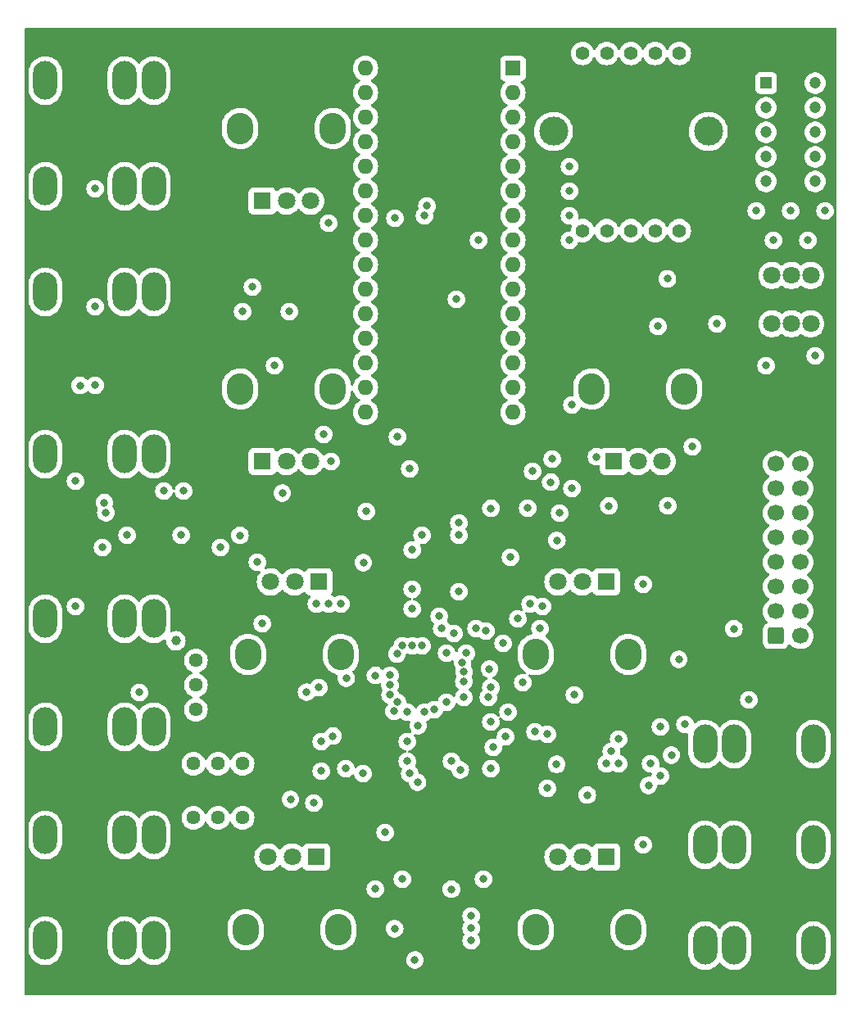
<source format=gbr>
%TF.GenerationSoftware,KiCad,Pcbnew,7.0.2*%
%TF.CreationDate,2023-06-19T11:50:49-04:00*%
%TF.ProjectId,SSI2130_Oscillator,53534932-3133-4305-9f4f-7363696c6c61,rev?*%
%TF.SameCoordinates,Original*%
%TF.FileFunction,Copper,L2,Inr*%
%TF.FilePolarity,Positive*%
%FSLAX46Y46*%
G04 Gerber Fmt 4.6, Leading zero omitted, Abs format (unit mm)*
G04 Created by KiCad (PCBNEW 7.0.2) date 2023-06-19 11:50:49*
%MOMM*%
%LPD*%
G01*
G04 APERTURE LIST*
G04 Aperture macros list*
%AMRoundRect*
0 Rectangle with rounded corners*
0 $1 Rounding radius*
0 $2 $3 $4 $5 $6 $7 $8 $9 X,Y pos of 4 corners*
0 Add a 4 corners polygon primitive as box body*
4,1,4,$2,$3,$4,$5,$6,$7,$8,$9,$2,$3,0*
0 Add four circle primitives for the rounded corners*
1,1,$1+$1,$2,$3*
1,1,$1+$1,$4,$5*
1,1,$1+$1,$6,$7*
1,1,$1+$1,$8,$9*
0 Add four rect primitives between the rounded corners*
20,1,$1+$1,$2,$3,$4,$5,0*
20,1,$1+$1,$4,$5,$6,$7,0*
20,1,$1+$1,$6,$7,$8,$9,0*
20,1,$1+$1,$8,$9,$2,$3,0*%
G04 Aperture macros list end*
%TA.AperFunction,ComponentPad*%
%ADD10C,1.800000*%
%TD*%
%TA.AperFunction,ComponentPad*%
%ADD11R,1.200000X1.200000*%
%TD*%
%TA.AperFunction,ComponentPad*%
%ADD12C,1.200000*%
%TD*%
%TA.AperFunction,ComponentPad*%
%ADD13O,2.500000X4.000000*%
%TD*%
%TA.AperFunction,ComponentPad*%
%ADD14C,1.440000*%
%TD*%
%TA.AperFunction,ComponentPad*%
%ADD15O,2.720000X3.240000*%
%TD*%
%TA.AperFunction,ComponentPad*%
%ADD16R,1.800000X1.800000*%
%TD*%
%TA.AperFunction,ComponentPad*%
%ADD17C,1.400000*%
%TD*%
%TA.AperFunction,ComponentPad*%
%ADD18C,3.000000*%
%TD*%
%TA.AperFunction,ComponentPad*%
%ADD19R,1.600000X1.600000*%
%TD*%
%TA.AperFunction,ComponentPad*%
%ADD20O,1.600000X1.600000*%
%TD*%
%TA.AperFunction,ComponentPad*%
%ADD21RoundRect,0.250000X-0.600000X-0.600000X0.600000X-0.600000X0.600000X0.600000X-0.600000X0.600000X0*%
%TD*%
%TA.AperFunction,ComponentPad*%
%ADD22C,1.700000*%
%TD*%
%TA.AperFunction,ViaPad*%
%ADD23C,0.800000*%
%TD*%
%TA.AperFunction,ViaPad*%
%ADD24C,1.000000*%
%TD*%
G04 APERTURE END LIST*
D10*
%TO.N,unconnected-(SW1-A-Pad1)*%
%TO.C,SW1*%
X107292000Y-50615000D03*
%TO.N,Net-(U6A--)*%
X109292000Y-50615000D03*
%TO.N,Net-(R57-Pad2)*%
X111292000Y-50615000D03*
%TO.N,unconnected-(SW1-A-Pad4)*%
X107292000Y-55615000D03*
%TO.N,ARDUINOPOWER*%
X109292000Y-55615000D03*
%TO.N,Net-(R90-Pad2)*%
X111292000Y-55615000D03*
%TD*%
D11*
%TO.N,GND*%
%TO.C,DS1*%
X106680000Y-30734000D03*
D12*
%TO.N,F*%
X106680000Y-33274000D03*
%TO.N,G*%
X106680000Y-35814000D03*
%TO.N,E*%
X106680000Y-38354000D03*
%TO.N,D*%
X106680000Y-40894000D03*
%TO.N,GND*%
X111760000Y-40894000D03*
%TO.N,DP*%
X111760000Y-38354000D03*
%TO.N,C*%
X111760000Y-35814000D03*
%TO.N,B*%
X111760000Y-33274000D03*
%TO.N,A*%
X111760000Y-30734000D03*
%TD*%
D13*
%TO.N,GND*%
%TO.C,J2*%
X43386000Y-119380000D03*
X40386000Y-119380000D03*
%TO.N,Net-(J2-Pad3)*%
X32186000Y-119380000D03*
%TD*%
%TO.N,GND*%
%TO.C,J3*%
X43386000Y-69088000D03*
X40386000Y-69088000D03*
%TO.N,Net-(J3-Pad3)*%
X32186000Y-69088000D03*
%TD*%
%TO.N,GND*%
%TO.C,J6*%
X43386000Y-97282000D03*
%TO.N,unconnected-(J6-Pad2)*%
X40386000Y-97282000D03*
%TO.N,Net-(C1-Pad2)*%
X32186000Y-97282000D03*
%TD*%
%TO.N,GND*%
%TO.C,J7*%
X100378000Y-109474000D03*
%TO.N,unconnected-(J7-Pad2)*%
X103378000Y-109474000D03*
%TO.N,SIN_OUT*%
X111578000Y-109474000D03*
%TD*%
%TO.N,GND*%
%TO.C,J8*%
X100378000Y-99060000D03*
%TO.N,unconnected-(J8-Pad2)*%
X103378000Y-99060000D03*
%TO.N,SQUARE_OUT*%
X111578000Y-99060000D03*
%TD*%
%TO.N,GND*%
%TO.C,J9*%
X100378000Y-119888000D03*
%TO.N,unconnected-(J9-Pad2)*%
X103378000Y-119888000D03*
%TO.N,MIX_OUT*%
X111578000Y-119888000D03*
%TD*%
%TO.N,GND*%
%TO.C,J10*%
X43386000Y-41402000D03*
%TO.N,unconnected-(J10-Pad2)*%
X40386000Y-41402000D03*
%TO.N,Net-(J10-Pad3)*%
X32186000Y-41402000D03*
%TD*%
%TO.N,GND*%
%TO.C,J11*%
X43386000Y-52324000D03*
%TO.N,unconnected-(J11-Pad2)*%
X40386000Y-52324000D03*
%TO.N,Net-(J11-Pad3)*%
X32186000Y-52324000D03*
%TD*%
%TO.N,GND*%
%TO.C,J12*%
X43386000Y-30480000D03*
X40386000Y-30480000D03*
%TO.N,Net-(U3B-+)*%
X32186000Y-30480000D03*
%TD*%
D14*
%TO.N,VREF*%
%TO.C,RV1*%
X52578000Y-101092000D03*
%TO.N,Net-(R43-Pad1)*%
X50038000Y-101092000D03*
%TO.N,GND*%
X47498000Y-101092000D03*
%TD*%
%TO.N,Net-(U11-EXPO_SCALE)*%
%TO.C,RV2*%
X52578000Y-106680000D03*
%TO.N,Net-(R45-Pad2)*%
X50038000Y-106680000D03*
X47498000Y-106680000D03*
%TD*%
D15*
%TO.N,*%
%TO.C,RV4*%
X62498000Y-118244000D03*
X52898000Y-118244000D03*
D16*
%TO.N,GND*%
X60198000Y-110744000D03*
D10*
%TO.N,PWM_CV*%
X57698000Y-110744000D03*
%TO.N,Net-(J2-Pad3)*%
X55198000Y-110744000D03*
%TD*%
D15*
%TO.N,*%
%TO.C,RV5*%
X92470000Y-118244000D03*
X82870000Y-118244000D03*
D16*
%TO.N,GND*%
X90170000Y-110744000D03*
D10*
%TO.N,PWM_OFFSET*%
X87670000Y-110744000D03*
%TO.N,+5V*%
X85170000Y-110744000D03*
%TD*%
D15*
%TO.N,*%
%TO.C,RV6*%
X52310000Y-62350000D03*
X61910000Y-62350000D03*
D16*
%TO.N,GND*%
X54610000Y-69850000D03*
D10*
%TO.N,MIX_CV*%
X57110000Y-69850000D03*
%TO.N,Net-(J3-Pad3)*%
X59610000Y-69850000D03*
%TD*%
D15*
%TO.N,*%
%TO.C,RV7*%
X88632000Y-62350000D03*
X98232000Y-62350000D03*
D16*
%TO.N,-5V*%
X90932000Y-69850000D03*
D10*
%TO.N,MIX_OFFSET*%
X93432000Y-69850000D03*
%TO.N,+5V*%
X95932000Y-69850000D03*
%TD*%
D15*
%TO.N,*%
%TO.C,RV8*%
X62752000Y-89796000D03*
X53152000Y-89796000D03*
D16*
%TO.N,GND*%
X60452000Y-82296000D03*
D10*
%TO.N,Net-(U3C-+)*%
X57952000Y-82296000D03*
%TO.N,Net-(J4-Pad3)*%
X55452000Y-82296000D03*
%TD*%
D15*
%TO.N,*%
%TO.C,RV9*%
X92470000Y-89796000D03*
X82870000Y-89796000D03*
D16*
%TO.N,GND*%
X90170000Y-82296000D03*
D10*
%TO.N,TZFM_TZPM_IN*%
X87670000Y-82296000D03*
%TO.N,Net-(J5-Pad3)*%
X85170000Y-82296000D03*
%TD*%
D15*
%TO.N,*%
%TO.C,RV11*%
X52310000Y-35426000D03*
X61910000Y-35426000D03*
D16*
%TO.N,GND*%
X54610000Y-42926000D03*
D10*
%TO.N,CENTER_PITCH*%
X57110000Y-42926000D03*
%TO.N,+5V*%
X59610000Y-42926000D03*
%TD*%
D17*
%TO.N,Net-(S1-C_1)*%
%TO.C,S1*%
X97710000Y-45980000D03*
%TO.N,GND*%
X95210000Y-45980000D03*
%TO.N,Net-(R82-Pad1)*%
X92710000Y-45980000D03*
%TO.N,Net-(R79-Pad1)*%
X90210000Y-45980000D03*
%TO.N,Net-(R77-Pad1)*%
X87710000Y-45980000D03*
%TO.N,Net-(R68-Pad1)*%
X87710000Y-27680000D03*
%TO.N,Net-(U10-K)*%
X90210000Y-27680000D03*
%TO.N,unconnected-(S1-Pad8)*%
X92710000Y-27680000D03*
%TO.N,unconnected-(S1-Pad9)*%
X95210000Y-27680000D03*
%TO.N,unconnected-(S1-C_2-Pad10)*%
X97710000Y-27680000D03*
D18*
%TO.N,unconnected-(S1-PadMH1)*%
X84710000Y-35730000D03*
%TO.N,unconnected-(S1-PadMH2)*%
X100710000Y-35730000D03*
%TD*%
D13*
%TO.N,GND*%
%TO.C,J5*%
X43386000Y-108458000D03*
%TO.N,Net-(C1-Pad1)*%
X40386000Y-108458000D03*
%TO.N,Net-(J5-Pad3)*%
X32186000Y-108458000D03*
%TD*%
D14*
%TO.N,GND*%
%TO.C,RV3*%
X47752000Y-90424000D03*
%TO.N,HFTRIM*%
X47752000Y-92964000D03*
%TO.N,Net-(U11-HF_TRACK)*%
X47752000Y-95504000D03*
%TD*%
D13*
%TO.N,GND*%
%TO.C,J4*%
X43386000Y-86106000D03*
X40386000Y-86106000D03*
%TO.N,Net-(J4-Pad3)*%
X32186000Y-86106000D03*
%TD*%
D19*
%TO.N,unconnected-(A1-D1{slash}TX-Pad1)*%
%TO.C,A1*%
X80518000Y-29210000D03*
D20*
%TO.N,unconnected-(A1-D0{slash}RX-Pad2)*%
X80518000Y-31750000D03*
%TO.N,unconnected-(A1-~{RESET}-Pad3)*%
X80518000Y-34290000D03*
%TO.N,GND*%
X80518000Y-36830000D03*
%TO.N,Net-(A1-D2)*%
X80518000Y-39370000D03*
%TO.N,Net-(A1-D3)*%
X80518000Y-41910000D03*
%TO.N,Net-(A1-D4)*%
X80518000Y-44450000D03*
%TO.N,Net-(A1-D5)*%
X80518000Y-46990000D03*
%TO.N,Net-(A1-D6)*%
X80518000Y-49530000D03*
%TO.N,Net-(A1-D7)*%
X80518000Y-52070000D03*
%TO.N,Net-(A1-D8)*%
X80518000Y-54610000D03*
%TO.N,Net-(A1-D9)*%
X80518000Y-57150000D03*
%TO.N,Net-(A1-D10)*%
X80518000Y-59690000D03*
%TO.N,Net-(A1-D11)*%
X80518000Y-62230000D03*
%TO.N,Net-(A1-D12)*%
X80518000Y-64770000D03*
%TO.N,unconnected-(A1-D13-Pad16)*%
X65278000Y-64770000D03*
%TO.N,unconnected-(A1-3V3-Pad17)*%
X65278000Y-62230000D03*
%TO.N,unconnected-(A1-AREF-Pad18)*%
X65278000Y-59690000D03*
%TO.N,Net-(A1-A0)*%
X65278000Y-57150000D03*
%TO.N,unconnected-(A1-A1-Pad20)*%
X65278000Y-54610000D03*
%TO.N,unconnected-(A1-A2-Pad21)*%
X65278000Y-52070000D03*
%TO.N,unconnected-(A1-A3-Pad22)*%
X65278000Y-49530000D03*
%TO.N,unconnected-(A1-A4-Pad23)*%
X65278000Y-46990000D03*
%TO.N,unconnected-(A1-A5-Pad24)*%
X65278000Y-44450000D03*
%TO.N,unconnected-(A1-A6-Pad25)*%
X65278000Y-41910000D03*
%TO.N,unconnected-(A1-A7-Pad26)*%
X65278000Y-39370000D03*
%TO.N,unconnected-(A1-+5V-Pad27)*%
X65278000Y-36830000D03*
%TO.N,unconnected-(A1-~{RESET}-Pad28)*%
X65278000Y-34290000D03*
%TO.N,GND*%
X65278000Y-31750000D03*
%TO.N,ARDUINOPOWER*%
X65278000Y-29210000D03*
%TD*%
D21*
%TO.N,Net-(D3-K)*%
%TO.C,J1*%
X107696000Y-87884000D03*
D22*
X110236000Y-87884000D03*
%TO.N,GND*%
X107696000Y-85344000D03*
X110236000Y-85344000D03*
X107696000Y-82804000D03*
X110236000Y-82804000D03*
X107696000Y-80264000D03*
X110236000Y-80264000D03*
%TO.N,Net-(D2-A)*%
X107696000Y-77724000D03*
X110236000Y-77724000D03*
%TO.N,Net-(D1-A)*%
X107696000Y-75184000D03*
X110236000Y-75184000D03*
%TO.N,Net-(J1-Pin_13)*%
X107696000Y-72644000D03*
X110236000Y-72644000D03*
%TO.N,Main_VPO*%
X107696000Y-70104000D03*
X110236000Y-70104000D03*
%TD*%
D23*
%TO.N,Net-(U10-K)*%
X53594000Y-51816000D03*
%TO.N,Main_VPO*%
X74676000Y-53086000D03*
%TO.N,Net-(U6A--)*%
X71628000Y-43434000D03*
X76962000Y-46990000D03*
%TO.N,GND*%
X106680000Y-59944000D03*
%TO.N,VOLT_PER_OCTAVE*%
X101600000Y-55626000D03*
%TO.N,Net-(D16-A)*%
X111760000Y-58928000D03*
%TO.N,-12V*%
X69850000Y-70612000D03*
X68580000Y-67310000D03*
%TO.N,Net-(U6A--)*%
X68326000Y-44704000D03*
%TO.N,Net-(S1-C_1)*%
X71374000Y-44450000D03*
X61468000Y-45212000D03*
%TO.N,GND*%
X52578000Y-54356000D03*
X57404000Y-54356000D03*
%TO.N,+12V*%
X54102000Y-48006000D03*
%TO.N,-5V*%
X59182000Y-93688500D03*
%TO.N,VOLT_PER_OCTAVE*%
X55884999Y-59944000D03*
%TO.N,GND*%
X85059000Y-78009000D03*
X75070000Y-101740000D03*
X57531000Y-104775000D03*
X96897500Y-100206500D03*
X79502000Y-88646000D03*
X40640000Y-77470000D03*
X75465326Y-91601306D03*
X70384000Y-121386000D03*
X69088000Y-113030000D03*
X107442000Y-46990000D03*
X76200000Y-118110000D03*
X71120000Y-77470000D03*
X63294258Y-92250258D03*
X81534000Y-92710000D03*
X103356000Y-87144000D03*
X65024000Y-102108000D03*
X90678000Y-99822000D03*
X46228000Y-77470000D03*
X96520000Y-74422000D03*
X76200000Y-119380000D03*
X78245000Y-101587000D03*
X74930000Y-77470000D03*
X37338000Y-61976000D03*
X84074000Y-103632000D03*
X69850000Y-102108000D03*
X38100000Y-78740000D03*
X37338000Y-41656000D03*
X77470000Y-113030000D03*
X52307500Y-77486500D03*
X82550000Y-70866000D03*
X110998000Y-46990000D03*
X76200000Y-116840000D03*
X37338000Y-53848000D03*
D24*
X45672000Y-88392000D03*
D23*
X75438000Y-94234000D03*
X73660000Y-89662000D03*
X65363807Y-75015807D03*
X95758000Y-102362000D03*
%TO.N,ARDUINOPOWER*%
X99060000Y-68326000D03*
%TO.N,+12V*%
X99696000Y-79882000D03*
X42164000Y-78740000D03*
X65786000Y-100838000D03*
X67056000Y-76200000D03*
X88581000Y-78043000D03*
X86487000Y-101473000D03*
X74142000Y-121692000D03*
X100330000Y-80516000D03*
X100330000Y-81534000D03*
%TO.N,-12V*%
X97663000Y-90297000D03*
X74168000Y-100838000D03*
X68295000Y-118141000D03*
X93980000Y-82550000D03*
X94742000Y-101092000D03*
X50292000Y-78740000D03*
X84424000Y-71978000D03*
X74930000Y-76200000D03*
%TO.N,Net-(U9--)*%
X82042000Y-74676000D03*
X78245010Y-74689010D03*
%TO.N,TIME_REVERSE*%
X90434500Y-74432500D03*
X83566000Y-84836000D03*
X77724000Y-87376000D03*
X75692000Y-89666000D03*
%TO.N,+5V*%
X71374000Y-95758000D03*
X86868000Y-93980000D03*
X86614000Y-64008000D03*
X70104000Y-78994000D03*
X74930000Y-83312000D03*
X82296000Y-84582000D03*
X90174653Y-101087347D03*
X74155000Y-114059000D03*
X78092000Y-91300000D03*
%TO.N,-5V*%
X67310000Y-108204000D03*
X73152000Y-87122000D03*
X66294000Y-114046000D03*
X81026000Y-86106000D03*
X83312000Y-87122000D03*
X66305675Y-91959675D03*
X35306000Y-84836000D03*
X93980000Y-109474000D03*
X68533299Y-89732051D03*
%TO.N,Net-(U1A--)*%
X84582000Y-69596000D03*
X89154000Y-69349999D03*
X61722000Y-69850000D03*
X65060990Y-80300990D03*
%TO.N,Net-(U11-SOFT_SYNC)*%
X76708000Y-87122000D03*
X70104000Y-83058000D03*
X75298298Y-90615352D03*
X60960000Y-67056000D03*
%TO.N,Net-(Q2-E)*%
X35788000Y-62002000D03*
X70104000Y-85090000D03*
%TO.N,Net-(C35-Pad1)*%
X38443990Y-75145990D03*
X46482000Y-72898000D03*
%TO.N,PWM+*%
X69596000Y-98806000D03*
X70656282Y-103001340D03*
X79756000Y-98298000D03*
X68223953Y-95677990D03*
X69596000Y-100838000D03*
%TO.N,SQO*%
X91440000Y-101092000D03*
X91440000Y-98552000D03*
%TO.N,MIXO*%
X94526010Y-103339990D03*
X80010000Y-95758000D03*
%TO.N,Net-(D10-A)*%
X54102000Y-80264000D03*
X35306000Y-71882000D03*
%TO.N,DP*%
X86360000Y-46990000D03*
%TO.N,C*%
X86360000Y-44450000D03*
%TO.N,B*%
X86360000Y-41910000D03*
%TO.N,A*%
X86360000Y-39370000D03*
%TO.N,Net-(D9-A)*%
X38291000Y-74105000D03*
X44450000Y-72898000D03*
%TO.N,Net-(J5-Pad3)*%
X54610000Y-86614000D03*
X41910000Y-93726000D03*
%TO.N,Net-(D13-A)*%
X112776000Y-43942000D03*
%TO.N,Net-(D14-A)*%
X109220000Y-43942000D03*
%TO.N,Net-(D15-A)*%
X105664000Y-43942000D03*
%TO.N,VREF*%
X88203000Y-104329000D03*
X85028000Y-101154000D03*
%TO.N,LIN_FREQ*%
X72898000Y-85852000D03*
X74422000Y-87630000D03*
X75433371Y-92600798D03*
X80264000Y-79756000D03*
%TO.N,TRI_MIX*%
X60198000Y-84582000D03*
X69088000Y-88900000D03*
%TO.N,PULSE_MIX*%
X71120000Y-88900000D03*
X62738000Y-84582000D03*
%TO.N,SAW_MIX*%
X61468000Y-84582000D03*
X70104000Y-88900000D03*
%TO.N,TRO*%
X68580000Y-94742000D03*
X63246000Y-101600000D03*
X69596000Y-95758000D03*
%TO.N,Net-(U3B-+)*%
X60706000Y-98806000D03*
%TO.N,SINO*%
X73660000Y-94742000D03*
X84074000Y-98044000D03*
%TO.N,Net-(U9-+)*%
X86614000Y-72644000D03*
X85344000Y-75184000D03*
%TO.N,Net-(U11-SINE_IN+)*%
X59944000Y-105156000D03*
X67818000Y-93980000D03*
%TO.N,Net-(U11-BW_COMP)*%
X72393024Y-95500976D03*
X77978000Y-94234000D03*
%TO.N,Net-(U11-SINE_IN-)*%
X60706000Y-101854000D03*
X67818000Y-92964000D03*
%TO.N,Net-(U11-SQUARE_OUT)*%
X82799347Y-97794653D03*
X70725975Y-97168025D03*
%TO.N,Net-(U11-EXPO_SCALE)*%
X78486000Y-99387999D03*
X78232000Y-96774000D03*
X78232000Y-93218000D03*
%TO.N,Net-(U11-HF_TRACK)*%
X67818000Y-91948000D03*
X60452000Y-93218000D03*
%TO.N,Net-(U3C-+)*%
X61907142Y-98229142D03*
%TO.N,TUNER_SIGNAL*%
X95504000Y-55880000D03*
X98298000Y-97028000D03*
X104902000Y-94488000D03*
X95758000Y-97282000D03*
%TO.N,VOLT_PER_OCTAVE*%
X56677001Y-73116999D03*
X96480000Y-50969999D03*
%TD*%
%TA.AperFunction,Conductor*%
%TO.N,+12V*%
G36*
X113916621Y-25045502D02*
G01*
X113963114Y-25099158D01*
X113974500Y-25151500D01*
X113974500Y-124848500D01*
X113954498Y-124916621D01*
X113900842Y-124963114D01*
X113848500Y-124974500D01*
X30151500Y-124974500D01*
X30083379Y-124954498D01*
X30036886Y-124900842D01*
X30025500Y-124848500D01*
X30025500Y-120195800D01*
X30427500Y-120195800D01*
X30427674Y-120198128D01*
X30427675Y-120198142D01*
X30442265Y-120392827D01*
X30500913Y-120649781D01*
X30579124Y-120849057D01*
X30597204Y-120895124D01*
X30728985Y-121123376D01*
X30893314Y-121329438D01*
X31086519Y-121508706D01*
X31304284Y-121657176D01*
X31427388Y-121716460D01*
X31541745Y-121771532D01*
X31597913Y-121788857D01*
X31793600Y-121849218D01*
X32054219Y-121888500D01*
X32054221Y-121888500D01*
X32317779Y-121888500D01*
X32317781Y-121888500D01*
X32578400Y-121849218D01*
X32830254Y-121771532D01*
X33067715Y-121657176D01*
X33285481Y-121508706D01*
X33478686Y-121329438D01*
X33643015Y-121123376D01*
X33774796Y-120895124D01*
X33871087Y-120649780D01*
X33929735Y-120392826D01*
X33944500Y-120195800D01*
X38627500Y-120195800D01*
X38627674Y-120198128D01*
X38627675Y-120198142D01*
X38642265Y-120392827D01*
X38700913Y-120649781D01*
X38779124Y-120849057D01*
X38797204Y-120895124D01*
X38928985Y-121123376D01*
X39093314Y-121329438D01*
X39286519Y-121508706D01*
X39504284Y-121657176D01*
X39627388Y-121716460D01*
X39741745Y-121771532D01*
X39797913Y-121788857D01*
X39993600Y-121849218D01*
X40254219Y-121888500D01*
X40254221Y-121888500D01*
X40517779Y-121888500D01*
X40517781Y-121888500D01*
X40778400Y-121849218D01*
X41030254Y-121771532D01*
X41267715Y-121657176D01*
X41485481Y-121508706D01*
X41678686Y-121329438D01*
X41787489Y-121193002D01*
X41845600Y-121152215D01*
X41916537Y-121149318D01*
X41977779Y-121185234D01*
X41984511Y-121193003D01*
X42093310Y-121329434D01*
X42093313Y-121329436D01*
X42093314Y-121329438D01*
X42286519Y-121508706D01*
X42504284Y-121657176D01*
X42627388Y-121716460D01*
X42741745Y-121771532D01*
X42797913Y-121788857D01*
X42993600Y-121849218D01*
X43254219Y-121888500D01*
X43254221Y-121888500D01*
X43517779Y-121888500D01*
X43517781Y-121888500D01*
X43778400Y-121849218D01*
X44030254Y-121771532D01*
X44267715Y-121657176D01*
X44485481Y-121508706D01*
X44617727Y-121386000D01*
X69470496Y-121386000D01*
X69490458Y-121575929D01*
X69549472Y-121757556D01*
X69644958Y-121922942D01*
X69644960Y-121922944D01*
X69772747Y-122064866D01*
X69927248Y-122177118D01*
X70101712Y-122254794D01*
X70288513Y-122294500D01*
X70288515Y-122294500D01*
X70479485Y-122294500D01*
X70479487Y-122294500D01*
X70666288Y-122254794D01*
X70840752Y-122177118D01*
X70995253Y-122064866D01*
X71123040Y-121922944D01*
X71218527Y-121757556D01*
X71277542Y-121575928D01*
X71297504Y-121386000D01*
X71277542Y-121196072D01*
X71218527Y-121014444D01*
X71218527Y-121014443D01*
X71123041Y-120849057D01*
X70995252Y-120707133D01*
X70990665Y-120703800D01*
X98619500Y-120703800D01*
X98619674Y-120706128D01*
X98619675Y-120706142D01*
X98634265Y-120900827D01*
X98692913Y-121157781D01*
X98760283Y-121329434D01*
X98789204Y-121403124D01*
X98920985Y-121631376D01*
X99085314Y-121837438D01*
X99278519Y-122016706D01*
X99278521Y-122016707D01*
X99278523Y-122016709D01*
X99379045Y-122085243D01*
X99496284Y-122165176D01*
X99619388Y-122224460D01*
X99733745Y-122279532D01*
X99782271Y-122294500D01*
X99985600Y-122357218D01*
X100246219Y-122396500D01*
X100246221Y-122396500D01*
X100509779Y-122396500D01*
X100509781Y-122396500D01*
X100770400Y-122357218D01*
X101022254Y-122279532D01*
X101259715Y-122165176D01*
X101477481Y-122016706D01*
X101670686Y-121837438D01*
X101779489Y-121701002D01*
X101837600Y-121660215D01*
X101908537Y-121657320D01*
X101969780Y-121693235D01*
X101976507Y-121700998D01*
X102085314Y-121837438D01*
X102278519Y-122016706D01*
X102278521Y-122016707D01*
X102278523Y-122016709D01*
X102379045Y-122085243D01*
X102496284Y-122165176D01*
X102619388Y-122224460D01*
X102733745Y-122279532D01*
X102782271Y-122294500D01*
X102985600Y-122357218D01*
X103246219Y-122396500D01*
X103246221Y-122396500D01*
X103509779Y-122396500D01*
X103509781Y-122396500D01*
X103770400Y-122357218D01*
X104022254Y-122279532D01*
X104259715Y-122165176D01*
X104477481Y-122016706D01*
X104670686Y-121837438D01*
X104835015Y-121631376D01*
X104966796Y-121403124D01*
X105063087Y-121157780D01*
X105121735Y-120900826D01*
X105136500Y-120703800D01*
X109819500Y-120703800D01*
X109819674Y-120706128D01*
X109819675Y-120706142D01*
X109834265Y-120900827D01*
X109892913Y-121157781D01*
X109960283Y-121329434D01*
X109989204Y-121403124D01*
X110120985Y-121631376D01*
X110285314Y-121837438D01*
X110478519Y-122016706D01*
X110478521Y-122016707D01*
X110478523Y-122016709D01*
X110579045Y-122085243D01*
X110696284Y-122165176D01*
X110819388Y-122224460D01*
X110933745Y-122279532D01*
X110982271Y-122294500D01*
X111185600Y-122357218D01*
X111446219Y-122396500D01*
X111446221Y-122396500D01*
X111709779Y-122396500D01*
X111709781Y-122396500D01*
X111970400Y-122357218D01*
X112222254Y-122279532D01*
X112459715Y-122165176D01*
X112677481Y-122016706D01*
X112870686Y-121837438D01*
X113035015Y-121631376D01*
X113166796Y-121403124D01*
X113263087Y-121157780D01*
X113321735Y-120900826D01*
X113336500Y-120703800D01*
X113336500Y-119072200D01*
X113321735Y-118875174D01*
X113263087Y-118618220D01*
X113166796Y-118372876D01*
X113035015Y-118144624D01*
X112870686Y-117938562D01*
X112677481Y-117759294D01*
X112677477Y-117759291D01*
X112677476Y-117759290D01*
X112459716Y-117610824D01*
X112222254Y-117496467D01*
X112008590Y-117430562D01*
X111970400Y-117418782D01*
X111709781Y-117379500D01*
X111446219Y-117379500D01*
X111185600Y-117418782D01*
X111185596Y-117418783D01*
X111185597Y-117418783D01*
X110933748Y-117496467D01*
X110696282Y-117610825D01*
X110478522Y-117759291D01*
X110478518Y-117759294D01*
X110478519Y-117759294D01*
X110305242Y-117920072D01*
X110285313Y-117938563D01*
X110229373Y-118008709D01*
X110143984Y-118115785D01*
X110120983Y-118144627D01*
X109989204Y-118372875D01*
X109892913Y-118618218D01*
X109834265Y-118875172D01*
X109819675Y-119069857D01*
X109819674Y-119069872D01*
X109819500Y-119072200D01*
X109819500Y-120703800D01*
X105136500Y-120703800D01*
X105136500Y-119072200D01*
X105121735Y-118875174D01*
X105063087Y-118618220D01*
X104966796Y-118372876D01*
X104835015Y-118144624D01*
X104670686Y-117938562D01*
X104477481Y-117759294D01*
X104477477Y-117759291D01*
X104477476Y-117759290D01*
X104259716Y-117610824D01*
X104022254Y-117496467D01*
X103808590Y-117430562D01*
X103770400Y-117418782D01*
X103509781Y-117379500D01*
X103246219Y-117379500D01*
X102985600Y-117418782D01*
X102985596Y-117418783D01*
X102985597Y-117418783D01*
X102733748Y-117496467D01*
X102496282Y-117610825D01*
X102278522Y-117759291D01*
X102278518Y-117759294D01*
X102278519Y-117759294D01*
X102105242Y-117920072D01*
X102085313Y-117938563D01*
X101976511Y-118074997D01*
X101918400Y-118115785D01*
X101847463Y-118118680D01*
X101786220Y-118082765D01*
X101779489Y-118074997D01*
X101680662Y-117951072D01*
X101670686Y-117938562D01*
X101477481Y-117759294D01*
X101477477Y-117759291D01*
X101477476Y-117759290D01*
X101259716Y-117610824D01*
X101022254Y-117496467D01*
X100808590Y-117430562D01*
X100770400Y-117418782D01*
X100509781Y-117379500D01*
X100246219Y-117379500D01*
X99985600Y-117418782D01*
X99985596Y-117418783D01*
X99985597Y-117418783D01*
X99733748Y-117496467D01*
X99496282Y-117610825D01*
X99278522Y-117759291D01*
X99278518Y-117759294D01*
X99278519Y-117759294D01*
X99105242Y-117920072D01*
X99085313Y-117938563D01*
X99029373Y-118008709D01*
X98943984Y-118115785D01*
X98920983Y-118144627D01*
X98789204Y-118372875D01*
X98692913Y-118618218D01*
X98634265Y-118875172D01*
X98619675Y-119069857D01*
X98619674Y-119069872D01*
X98619500Y-119072200D01*
X98619500Y-120703800D01*
X70990665Y-120703800D01*
X70840753Y-120594883D01*
X70840752Y-120594882D01*
X70666288Y-120517206D01*
X70479487Y-120477500D01*
X70288513Y-120477500D01*
X70163979Y-120503970D01*
X70101711Y-120517206D01*
X69927246Y-120594883D01*
X69772747Y-120707133D01*
X69644958Y-120849057D01*
X69549472Y-121014443D01*
X69490458Y-121196070D01*
X69470496Y-121386000D01*
X44617727Y-121386000D01*
X44678686Y-121329438D01*
X44843015Y-121123376D01*
X44974796Y-120895124D01*
X45071087Y-120649780D01*
X45129735Y-120392826D01*
X45144500Y-120195800D01*
X45144500Y-118572288D01*
X51029500Y-118572288D01*
X51029666Y-118574558D01*
X51029667Y-118574581D01*
X51044466Y-118776781D01*
X51059230Y-118843056D01*
X51096372Y-119009794D01*
X51103938Y-119043756D01*
X51201644Y-119299219D01*
X51335507Y-119537738D01*
X51502670Y-119754219D01*
X51699571Y-119944057D01*
X51699574Y-119944059D01*
X51922019Y-120103205D01*
X52165266Y-120228267D01*
X52424130Y-120316579D01*
X52693093Y-120366259D01*
X52966424Y-120376248D01*
X52966424Y-120376247D01*
X52966425Y-120376248D01*
X53034392Y-120368769D01*
X53238296Y-120346334D01*
X53502916Y-120277153D01*
X53754643Y-120170181D01*
X53988112Y-120027697D01*
X54198347Y-119852738D01*
X54380867Y-119649033D01*
X54531783Y-119420923D01*
X54647877Y-119173271D01*
X54726676Y-118911355D01*
X54736728Y-118843058D01*
X54766500Y-118640758D01*
X54766500Y-118572288D01*
X60629500Y-118572288D01*
X60629666Y-118574558D01*
X60629667Y-118574581D01*
X60644466Y-118776781D01*
X60659230Y-118843056D01*
X60696372Y-119009794D01*
X60703938Y-119043756D01*
X60801644Y-119299219D01*
X60935507Y-119537738D01*
X61102670Y-119754219D01*
X61299571Y-119944057D01*
X61299574Y-119944059D01*
X61522019Y-120103205D01*
X61765266Y-120228267D01*
X62024130Y-120316579D01*
X62293093Y-120366259D01*
X62566424Y-120376248D01*
X62566424Y-120376247D01*
X62566425Y-120376248D01*
X62634392Y-120368769D01*
X62838296Y-120346334D01*
X63102916Y-120277153D01*
X63354643Y-120170181D01*
X63588112Y-120027697D01*
X63798347Y-119852738D01*
X63980867Y-119649033D01*
X64131783Y-119420923D01*
X64150967Y-119380000D01*
X75286496Y-119380000D01*
X75306458Y-119569929D01*
X75365472Y-119751556D01*
X75460958Y-119916942D01*
X75485374Y-119944059D01*
X75588747Y-120058866D01*
X75743248Y-120171118D01*
X75917712Y-120248794D01*
X76104513Y-120288500D01*
X76104515Y-120288500D01*
X76295485Y-120288500D01*
X76295487Y-120288500D01*
X76482288Y-120248794D01*
X76656752Y-120171118D01*
X76811253Y-120058866D01*
X76939040Y-119916944D01*
X77034527Y-119751556D01*
X77093542Y-119569928D01*
X77113504Y-119380000D01*
X77093542Y-119190072D01*
X77055243Y-119072200D01*
X77034527Y-119008443D01*
X76939041Y-118843058D01*
X76939040Y-118843056D01*
X76926664Y-118829311D01*
X76895946Y-118765306D01*
X76904708Y-118694852D01*
X76926663Y-118660689D01*
X76939040Y-118646944D01*
X76982143Y-118572288D01*
X81001500Y-118572288D01*
X81001666Y-118574558D01*
X81001667Y-118574581D01*
X81016466Y-118776781D01*
X81031230Y-118843056D01*
X81068372Y-119009794D01*
X81075938Y-119043756D01*
X81173644Y-119299219D01*
X81307507Y-119537738D01*
X81474670Y-119754219D01*
X81671571Y-119944057D01*
X81671574Y-119944059D01*
X81894019Y-120103205D01*
X82137266Y-120228267D01*
X82396130Y-120316579D01*
X82665093Y-120366259D01*
X82938424Y-120376248D01*
X82938424Y-120376247D01*
X82938425Y-120376248D01*
X83006392Y-120368769D01*
X83210296Y-120346334D01*
X83474916Y-120277153D01*
X83726643Y-120170181D01*
X83960112Y-120027697D01*
X84170347Y-119852738D01*
X84352867Y-119649033D01*
X84503783Y-119420923D01*
X84619877Y-119173271D01*
X84698676Y-118911355D01*
X84708728Y-118843058D01*
X84738500Y-118640758D01*
X84738500Y-118572288D01*
X90601500Y-118572288D01*
X90601666Y-118574558D01*
X90601667Y-118574581D01*
X90616466Y-118776781D01*
X90631230Y-118843056D01*
X90668372Y-119009794D01*
X90675938Y-119043756D01*
X90773644Y-119299219D01*
X90907507Y-119537738D01*
X91074670Y-119754219D01*
X91271571Y-119944057D01*
X91271574Y-119944059D01*
X91494019Y-120103205D01*
X91737266Y-120228267D01*
X91996130Y-120316579D01*
X92265093Y-120366259D01*
X92538424Y-120376248D01*
X92538424Y-120376247D01*
X92538425Y-120376248D01*
X92606392Y-120368769D01*
X92810296Y-120346334D01*
X93074916Y-120277153D01*
X93326643Y-120170181D01*
X93560112Y-120027697D01*
X93770347Y-119852738D01*
X93952867Y-119649033D01*
X94103783Y-119420923D01*
X94219877Y-119173271D01*
X94298676Y-118911355D01*
X94308728Y-118843058D01*
X94338500Y-118640758D01*
X94338500Y-117918012D01*
X94338500Y-117915712D01*
X94323533Y-117711217D01*
X94264063Y-117444247D01*
X94198263Y-117272206D01*
X94166355Y-117188780D01*
X94032492Y-116950261D01*
X93865329Y-116733780D01*
X93668428Y-116543942D01*
X93616945Y-116507109D01*
X93445981Y-116384795D01*
X93202734Y-116259733D01*
X93202733Y-116259732D01*
X93202730Y-116259731D01*
X92943871Y-116171421D01*
X92674908Y-116121741D01*
X92401574Y-116111751D01*
X92129706Y-116141665D01*
X91865084Y-116210847D01*
X91613358Y-116317818D01*
X91379884Y-116460305D01*
X91169652Y-116635262D01*
X90987136Y-116838962D01*
X90836213Y-117067083D01*
X90720125Y-117314722D01*
X90641322Y-117576649D01*
X90601500Y-117847241D01*
X90601500Y-117847243D01*
X90601500Y-118572288D01*
X84738500Y-118572288D01*
X84738500Y-117918012D01*
X84738500Y-117915712D01*
X84723533Y-117711217D01*
X84664063Y-117444247D01*
X84598263Y-117272206D01*
X84566355Y-117188780D01*
X84432492Y-116950261D01*
X84265329Y-116733780D01*
X84068428Y-116543942D01*
X84016945Y-116507109D01*
X83845981Y-116384795D01*
X83602734Y-116259733D01*
X83602733Y-116259732D01*
X83602730Y-116259731D01*
X83343871Y-116171421D01*
X83074908Y-116121741D01*
X82801574Y-116111751D01*
X82529706Y-116141665D01*
X82265084Y-116210847D01*
X82013358Y-116317818D01*
X81779884Y-116460305D01*
X81569652Y-116635262D01*
X81387136Y-116838962D01*
X81236213Y-117067083D01*
X81120125Y-117314722D01*
X81041322Y-117576649D01*
X81001500Y-117847241D01*
X81001500Y-117847243D01*
X81001500Y-118572288D01*
X76982143Y-118572288D01*
X77034527Y-118481556D01*
X77093542Y-118299928D01*
X77113504Y-118110000D01*
X77093542Y-117920072D01*
X77041301Y-117759291D01*
X77034527Y-117738443D01*
X76939041Y-117573058D01*
X76939040Y-117573056D01*
X76926664Y-117559311D01*
X76895946Y-117495306D01*
X76904708Y-117424852D01*
X76926663Y-117390689D01*
X76939040Y-117376944D01*
X77034527Y-117211556D01*
X77093542Y-117029928D01*
X77113504Y-116840000D01*
X77093542Y-116650072D01*
X77034527Y-116468444D01*
X77034527Y-116468443D01*
X76939041Y-116303057D01*
X76811252Y-116161133D01*
X76656753Y-116048883D01*
X76656752Y-116048882D01*
X76482288Y-115971206D01*
X76295487Y-115931500D01*
X76104513Y-115931500D01*
X75979979Y-115957970D01*
X75917711Y-115971206D01*
X75743246Y-116048883D01*
X75588747Y-116161133D01*
X75460958Y-116303057D01*
X75365472Y-116468443D01*
X75306458Y-116650070D01*
X75286496Y-116840000D01*
X75306458Y-117029929D01*
X75365472Y-117211556D01*
X75460958Y-117376943D01*
X75473337Y-117390691D01*
X75504053Y-117454700D01*
X75495287Y-117525153D01*
X75473337Y-117559309D01*
X75460958Y-117573056D01*
X75365472Y-117738443D01*
X75306458Y-117920070D01*
X75286496Y-118110000D01*
X75306458Y-118299929D01*
X75365472Y-118481556D01*
X75460958Y-118646943D01*
X75473337Y-118660691D01*
X75504053Y-118724700D01*
X75495287Y-118795153D01*
X75473337Y-118829309D01*
X75460958Y-118843056D01*
X75365472Y-119008443D01*
X75306458Y-119190070D01*
X75286496Y-119380000D01*
X64150967Y-119380000D01*
X64247877Y-119173271D01*
X64326676Y-118911355D01*
X64336728Y-118843058D01*
X64366500Y-118640758D01*
X64366500Y-118140999D01*
X67381496Y-118140999D01*
X67401458Y-118330929D01*
X67460472Y-118512556D01*
X67555958Y-118677942D01*
X67555960Y-118677944D01*
X67683747Y-118819866D01*
X67838248Y-118932118D01*
X68012712Y-119009794D01*
X68199513Y-119049500D01*
X68199515Y-119049500D01*
X68390485Y-119049500D01*
X68390487Y-119049500D01*
X68577288Y-119009794D01*
X68751752Y-118932118D01*
X68906253Y-118819866D01*
X69034040Y-118677944D01*
X69129527Y-118512556D01*
X69188542Y-118330928D01*
X69208504Y-118141000D01*
X69188542Y-117951072D01*
X69129527Y-117769444D01*
X69129527Y-117769443D01*
X69034041Y-117604057D01*
X68937167Y-117496468D01*
X68906253Y-117462134D01*
X68881628Y-117444243D01*
X68829002Y-117406008D01*
X68751752Y-117349882D01*
X68577288Y-117272206D01*
X68390487Y-117232500D01*
X68199513Y-117232500D01*
X68111109Y-117251291D01*
X68012711Y-117272206D01*
X67838246Y-117349883D01*
X67683747Y-117462133D01*
X67555958Y-117604057D01*
X67460472Y-117769443D01*
X67401458Y-117951070D01*
X67381496Y-118140999D01*
X64366500Y-118140999D01*
X64366500Y-117918012D01*
X64366500Y-117915712D01*
X64351533Y-117711217D01*
X64292063Y-117444247D01*
X64226263Y-117272206D01*
X64194355Y-117188780D01*
X64060492Y-116950261D01*
X63893329Y-116733780D01*
X63696428Y-116543942D01*
X63644945Y-116507109D01*
X63473981Y-116384795D01*
X63230734Y-116259733D01*
X63230733Y-116259732D01*
X63230730Y-116259731D01*
X62971871Y-116171421D01*
X62702908Y-116121741D01*
X62429574Y-116111751D01*
X62157706Y-116141665D01*
X61893084Y-116210847D01*
X61641358Y-116317818D01*
X61407884Y-116460305D01*
X61197652Y-116635262D01*
X61015136Y-116838962D01*
X60864213Y-117067083D01*
X60748125Y-117314722D01*
X60669322Y-117576649D01*
X60629500Y-117847241D01*
X60629500Y-117847243D01*
X60629500Y-118572288D01*
X54766500Y-118572288D01*
X54766500Y-117918012D01*
X54766500Y-117915712D01*
X54751533Y-117711217D01*
X54692063Y-117444247D01*
X54626263Y-117272206D01*
X54594355Y-117188780D01*
X54460492Y-116950261D01*
X54293329Y-116733780D01*
X54096428Y-116543942D01*
X54044945Y-116507109D01*
X53873981Y-116384795D01*
X53630734Y-116259733D01*
X53630733Y-116259732D01*
X53630730Y-116259731D01*
X53371871Y-116171421D01*
X53102908Y-116121741D01*
X52829574Y-116111751D01*
X52557706Y-116141665D01*
X52293084Y-116210847D01*
X52041358Y-116317818D01*
X51807884Y-116460305D01*
X51597652Y-116635262D01*
X51415136Y-116838962D01*
X51264213Y-117067083D01*
X51148125Y-117314722D01*
X51069322Y-117576649D01*
X51029500Y-117847241D01*
X51029500Y-117847243D01*
X51029500Y-118572288D01*
X45144500Y-118572288D01*
X45144500Y-118564200D01*
X45129735Y-118367174D01*
X45071087Y-118110220D01*
X44974796Y-117864876D01*
X44843015Y-117636624D01*
X44678686Y-117430562D01*
X44485481Y-117251294D01*
X44485477Y-117251291D01*
X44485476Y-117251290D01*
X44267716Y-117102824D01*
X44030254Y-116988467D01*
X43848159Y-116932299D01*
X43778400Y-116910782D01*
X43517781Y-116871500D01*
X43254219Y-116871500D01*
X42993600Y-116910782D01*
X42993596Y-116910783D01*
X42993597Y-116910783D01*
X42741748Y-116988467D01*
X42504282Y-117102825D01*
X42286522Y-117251291D01*
X42093313Y-117430563D01*
X42068137Y-117462133D01*
X41990639Y-117559313D01*
X41984511Y-117566997D01*
X41926400Y-117607785D01*
X41855463Y-117610680D01*
X41794220Y-117574765D01*
X41787489Y-117566997D01*
X41678686Y-117430562D01*
X41485481Y-117251294D01*
X41485477Y-117251291D01*
X41485476Y-117251290D01*
X41267716Y-117102824D01*
X41030254Y-116988467D01*
X40848159Y-116932299D01*
X40778400Y-116910782D01*
X40517781Y-116871500D01*
X40254219Y-116871500D01*
X39993600Y-116910782D01*
X39993596Y-116910783D01*
X39993597Y-116910783D01*
X39741748Y-116988467D01*
X39504282Y-117102825D01*
X39286522Y-117251291D01*
X39093313Y-117430563D01*
X39040756Y-117496468D01*
X38951984Y-117607785D01*
X38928983Y-117636627D01*
X38797204Y-117864875D01*
X38700913Y-118110218D01*
X38642265Y-118367172D01*
X38627675Y-118561857D01*
X38627674Y-118561872D01*
X38627500Y-118564200D01*
X38627500Y-120195800D01*
X33944500Y-120195800D01*
X33944500Y-118564200D01*
X33929735Y-118367174D01*
X33871087Y-118110220D01*
X33774796Y-117864876D01*
X33643015Y-117636624D01*
X33478686Y-117430562D01*
X33285481Y-117251294D01*
X33285477Y-117251291D01*
X33285476Y-117251290D01*
X33067716Y-117102824D01*
X32830254Y-116988467D01*
X32648159Y-116932299D01*
X32578400Y-116910782D01*
X32317781Y-116871500D01*
X32054219Y-116871500D01*
X31793600Y-116910782D01*
X31793596Y-116910783D01*
X31793597Y-116910783D01*
X31541748Y-116988467D01*
X31304282Y-117102825D01*
X31086522Y-117251291D01*
X30893313Y-117430563D01*
X30840756Y-117496468D01*
X30751984Y-117607785D01*
X30728983Y-117636627D01*
X30597204Y-117864875D01*
X30500913Y-118110218D01*
X30442265Y-118367172D01*
X30427675Y-118561857D01*
X30427674Y-118561872D01*
X30427500Y-118564200D01*
X30427500Y-120195800D01*
X30025500Y-120195800D01*
X30025500Y-114046000D01*
X65380496Y-114046000D01*
X65400458Y-114235929D01*
X65459472Y-114417556D01*
X65554958Y-114582942D01*
X65554960Y-114582944D01*
X65682747Y-114724866D01*
X65837248Y-114837118D01*
X66011712Y-114914794D01*
X66198513Y-114954500D01*
X66198515Y-114954500D01*
X66389485Y-114954500D01*
X66389487Y-114954500D01*
X66576288Y-114914794D01*
X66750752Y-114837118D01*
X66905253Y-114724866D01*
X67033040Y-114582944D01*
X67128527Y-114417556D01*
X67187542Y-114235928D01*
X67206138Y-114059000D01*
X73241496Y-114059000D01*
X73261458Y-114248929D01*
X73320472Y-114430556D01*
X73415958Y-114595942D01*
X73415960Y-114595944D01*
X73543747Y-114737866D01*
X73698248Y-114850118D01*
X73872712Y-114927794D01*
X74059513Y-114967500D01*
X74059515Y-114967500D01*
X74250485Y-114967500D01*
X74250487Y-114967500D01*
X74437288Y-114927794D01*
X74611752Y-114850118D01*
X74766253Y-114737866D01*
X74894040Y-114595944D01*
X74989527Y-114430556D01*
X75048542Y-114248928D01*
X75068504Y-114059000D01*
X75048542Y-113869072D01*
X75017931Y-113774862D01*
X74989527Y-113687443D01*
X74894041Y-113522057D01*
X74766252Y-113380133D01*
X74611753Y-113267883D01*
X74611752Y-113267882D01*
X74437288Y-113190206D01*
X74250487Y-113150500D01*
X74059513Y-113150500D01*
X73934978Y-113176970D01*
X73872711Y-113190206D01*
X73698246Y-113267883D01*
X73543747Y-113380133D01*
X73415958Y-113522057D01*
X73320472Y-113687443D01*
X73261458Y-113869070D01*
X73241496Y-114059000D01*
X67206138Y-114059000D01*
X67207504Y-114046000D01*
X67187542Y-113856072D01*
X67156931Y-113761862D01*
X67128527Y-113674443D01*
X67033041Y-113509057D01*
X66905252Y-113367133D01*
X66750753Y-113254883D01*
X66750752Y-113254882D01*
X66576288Y-113177206D01*
X66389487Y-113137500D01*
X66198513Y-113137500D01*
X66073979Y-113163970D01*
X66011711Y-113177206D01*
X65837246Y-113254883D01*
X65682747Y-113367133D01*
X65554958Y-113509057D01*
X65459472Y-113674443D01*
X65400458Y-113856070D01*
X65380496Y-114046000D01*
X30025500Y-114046000D01*
X30025500Y-113029999D01*
X68174496Y-113029999D01*
X68194458Y-113219929D01*
X68253472Y-113401556D01*
X68348958Y-113566942D01*
X68348960Y-113566944D01*
X68476747Y-113708866D01*
X68631248Y-113821118D01*
X68805712Y-113898794D01*
X68992513Y-113938500D01*
X68992515Y-113938500D01*
X69183485Y-113938500D01*
X69183487Y-113938500D01*
X69370288Y-113898794D01*
X69544752Y-113821118D01*
X69699253Y-113708866D01*
X69827040Y-113566944D01*
X69922527Y-113401556D01*
X69981542Y-113219928D01*
X70001504Y-113030000D01*
X70001504Y-113029999D01*
X76556496Y-113029999D01*
X76576458Y-113219929D01*
X76635472Y-113401556D01*
X76730958Y-113566942D01*
X76730960Y-113566944D01*
X76858747Y-113708866D01*
X77013248Y-113821118D01*
X77187712Y-113898794D01*
X77374513Y-113938500D01*
X77374515Y-113938500D01*
X77565485Y-113938500D01*
X77565487Y-113938500D01*
X77752288Y-113898794D01*
X77926752Y-113821118D01*
X78081253Y-113708866D01*
X78209040Y-113566944D01*
X78304527Y-113401556D01*
X78363542Y-113219928D01*
X78383504Y-113030000D01*
X78363542Y-112840072D01*
X78304527Y-112658444D01*
X78304527Y-112658443D01*
X78209041Y-112493057D01*
X78081252Y-112351133D01*
X77926753Y-112238883D01*
X77926752Y-112238882D01*
X77752288Y-112161206D01*
X77565487Y-112121500D01*
X77374513Y-112121500D01*
X77259307Y-112145988D01*
X77187711Y-112161206D01*
X77013246Y-112238883D01*
X76858747Y-112351133D01*
X76730958Y-112493057D01*
X76635472Y-112658443D01*
X76576458Y-112840070D01*
X76556496Y-113029999D01*
X70001504Y-113029999D01*
X69981542Y-112840072D01*
X69922527Y-112658444D01*
X69922527Y-112658443D01*
X69827041Y-112493057D01*
X69699252Y-112351133D01*
X69544753Y-112238883D01*
X69544752Y-112238882D01*
X69370288Y-112161206D01*
X69183487Y-112121500D01*
X68992513Y-112121500D01*
X68877307Y-112145988D01*
X68805711Y-112161206D01*
X68631246Y-112238883D01*
X68476747Y-112351133D01*
X68348958Y-112493057D01*
X68253472Y-112658443D01*
X68194458Y-112840070D01*
X68174496Y-113029999D01*
X30025500Y-113029999D01*
X30025500Y-109273800D01*
X30427500Y-109273800D01*
X30427674Y-109276128D01*
X30427675Y-109276142D01*
X30442265Y-109470827D01*
X30500913Y-109727781D01*
X30559054Y-109875920D01*
X30597204Y-109973124D01*
X30728985Y-110201376D01*
X30893314Y-110407438D01*
X31086519Y-110586706D01*
X31304284Y-110735176D01*
X31427388Y-110794460D01*
X31541745Y-110849532D01*
X31597913Y-110866857D01*
X31793600Y-110927218D01*
X32054219Y-110966500D01*
X32054221Y-110966500D01*
X32317779Y-110966500D01*
X32317781Y-110966500D01*
X32578400Y-110927218D01*
X32830254Y-110849532D01*
X33067715Y-110735176D01*
X33285481Y-110586706D01*
X33478686Y-110407438D01*
X33643015Y-110201376D01*
X33774796Y-109973124D01*
X33871087Y-109727780D01*
X33929735Y-109470826D01*
X33944500Y-109273800D01*
X38627500Y-109273800D01*
X38627674Y-109276128D01*
X38627675Y-109276142D01*
X38642265Y-109470827D01*
X38700913Y-109727781D01*
X38759054Y-109875920D01*
X38797204Y-109973124D01*
X38928985Y-110201376D01*
X39093314Y-110407438D01*
X39286519Y-110586706D01*
X39504284Y-110735176D01*
X39627388Y-110794460D01*
X39741745Y-110849532D01*
X39797913Y-110866857D01*
X39993600Y-110927218D01*
X40254219Y-110966500D01*
X40254221Y-110966500D01*
X40517779Y-110966500D01*
X40517781Y-110966500D01*
X40778400Y-110927218D01*
X41030254Y-110849532D01*
X41267715Y-110735176D01*
X41485481Y-110586706D01*
X41678686Y-110407438D01*
X41787489Y-110271002D01*
X41845600Y-110230215D01*
X41916537Y-110227318D01*
X41977779Y-110263234D01*
X41984507Y-110270998D01*
X42014434Y-110308525D01*
X42093310Y-110407434D01*
X42093313Y-110407436D01*
X42093314Y-110407438D01*
X42286519Y-110586706D01*
X42504284Y-110735176D01*
X42627388Y-110794460D01*
X42741745Y-110849532D01*
X42797913Y-110866857D01*
X42993600Y-110927218D01*
X43254219Y-110966500D01*
X43254221Y-110966500D01*
X43517779Y-110966500D01*
X43517781Y-110966500D01*
X43778400Y-110927218D01*
X44030254Y-110849532D01*
X44249392Y-110744000D01*
X53784673Y-110744000D01*
X53803949Y-110976626D01*
X53861251Y-111202907D01*
X53955016Y-111416669D01*
X54082686Y-111612083D01*
X54240780Y-111783818D01*
X54424983Y-111927190D01*
X54630273Y-112038287D01*
X54851049Y-112114080D01*
X55081288Y-112152500D01*
X55081291Y-112152500D01*
X55314709Y-112152500D01*
X55314712Y-112152500D01*
X55544951Y-112114080D01*
X55765727Y-112038287D01*
X55971017Y-111927190D01*
X56155220Y-111783818D01*
X56313314Y-111612083D01*
X56342519Y-111567382D01*
X56396520Y-111521295D01*
X56466868Y-111511720D01*
X56531226Y-111541697D01*
X56553482Y-111567382D01*
X56582686Y-111612083D01*
X56740780Y-111783818D01*
X56924983Y-111927190D01*
X57130273Y-112038287D01*
X57351049Y-112114080D01*
X57581288Y-112152500D01*
X57581291Y-112152500D01*
X57814709Y-112152500D01*
X57814712Y-112152500D01*
X58044951Y-112114080D01*
X58265727Y-112038287D01*
X58471017Y-111927190D01*
X58637725Y-111797434D01*
X58703767Y-111771378D01*
X58773412Y-111785163D01*
X58824549Y-111834413D01*
X58833171Y-111852833D01*
X58847109Y-111890203D01*
X58934738Y-112007261D01*
X59051794Y-112094888D01*
X59051795Y-112094888D01*
X59051796Y-112094889D01*
X59188799Y-112145989D01*
X59249362Y-112152500D01*
X59252731Y-112152500D01*
X61143269Y-112152500D01*
X61146638Y-112152500D01*
X61207201Y-112145989D01*
X61344204Y-112094889D01*
X61461261Y-112007261D01*
X61548889Y-111890204D01*
X61599989Y-111753201D01*
X61606500Y-111692638D01*
X61606500Y-110744000D01*
X83756673Y-110744000D01*
X83775949Y-110976626D01*
X83833251Y-111202907D01*
X83927016Y-111416669D01*
X84054686Y-111612083D01*
X84212780Y-111783818D01*
X84396983Y-111927190D01*
X84602273Y-112038287D01*
X84823049Y-112114080D01*
X85053288Y-112152500D01*
X85053291Y-112152500D01*
X85286709Y-112152500D01*
X85286712Y-112152500D01*
X85516951Y-112114080D01*
X85737727Y-112038287D01*
X85943017Y-111927190D01*
X86127220Y-111783818D01*
X86285314Y-111612083D01*
X86314518Y-111567381D01*
X86368518Y-111521296D01*
X86438866Y-111511720D01*
X86503223Y-111541696D01*
X86525481Y-111567382D01*
X86525483Y-111567385D01*
X86554686Y-111612083D01*
X86712780Y-111783818D01*
X86896983Y-111927190D01*
X87102273Y-112038287D01*
X87323049Y-112114080D01*
X87553288Y-112152500D01*
X87553291Y-112152500D01*
X87786709Y-112152500D01*
X87786712Y-112152500D01*
X88016951Y-112114080D01*
X88237727Y-112038287D01*
X88443017Y-111927190D01*
X88609725Y-111797434D01*
X88675767Y-111771378D01*
X88745412Y-111785163D01*
X88796549Y-111834413D01*
X88805171Y-111852833D01*
X88819109Y-111890203D01*
X88906738Y-112007261D01*
X89023794Y-112094888D01*
X89023795Y-112094888D01*
X89023796Y-112094889D01*
X89160799Y-112145989D01*
X89221362Y-112152500D01*
X89224731Y-112152500D01*
X91115269Y-112152500D01*
X91118638Y-112152500D01*
X91179201Y-112145989D01*
X91316204Y-112094889D01*
X91433261Y-112007261D01*
X91520889Y-111890204D01*
X91571989Y-111753201D01*
X91578500Y-111692638D01*
X91578500Y-109795362D01*
X91571989Y-109734799D01*
X91520889Y-109597796D01*
X91493201Y-109560809D01*
X91433261Y-109480738D01*
X91424260Y-109474000D01*
X93066496Y-109474000D01*
X93086458Y-109663929D01*
X93145472Y-109845556D01*
X93240958Y-110010942D01*
X93240960Y-110010944D01*
X93368747Y-110152866D01*
X93523248Y-110265118D01*
X93697712Y-110342794D01*
X93884513Y-110382500D01*
X93884515Y-110382500D01*
X94075485Y-110382500D01*
X94075487Y-110382500D01*
X94262288Y-110342794D01*
X94381315Y-110289800D01*
X98619500Y-110289800D01*
X98619674Y-110292128D01*
X98619675Y-110292142D01*
X98634265Y-110486827D01*
X98692913Y-110743781D01*
X98780325Y-110966500D01*
X98789204Y-110989124D01*
X98920985Y-111217376D01*
X99085314Y-111423438D01*
X99278519Y-111602706D01*
X99278521Y-111602707D01*
X99278523Y-111602709D01*
X99330214Y-111637951D01*
X99496284Y-111751176D01*
X99538234Y-111771378D01*
X99733745Y-111865532D01*
X99789913Y-111882857D01*
X99985600Y-111943218D01*
X100246219Y-111982500D01*
X100246221Y-111982500D01*
X100509779Y-111982500D01*
X100509781Y-111982500D01*
X100770400Y-111943218D01*
X101022254Y-111865532D01*
X101259715Y-111751176D01*
X101477481Y-111602706D01*
X101670686Y-111423438D01*
X101779489Y-111287002D01*
X101837600Y-111246215D01*
X101908537Y-111243320D01*
X101969780Y-111279235D01*
X101976507Y-111286998D01*
X102085314Y-111423438D01*
X102278519Y-111602706D01*
X102278521Y-111602707D01*
X102278523Y-111602709D01*
X102330214Y-111637951D01*
X102496284Y-111751176D01*
X102538234Y-111771378D01*
X102733745Y-111865532D01*
X102789913Y-111882857D01*
X102985600Y-111943218D01*
X103246219Y-111982500D01*
X103246221Y-111982500D01*
X103509779Y-111982500D01*
X103509781Y-111982500D01*
X103770400Y-111943218D01*
X104022254Y-111865532D01*
X104259715Y-111751176D01*
X104477481Y-111602706D01*
X104670686Y-111423438D01*
X104835015Y-111217376D01*
X104966796Y-110989124D01*
X105063087Y-110743780D01*
X105121735Y-110486826D01*
X105136500Y-110289800D01*
X109819500Y-110289800D01*
X109819674Y-110292128D01*
X109819675Y-110292142D01*
X109834265Y-110486827D01*
X109892913Y-110743781D01*
X109980325Y-110966500D01*
X109989204Y-110989124D01*
X110120985Y-111217376D01*
X110285314Y-111423438D01*
X110478519Y-111602706D01*
X110478521Y-111602707D01*
X110478523Y-111602709D01*
X110530214Y-111637951D01*
X110696284Y-111751176D01*
X110738234Y-111771378D01*
X110933745Y-111865532D01*
X110989913Y-111882857D01*
X111185600Y-111943218D01*
X111446219Y-111982500D01*
X111446221Y-111982500D01*
X111709779Y-111982500D01*
X111709781Y-111982500D01*
X111970400Y-111943218D01*
X112222254Y-111865532D01*
X112459715Y-111751176D01*
X112677481Y-111602706D01*
X112870686Y-111423438D01*
X113035015Y-111217376D01*
X113166796Y-110989124D01*
X113263087Y-110743780D01*
X113321735Y-110486826D01*
X113336500Y-110289800D01*
X113336500Y-108658200D01*
X113321735Y-108461174D01*
X113263087Y-108204220D01*
X113166796Y-107958876D01*
X113035015Y-107730624D01*
X112870686Y-107524562D01*
X112677481Y-107345294D01*
X112677477Y-107345291D01*
X112677476Y-107345290D01*
X112459716Y-107196824D01*
X112222254Y-107082467D01*
X112040159Y-107026299D01*
X111970400Y-107004782D01*
X111709781Y-106965500D01*
X111446219Y-106965500D01*
X111185600Y-107004782D01*
X111185596Y-107004783D01*
X111185597Y-107004783D01*
X110933748Y-107082467D01*
X110696282Y-107196825D01*
X110478522Y-107345291D01*
X110285313Y-107524563D01*
X110284858Y-107525134D01*
X110141676Y-107704679D01*
X110120983Y-107730627D01*
X109989204Y-107958875D01*
X109892913Y-108204218D01*
X109834265Y-108461172D01*
X109819675Y-108655857D01*
X109819674Y-108655872D01*
X109819500Y-108658200D01*
X109819500Y-110289800D01*
X105136500Y-110289800D01*
X105136500Y-108658200D01*
X105121735Y-108461174D01*
X105063087Y-108204220D01*
X104966796Y-107958876D01*
X104835015Y-107730624D01*
X104670686Y-107524562D01*
X104477481Y-107345294D01*
X104477477Y-107345291D01*
X104477476Y-107345290D01*
X104259716Y-107196824D01*
X104022254Y-107082467D01*
X103840159Y-107026299D01*
X103770400Y-107004782D01*
X103509781Y-106965500D01*
X103246219Y-106965500D01*
X102985600Y-107004782D01*
X102985596Y-107004783D01*
X102985597Y-107004783D01*
X102733748Y-107082467D01*
X102496282Y-107196825D01*
X102278522Y-107345291D01*
X102085309Y-107524566D01*
X101976509Y-107660996D01*
X101918398Y-107701784D01*
X101847461Y-107704679D01*
X101786219Y-107668763D01*
X101779494Y-107661003D01*
X101670686Y-107524562D01*
X101477481Y-107345294D01*
X101477477Y-107345291D01*
X101477476Y-107345290D01*
X101259716Y-107196824D01*
X101022254Y-107082467D01*
X100840159Y-107026299D01*
X100770400Y-107004782D01*
X100509781Y-106965500D01*
X100246219Y-106965500D01*
X99985600Y-107004782D01*
X99985596Y-107004783D01*
X99985597Y-107004783D01*
X99733748Y-107082467D01*
X99496282Y-107196825D01*
X99278522Y-107345291D01*
X99085313Y-107524563D01*
X99084858Y-107525134D01*
X98941676Y-107704679D01*
X98920983Y-107730627D01*
X98789204Y-107958875D01*
X98692913Y-108204218D01*
X98634265Y-108461172D01*
X98619675Y-108655857D01*
X98619674Y-108655872D01*
X98619500Y-108658200D01*
X98619500Y-110289800D01*
X94381315Y-110289800D01*
X94436752Y-110265118D01*
X94591253Y-110152866D01*
X94719040Y-110010944D01*
X94814527Y-109845556D01*
X94873542Y-109663928D01*
X94893504Y-109474000D01*
X94873542Y-109284072D01*
X94842931Y-109189862D01*
X94814527Y-109102443D01*
X94719041Y-108937057D01*
X94591252Y-108795133D01*
X94436753Y-108682883D01*
X94436752Y-108682882D01*
X94262288Y-108605206D01*
X94075487Y-108565500D01*
X93884513Y-108565500D01*
X93759979Y-108591970D01*
X93697711Y-108605206D01*
X93523246Y-108682883D01*
X93368747Y-108795133D01*
X93240958Y-108937057D01*
X93145472Y-109102443D01*
X93086458Y-109284070D01*
X93066496Y-109474000D01*
X91424260Y-109474000D01*
X91316205Y-109393111D01*
X91247702Y-109367561D01*
X91179201Y-109342011D01*
X91118638Y-109335500D01*
X89221362Y-109335500D01*
X89218013Y-109335859D01*
X89218013Y-109335860D01*
X89160799Y-109342011D01*
X89023794Y-109393111D01*
X88906738Y-109480738D01*
X88819110Y-109597795D01*
X88805171Y-109635167D01*
X88762624Y-109692002D01*
X88696103Y-109716812D01*
X88626729Y-109701720D01*
X88609725Y-109690565D01*
X88490536Y-109597796D01*
X88443017Y-109560810D01*
X88411779Y-109543905D01*
X88237726Y-109449712D01*
X88072852Y-109393111D01*
X88016951Y-109373920D01*
X87786712Y-109335500D01*
X87553288Y-109335500D01*
X87323049Y-109373920D01*
X87323046Y-109373920D01*
X87323046Y-109373921D01*
X87102273Y-109449712D01*
X86896984Y-109560809D01*
X86712779Y-109704182D01*
X86554683Y-109875920D01*
X86525482Y-109920616D01*
X86471479Y-109966704D01*
X86401131Y-109976279D01*
X86336774Y-109946301D01*
X86314518Y-109920616D01*
X86285316Y-109875920D01*
X86285315Y-109875919D01*
X86285314Y-109875917D01*
X86127220Y-109704182D01*
X85943017Y-109560810D01*
X85911779Y-109543905D01*
X85737726Y-109449712D01*
X85572852Y-109393111D01*
X85516951Y-109373920D01*
X85286712Y-109335500D01*
X85053288Y-109335500D01*
X84823049Y-109373920D01*
X84823046Y-109373920D01*
X84823046Y-109373921D01*
X84602273Y-109449712D01*
X84396984Y-109560809D01*
X84212779Y-109704182D01*
X84054684Y-109875919D01*
X83927016Y-110071330D01*
X83833251Y-110285093D01*
X83802270Y-110407436D01*
X83775949Y-110511374D01*
X83756673Y-110744000D01*
X61606500Y-110744000D01*
X61606500Y-109795362D01*
X61599989Y-109734799D01*
X61548889Y-109597796D01*
X61521201Y-109560809D01*
X61461261Y-109480738D01*
X61344205Y-109393111D01*
X61275702Y-109367561D01*
X61207201Y-109342011D01*
X61146638Y-109335500D01*
X59249362Y-109335500D01*
X59246013Y-109335859D01*
X59246013Y-109335860D01*
X59188799Y-109342011D01*
X59051794Y-109393111D01*
X58934738Y-109480738D01*
X58847110Y-109597795D01*
X58833171Y-109635167D01*
X58790624Y-109692002D01*
X58724103Y-109716812D01*
X58654729Y-109701720D01*
X58637725Y-109690565D01*
X58518536Y-109597796D01*
X58471017Y-109560810D01*
X58439779Y-109543905D01*
X58265726Y-109449712D01*
X58100852Y-109393111D01*
X58044951Y-109373920D01*
X57814712Y-109335500D01*
X57581288Y-109335500D01*
X57351049Y-109373920D01*
X57351046Y-109373920D01*
X57351046Y-109373921D01*
X57130273Y-109449712D01*
X56924984Y-109560809D01*
X56740779Y-109704182D01*
X56582683Y-109875920D01*
X56553482Y-109920616D01*
X56499479Y-109966704D01*
X56429131Y-109976279D01*
X56364774Y-109946301D01*
X56342518Y-109920616D01*
X56313316Y-109875920D01*
X56313315Y-109875919D01*
X56313314Y-109875917D01*
X56155220Y-109704182D01*
X55971017Y-109560810D01*
X55939779Y-109543905D01*
X55765726Y-109449712D01*
X55600852Y-109393111D01*
X55544951Y-109373920D01*
X55314712Y-109335500D01*
X55081288Y-109335500D01*
X54851049Y-109373920D01*
X54851046Y-109373920D01*
X54851046Y-109373921D01*
X54630273Y-109449712D01*
X54424984Y-109560809D01*
X54240779Y-109704182D01*
X54082684Y-109875919D01*
X53955016Y-110071330D01*
X53861251Y-110285093D01*
X53830270Y-110407436D01*
X53803949Y-110511374D01*
X53784673Y-110744000D01*
X44249392Y-110744000D01*
X44267715Y-110735176D01*
X44485481Y-110586706D01*
X44678686Y-110407438D01*
X44843015Y-110201376D01*
X44974796Y-109973124D01*
X45071087Y-109727780D01*
X45129735Y-109470826D01*
X45144500Y-109273800D01*
X45144500Y-108204000D01*
X66396496Y-108204000D01*
X66416458Y-108393929D01*
X66475472Y-108575556D01*
X66570958Y-108740942D01*
X66570960Y-108740944D01*
X66698747Y-108882866D01*
X66853248Y-108995118D01*
X67027712Y-109072794D01*
X67214513Y-109112500D01*
X67214515Y-109112500D01*
X67405485Y-109112500D01*
X67405487Y-109112500D01*
X67592288Y-109072794D01*
X67766752Y-108995118D01*
X67921253Y-108882866D01*
X68049040Y-108740944D01*
X68144527Y-108575556D01*
X68203542Y-108393928D01*
X68223504Y-108204000D01*
X68203542Y-108014072D01*
X68164677Y-107894458D01*
X68144527Y-107832443D01*
X68049041Y-107667057D01*
X67921252Y-107525133D01*
X67766753Y-107412883D01*
X67766752Y-107412882D01*
X67592288Y-107335206D01*
X67405487Y-107295500D01*
X67214513Y-107295500D01*
X67089979Y-107321970D01*
X67027711Y-107335206D01*
X66853246Y-107412883D01*
X66698747Y-107525133D01*
X66570958Y-107667057D01*
X66475472Y-107832443D01*
X66416458Y-108014070D01*
X66396496Y-108204000D01*
X45144500Y-108204000D01*
X45144500Y-107642200D01*
X45129735Y-107445174D01*
X45071087Y-107188220D01*
X44974796Y-106942876D01*
X44843015Y-106714624D01*
X44815403Y-106680000D01*
X46264807Y-106680000D01*
X46274350Y-106789076D01*
X46283542Y-106894142D01*
X46339177Y-107101776D01*
X46430024Y-107296598D01*
X46553321Y-107472684D01*
X46705315Y-107624678D01*
X46881401Y-107747975D01*
X46881402Y-107747975D01*
X46881403Y-107747976D01*
X47076223Y-107838822D01*
X47283858Y-107894458D01*
X47498000Y-107913193D01*
X47712142Y-107894458D01*
X47919777Y-107838822D01*
X48114597Y-107747976D01*
X48290681Y-107624681D01*
X48442681Y-107472681D01*
X48565976Y-107296597D01*
X48653804Y-107108247D01*
X48700722Y-107054962D01*
X48769000Y-107035501D01*
X48836960Y-107056043D01*
X48882195Y-107108247D01*
X48970024Y-107296598D01*
X49093321Y-107472684D01*
X49245315Y-107624678D01*
X49421401Y-107747975D01*
X49421402Y-107747975D01*
X49421403Y-107747976D01*
X49616223Y-107838822D01*
X49823858Y-107894458D01*
X50038000Y-107913193D01*
X50252142Y-107894458D01*
X50459777Y-107838822D01*
X50654597Y-107747976D01*
X50830681Y-107624681D01*
X50982681Y-107472681D01*
X51105976Y-107296597D01*
X51193804Y-107108247D01*
X51240722Y-107054962D01*
X51309000Y-107035501D01*
X51376960Y-107056043D01*
X51422195Y-107108247D01*
X51510024Y-107296598D01*
X51633321Y-107472684D01*
X51785315Y-107624678D01*
X51961401Y-107747975D01*
X51961402Y-107747975D01*
X51961403Y-107747976D01*
X52156223Y-107838822D01*
X52363858Y-107894458D01*
X52578000Y-107913193D01*
X52792142Y-107894458D01*
X52999777Y-107838822D01*
X53194597Y-107747976D01*
X53370681Y-107624681D01*
X53522681Y-107472681D01*
X53645976Y-107296597D01*
X53736822Y-107101777D01*
X53792458Y-106894142D01*
X53811193Y-106680000D01*
X53792458Y-106465858D01*
X53736822Y-106258223D01*
X53645976Y-106063404D01*
X53522681Y-105887319D01*
X53370681Y-105735319D01*
X53310163Y-105692944D01*
X53194598Y-105612024D01*
X52999776Y-105521177D01*
X52792142Y-105465542D01*
X52792142Y-105465541D01*
X52578000Y-105446807D01*
X52577999Y-105446807D01*
X52497315Y-105453866D01*
X52363858Y-105465542D01*
X52156223Y-105521178D01*
X52156220Y-105521179D01*
X52156221Y-105521179D01*
X51961402Y-105612024D01*
X51785316Y-105735321D01*
X51633321Y-105887316D01*
X51510024Y-106063402D01*
X51422195Y-106251754D01*
X51375278Y-106305039D01*
X51307000Y-106324500D01*
X51239040Y-106303958D01*
X51193805Y-106251754D01*
X51160730Y-106180825D01*
X51105976Y-106063404D01*
X50982681Y-105887319D01*
X50830681Y-105735319D01*
X50770163Y-105692944D01*
X50654598Y-105612024D01*
X50459776Y-105521177D01*
X50252142Y-105465542D01*
X50038000Y-105446807D01*
X49823858Y-105465542D01*
X49616223Y-105521178D01*
X49616220Y-105521179D01*
X49616221Y-105521179D01*
X49421402Y-105612024D01*
X49245316Y-105735321D01*
X49093321Y-105887316D01*
X48970024Y-106063402D01*
X48882195Y-106251754D01*
X48835278Y-106305039D01*
X48767000Y-106324500D01*
X48699040Y-106303958D01*
X48653805Y-106251754D01*
X48620730Y-106180825D01*
X48565976Y-106063404D01*
X48442681Y-105887319D01*
X48290681Y-105735319D01*
X48230163Y-105692944D01*
X48114598Y-105612024D01*
X47919776Y-105521177D01*
X47712142Y-105465542D01*
X47712141Y-105465541D01*
X47498000Y-105446807D01*
X47497999Y-105446807D01*
X47417315Y-105453866D01*
X47283858Y-105465542D01*
X47076223Y-105521178D01*
X47076220Y-105521179D01*
X47076221Y-105521179D01*
X46881402Y-105612024D01*
X46705316Y-105735321D01*
X46553321Y-105887316D01*
X46430024Y-106063402D01*
X46375270Y-106180824D01*
X46339178Y-106258223D01*
X46283542Y-106465858D01*
X46264807Y-106680000D01*
X44815403Y-106680000D01*
X44678686Y-106508562D01*
X44485481Y-106329294D01*
X44485477Y-106329291D01*
X44485476Y-106329290D01*
X44267716Y-106180824D01*
X44030254Y-106066467D01*
X43848159Y-106010299D01*
X43778400Y-105988782D01*
X43517781Y-105949500D01*
X43254219Y-105949500D01*
X42993600Y-105988782D01*
X42993596Y-105988783D01*
X42993597Y-105988783D01*
X42741748Y-106066467D01*
X42504282Y-106180825D01*
X42286522Y-106329291D01*
X42093313Y-106508563D01*
X41984511Y-106644997D01*
X41926400Y-106685785D01*
X41855463Y-106688680D01*
X41794220Y-106652765D01*
X41787489Y-106644997D01*
X41678686Y-106508562D01*
X41485481Y-106329294D01*
X41485477Y-106329291D01*
X41485476Y-106329290D01*
X41267716Y-106180824D01*
X41030254Y-106066467D01*
X40848159Y-106010299D01*
X40778400Y-105988782D01*
X40517781Y-105949500D01*
X40254219Y-105949500D01*
X39993600Y-105988782D01*
X39993596Y-105988783D01*
X39993597Y-105988783D01*
X39741748Y-106066467D01*
X39504282Y-106180825D01*
X39286522Y-106329291D01*
X39286518Y-106329294D01*
X39286519Y-106329294D01*
X39093314Y-106508562D01*
X38951984Y-106685785D01*
X38928983Y-106714627D01*
X38797204Y-106942875D01*
X38700913Y-107188218D01*
X38642265Y-107445172D01*
X38627675Y-107639857D01*
X38627674Y-107639872D01*
X38627500Y-107642200D01*
X38627500Y-109273800D01*
X33944500Y-109273800D01*
X33944500Y-107642200D01*
X33929735Y-107445174D01*
X33871087Y-107188220D01*
X33774796Y-106942876D01*
X33643015Y-106714624D01*
X33478686Y-106508562D01*
X33285481Y-106329294D01*
X33285477Y-106329291D01*
X33285476Y-106329290D01*
X33067716Y-106180824D01*
X32830254Y-106066467D01*
X32648159Y-106010299D01*
X32578400Y-105988782D01*
X32317781Y-105949500D01*
X32054219Y-105949500D01*
X31793600Y-105988782D01*
X31793596Y-105988783D01*
X31793597Y-105988783D01*
X31541748Y-106066467D01*
X31304282Y-106180825D01*
X31086522Y-106329291D01*
X31086518Y-106329294D01*
X31086519Y-106329294D01*
X30893314Y-106508562D01*
X30751984Y-106685785D01*
X30728983Y-106714627D01*
X30597204Y-106942875D01*
X30500913Y-107188218D01*
X30442265Y-107445172D01*
X30427675Y-107639857D01*
X30427674Y-107639872D01*
X30427500Y-107642200D01*
X30427500Y-109273800D01*
X30025500Y-109273800D01*
X30025500Y-104775000D01*
X56617496Y-104775000D01*
X56637458Y-104964929D01*
X56696472Y-105146556D01*
X56791958Y-105311942D01*
X56791960Y-105311944D01*
X56919747Y-105453866D01*
X57074248Y-105566118D01*
X57248712Y-105643794D01*
X57435513Y-105683500D01*
X57435515Y-105683500D01*
X57626485Y-105683500D01*
X57626487Y-105683500D01*
X57813288Y-105643794D01*
X57987752Y-105566118D01*
X58142253Y-105453866D01*
X58270040Y-105311944D01*
X58360075Y-105155999D01*
X59030496Y-105155999D01*
X59050458Y-105345929D01*
X59109472Y-105527556D01*
X59204958Y-105692942D01*
X59243116Y-105735321D01*
X59332747Y-105834866D01*
X59487248Y-105947118D01*
X59661712Y-106024794D01*
X59848513Y-106064500D01*
X59848515Y-106064500D01*
X60039485Y-106064500D01*
X60039487Y-106064500D01*
X60226288Y-106024794D01*
X60400752Y-105947118D01*
X60555253Y-105834866D01*
X60683040Y-105692944D01*
X60778527Y-105527556D01*
X60837542Y-105345928D01*
X60857504Y-105156000D01*
X60837542Y-104966072D01*
X60778527Y-104784444D01*
X60778527Y-104784443D01*
X60683041Y-104619057D01*
X60592884Y-104518928D01*
X60555253Y-104477134D01*
X60400752Y-104364882D01*
X60226288Y-104287206D01*
X60039487Y-104247500D01*
X59848513Y-104247500D01*
X59723978Y-104273970D01*
X59661711Y-104287206D01*
X59487246Y-104364883D01*
X59332747Y-104477133D01*
X59204958Y-104619057D01*
X59109472Y-104784443D01*
X59050458Y-104966070D01*
X59030496Y-105155999D01*
X58360075Y-105155999D01*
X58365527Y-105146556D01*
X58424542Y-104964928D01*
X58444504Y-104775000D01*
X58424542Y-104585072D01*
X58365527Y-104403444D01*
X58365527Y-104403443D01*
X58270041Y-104238057D01*
X58206146Y-104167095D01*
X58142253Y-104096134D01*
X57987752Y-103983882D01*
X57813288Y-103906206D01*
X57626487Y-103866500D01*
X57435513Y-103866500D01*
X57310979Y-103892970D01*
X57248711Y-103906206D01*
X57074246Y-103983883D01*
X56919747Y-104096133D01*
X56791958Y-104238057D01*
X56696472Y-104403443D01*
X56637458Y-104585070D01*
X56617496Y-104775000D01*
X30025500Y-104775000D01*
X30025500Y-101092000D01*
X46264807Y-101092000D01*
X46281016Y-101277275D01*
X46283542Y-101306142D01*
X46339177Y-101513776D01*
X46430024Y-101708598D01*
X46553321Y-101884684D01*
X46705315Y-102036678D01*
X46705318Y-102036680D01*
X46705319Y-102036681D01*
X46758842Y-102074158D01*
X46881401Y-102159975D01*
X46881402Y-102159975D01*
X46881403Y-102159976D01*
X47076223Y-102250822D01*
X47283858Y-102306458D01*
X47498000Y-102325193D01*
X47712142Y-102306458D01*
X47919777Y-102250822D01*
X48114597Y-102159976D01*
X48290681Y-102036681D01*
X48442681Y-101884681D01*
X48565976Y-101708597D01*
X48653804Y-101520247D01*
X48700722Y-101466962D01*
X48769000Y-101447501D01*
X48836960Y-101468043D01*
X48882195Y-101520247D01*
X48970024Y-101708598D01*
X49093321Y-101884684D01*
X49245315Y-102036678D01*
X49245318Y-102036680D01*
X49245319Y-102036681D01*
X49298842Y-102074158D01*
X49421401Y-102159975D01*
X49421402Y-102159975D01*
X49421403Y-102159976D01*
X49616223Y-102250822D01*
X49823858Y-102306458D01*
X50038000Y-102325193D01*
X50252142Y-102306458D01*
X50459777Y-102250822D01*
X50654597Y-102159976D01*
X50830681Y-102036681D01*
X50982681Y-101884681D01*
X51105976Y-101708597D01*
X51193804Y-101520247D01*
X51240722Y-101466962D01*
X51309000Y-101447501D01*
X51376960Y-101468043D01*
X51422195Y-101520247D01*
X51510024Y-101708598D01*
X51633321Y-101884684D01*
X51785315Y-102036678D01*
X51785318Y-102036680D01*
X51785319Y-102036681D01*
X51838842Y-102074158D01*
X51961401Y-102159975D01*
X51961402Y-102159975D01*
X51961403Y-102159976D01*
X52156223Y-102250822D01*
X52363858Y-102306458D01*
X52578000Y-102325193D01*
X52792142Y-102306458D01*
X52999777Y-102250822D01*
X53194597Y-102159976D01*
X53370681Y-102036681D01*
X53522681Y-101884681D01*
X53544164Y-101854000D01*
X59792496Y-101854000D01*
X59812458Y-102043929D01*
X59871472Y-102225556D01*
X59966958Y-102390942D01*
X60072808Y-102508500D01*
X60094747Y-102532866D01*
X60249248Y-102645118D01*
X60423712Y-102722794D01*
X60610513Y-102762500D01*
X60610515Y-102762500D01*
X60801485Y-102762500D01*
X60801487Y-102762500D01*
X60988288Y-102722794D01*
X61162752Y-102645118D01*
X61317253Y-102532866D01*
X61445040Y-102390944D01*
X61540527Y-102225556D01*
X61599542Y-102043928D01*
X61619504Y-101854000D01*
X61599542Y-101664072D01*
X61578724Y-101600000D01*
X62332496Y-101600000D01*
X62352458Y-101789929D01*
X62411472Y-101971556D01*
X62506958Y-102136942D01*
X62609496Y-102250822D01*
X62634747Y-102278866D01*
X62789248Y-102391118D01*
X62963712Y-102468794D01*
X63150513Y-102508500D01*
X63150515Y-102508500D01*
X63341485Y-102508500D01*
X63341487Y-102508500D01*
X63528288Y-102468794D01*
X63702752Y-102391118D01*
X63857253Y-102278866D01*
X63910744Y-102219458D01*
X63971187Y-102182220D01*
X64042170Y-102183571D01*
X64101155Y-102223085D01*
X64129414Y-102288215D01*
X64129687Y-102290597D01*
X64130457Y-102297924D01*
X64130457Y-102297926D01*
X64130458Y-102297928D01*
X64133230Y-102306458D01*
X64189472Y-102479556D01*
X64284958Y-102644942D01*
X64390808Y-102762500D01*
X64412747Y-102786866D01*
X64567248Y-102899118D01*
X64741712Y-102976794D01*
X64928513Y-103016500D01*
X64928515Y-103016500D01*
X65119485Y-103016500D01*
X65119487Y-103016500D01*
X65306288Y-102976794D01*
X65480752Y-102899118D01*
X65635253Y-102786866D01*
X65763040Y-102644944D01*
X65858527Y-102479556D01*
X65917542Y-102297928D01*
X65937504Y-102108000D01*
X65917542Y-101918072D01*
X65878855Y-101799007D01*
X65858527Y-101736443D01*
X65763041Y-101571057D01*
X65635252Y-101429133D01*
X65508681Y-101337174D01*
X65480752Y-101316882D01*
X65306288Y-101239206D01*
X65119487Y-101199500D01*
X64928513Y-101199500D01*
X64803979Y-101225970D01*
X64741711Y-101239206D01*
X64567246Y-101316883D01*
X64412747Y-101429133D01*
X64359257Y-101488540D01*
X64298810Y-101525779D01*
X64227827Y-101524427D01*
X64168842Y-101484913D01*
X64140585Y-101419782D01*
X64140321Y-101417486D01*
X64139542Y-101410072D01*
X64099957Y-101288242D01*
X64080527Y-101228443D01*
X63985041Y-101063057D01*
X63914944Y-100985206D01*
X63857253Y-100921134D01*
X63824609Y-100897417D01*
X63702753Y-100808883D01*
X63702752Y-100808882D01*
X63528288Y-100731206D01*
X63341487Y-100691500D01*
X63150513Y-100691500D01*
X63035448Y-100715958D01*
X62963711Y-100731206D01*
X62789246Y-100808883D01*
X62634747Y-100921133D01*
X62506958Y-101063057D01*
X62411472Y-101228443D01*
X62352458Y-101410070D01*
X62332496Y-101600000D01*
X61578724Y-101600000D01*
X61552810Y-101520247D01*
X61540527Y-101482443D01*
X61445041Y-101317057D01*
X61317252Y-101175133D01*
X61196425Y-101087347D01*
X61162752Y-101062882D01*
X60988288Y-100985206D01*
X60801487Y-100945500D01*
X60610513Y-100945500D01*
X60485978Y-100971970D01*
X60423711Y-100985206D01*
X60327756Y-101027928D01*
X60253177Y-101061133D01*
X60249246Y-101062883D01*
X60094747Y-101175133D01*
X59966958Y-101317057D01*
X59871472Y-101482443D01*
X59812458Y-101664070D01*
X59792496Y-101854000D01*
X53544164Y-101854000D01*
X53645976Y-101708597D01*
X53736822Y-101513777D01*
X53792458Y-101306142D01*
X53811193Y-101092000D01*
X53792458Y-100877858D01*
X53736822Y-100670223D01*
X53645976Y-100475404D01*
X53645786Y-100475133D01*
X53599116Y-100408480D01*
X53522681Y-100299319D01*
X53370681Y-100147319D01*
X53321383Y-100112800D01*
X53194598Y-100024024D01*
X52999776Y-99933177D01*
X52792142Y-99877542D01*
X52578000Y-99858807D01*
X52363858Y-99877542D01*
X52156223Y-99933178D01*
X52156220Y-99933179D01*
X52156221Y-99933179D01*
X51961402Y-100024024D01*
X51785316Y-100147321D01*
X51633321Y-100299316D01*
X51510024Y-100475402D01*
X51462156Y-100578056D01*
X51429508Y-100648072D01*
X51422195Y-100663754D01*
X51375278Y-100717039D01*
X51307000Y-100736500D01*
X51239040Y-100715958D01*
X51193805Y-100663754D01*
X51186492Y-100648072D01*
X51105976Y-100475404D01*
X51105786Y-100475133D01*
X51059116Y-100408480D01*
X50982681Y-100299319D01*
X50830681Y-100147319D01*
X50781383Y-100112800D01*
X50654598Y-100024024D01*
X50459776Y-99933177D01*
X50252142Y-99877542D01*
X50114158Y-99865470D01*
X50038000Y-99858807D01*
X50037999Y-99858807D01*
X49930928Y-99868174D01*
X49823858Y-99877542D01*
X49616223Y-99933178D01*
X49616220Y-99933179D01*
X49616221Y-99933179D01*
X49421402Y-100024024D01*
X49245316Y-100147321D01*
X49093321Y-100299316D01*
X48970024Y-100475402D01*
X48922156Y-100578056D01*
X48889508Y-100648072D01*
X48882195Y-100663754D01*
X48835278Y-100717039D01*
X48767000Y-100736500D01*
X48699040Y-100715958D01*
X48653805Y-100663754D01*
X48646492Y-100648072D01*
X48565976Y-100475404D01*
X48565786Y-100475133D01*
X48519116Y-100408480D01*
X48442681Y-100299319D01*
X48290681Y-100147319D01*
X48241383Y-100112800D01*
X48114598Y-100024024D01*
X47919776Y-99933177D01*
X47712142Y-99877542D01*
X47498000Y-99858807D01*
X47283858Y-99877542D01*
X47076223Y-99933178D01*
X47076220Y-99933179D01*
X47076221Y-99933179D01*
X46881402Y-100024024D01*
X46705316Y-100147321D01*
X46553321Y-100299316D01*
X46430024Y-100475402D01*
X46382156Y-100578056D01*
X46339178Y-100670223D01*
X46284843Y-100873003D01*
X46283542Y-100877859D01*
X46267508Y-101061133D01*
X46264807Y-101092000D01*
X30025500Y-101092000D01*
X30025500Y-98097800D01*
X30427500Y-98097800D01*
X30427674Y-98100128D01*
X30427675Y-98100142D01*
X30442265Y-98294827D01*
X30500913Y-98551781D01*
X30544739Y-98663446D01*
X30597204Y-98797124D01*
X30728985Y-99025376D01*
X30893314Y-99231438D01*
X31086519Y-99410706D01*
X31304284Y-99559176D01*
X31383873Y-99597504D01*
X31541745Y-99673532D01*
X31597913Y-99690857D01*
X31793600Y-99751218D01*
X32054219Y-99790500D01*
X32054221Y-99790500D01*
X32317779Y-99790500D01*
X32317781Y-99790500D01*
X32578400Y-99751218D01*
X32830254Y-99673532D01*
X33067715Y-99559176D01*
X33285481Y-99410706D01*
X33478686Y-99231438D01*
X33643015Y-99025376D01*
X33774796Y-98797124D01*
X33871087Y-98551780D01*
X33929735Y-98294826D01*
X33944500Y-98097800D01*
X38627500Y-98097800D01*
X38627674Y-98100128D01*
X38627675Y-98100142D01*
X38642265Y-98294827D01*
X38700913Y-98551781D01*
X38744739Y-98663446D01*
X38797204Y-98797124D01*
X38928985Y-99025376D01*
X39093314Y-99231438D01*
X39286519Y-99410706D01*
X39504284Y-99559176D01*
X39583873Y-99597504D01*
X39741745Y-99673532D01*
X39797913Y-99690857D01*
X39993600Y-99751218D01*
X40254219Y-99790500D01*
X40254221Y-99790500D01*
X40517779Y-99790500D01*
X40517781Y-99790500D01*
X40778400Y-99751218D01*
X41030254Y-99673532D01*
X41267715Y-99559176D01*
X41485481Y-99410706D01*
X41678686Y-99231438D01*
X41787489Y-99095002D01*
X41845600Y-99054215D01*
X41916537Y-99051318D01*
X41977779Y-99087234D01*
X41984511Y-99095003D01*
X42093310Y-99231434D01*
X42093313Y-99231436D01*
X42093314Y-99231438D01*
X42286519Y-99410706D01*
X42504284Y-99559176D01*
X42583873Y-99597504D01*
X42741745Y-99673532D01*
X42797913Y-99690857D01*
X42993600Y-99751218D01*
X43254219Y-99790500D01*
X43254221Y-99790500D01*
X43517779Y-99790500D01*
X43517781Y-99790500D01*
X43778400Y-99751218D01*
X44030254Y-99673532D01*
X44267715Y-99559176D01*
X44485481Y-99410706D01*
X44678686Y-99231438D01*
X44843015Y-99025376D01*
X44969671Y-98806000D01*
X59792496Y-98806000D01*
X59812458Y-98995929D01*
X59871472Y-99177556D01*
X59966958Y-99342942D01*
X60027973Y-99410706D01*
X60094747Y-99484866D01*
X60249248Y-99597118D01*
X60423712Y-99674794D01*
X60610513Y-99714500D01*
X60610515Y-99714500D01*
X60801485Y-99714500D01*
X60801487Y-99714500D01*
X60988288Y-99674794D01*
X61162752Y-99597118D01*
X61317253Y-99484866D01*
X61445040Y-99342944D01*
X61540527Y-99177556D01*
X61540527Y-99177553D01*
X61544916Y-99169953D01*
X61596298Y-99120960D01*
X61666012Y-99107523D01*
X61680232Y-99109707D01*
X61811653Y-99137642D01*
X61811655Y-99137642D01*
X62002627Y-99137642D01*
X62002629Y-99137642D01*
X62189430Y-99097936D01*
X62363894Y-99020260D01*
X62518395Y-98908008D01*
X62646182Y-98766086D01*
X62741669Y-98600698D01*
X62800684Y-98419070D01*
X62820646Y-98229142D01*
X62800684Y-98039214D01*
X62741669Y-97857586D01*
X62741669Y-97857585D01*
X62646183Y-97692199D01*
X62518394Y-97550275D01*
X62363895Y-97438025D01*
X62363894Y-97438024D01*
X62189430Y-97360348D01*
X62002629Y-97320642D01*
X61811655Y-97320642D01*
X61687121Y-97347112D01*
X61624853Y-97360348D01*
X61450388Y-97438025D01*
X61295889Y-97550275D01*
X61168100Y-97692199D01*
X61068225Y-97865188D01*
X61016842Y-97914181D01*
X60947129Y-97927617D01*
X60932912Y-97925435D01*
X60801487Y-97897500D01*
X60610513Y-97897500D01*
X60485979Y-97923970D01*
X60423711Y-97937206D01*
X60249246Y-98014883D01*
X60094747Y-98127133D01*
X59966958Y-98269057D01*
X59871472Y-98434443D01*
X59812458Y-98616070D01*
X59792496Y-98806000D01*
X44969671Y-98806000D01*
X44974796Y-98797124D01*
X45071087Y-98551780D01*
X45129735Y-98294826D01*
X45144500Y-98097800D01*
X45144500Y-96466200D01*
X45129735Y-96269174D01*
X45071087Y-96012220D01*
X44974796Y-95766876D01*
X44843015Y-95538624D01*
X44815403Y-95504000D01*
X46518807Y-95504000D01*
X46537542Y-95718142D01*
X46593177Y-95925776D01*
X46684024Y-96120598D01*
X46807321Y-96296684D01*
X46959315Y-96448678D01*
X46959318Y-96448680D01*
X46959319Y-96448681D01*
X46988492Y-96469108D01*
X47135401Y-96571975D01*
X47135402Y-96571975D01*
X47135403Y-96571976D01*
X47330223Y-96662822D01*
X47537858Y-96718458D01*
X47752000Y-96737193D01*
X47966142Y-96718458D01*
X48173777Y-96662822D01*
X48368597Y-96571976D01*
X48544681Y-96448681D01*
X48696681Y-96296681D01*
X48819976Y-96120597D01*
X48910822Y-95925777D01*
X48966458Y-95718142D01*
X48985193Y-95504000D01*
X48966458Y-95289858D01*
X48910822Y-95082223D01*
X48819976Y-94887404D01*
X48817588Y-94883994D01*
X48767726Y-94812783D01*
X48696681Y-94711319D01*
X48544681Y-94559319D01*
X48484163Y-94516944D01*
X48368598Y-94436024D01*
X48180247Y-94348195D01*
X48126962Y-94301278D01*
X48107501Y-94233000D01*
X48128043Y-94165040D01*
X48180247Y-94119805D01*
X48251041Y-94086793D01*
X48368597Y-94031976D01*
X48544681Y-93908681D01*
X48696681Y-93756681D01*
X48744422Y-93688500D01*
X58268496Y-93688500D01*
X58288458Y-93878429D01*
X58347472Y-94060056D01*
X58442958Y-94225442D01*
X58442960Y-94225444D01*
X58570747Y-94367366D01*
X58725248Y-94479618D01*
X58899712Y-94557294D01*
X59086513Y-94597000D01*
X59086515Y-94597000D01*
X59277485Y-94597000D01*
X59277487Y-94597000D01*
X59464288Y-94557294D01*
X59638752Y-94479618D01*
X59793253Y-94367366D01*
X59921040Y-94225444D01*
X59978846Y-94125320D01*
X60030227Y-94076329D01*
X60099940Y-94062892D01*
X60139212Y-94073215D01*
X60146207Y-94076329D01*
X60169712Y-94086794D01*
X60356513Y-94126500D01*
X60356515Y-94126500D01*
X60547485Y-94126500D01*
X60547487Y-94126500D01*
X60734288Y-94086794D01*
X60908752Y-94009118D01*
X61063253Y-93896866D01*
X61191040Y-93754944D01*
X61286527Y-93589556D01*
X61345542Y-93407928D01*
X61365504Y-93218000D01*
X61345542Y-93028072D01*
X61313392Y-92929124D01*
X61286527Y-92846443D01*
X61191041Y-92681057D01*
X61066034Y-92542223D01*
X61063253Y-92539134D01*
X61035542Y-92519001D01*
X60940579Y-92450006D01*
X60908752Y-92426882D01*
X60734288Y-92349206D01*
X60547487Y-92309500D01*
X60356513Y-92309500D01*
X60231978Y-92335970D01*
X60169711Y-92349206D01*
X59995246Y-92426883D01*
X59840747Y-92539133D01*
X59712958Y-92681057D01*
X59655154Y-92781178D01*
X59603772Y-92830171D01*
X59534058Y-92843607D01*
X59494787Y-92833285D01*
X59483970Y-92828469D01*
X59464288Y-92819706D01*
X59277487Y-92780000D01*
X59086513Y-92780000D01*
X58961979Y-92806470D01*
X58899711Y-92819706D01*
X58725246Y-92897383D01*
X58570747Y-93009633D01*
X58442958Y-93151557D01*
X58347472Y-93316943D01*
X58288458Y-93498570D01*
X58268496Y-93688500D01*
X48744422Y-93688500D01*
X48819976Y-93580597D01*
X48910822Y-93385777D01*
X48966458Y-93178142D01*
X48985193Y-92964000D01*
X48966458Y-92749858D01*
X48910822Y-92542223D01*
X48819976Y-92347404D01*
X48817466Y-92343820D01*
X48784722Y-92297056D01*
X48696681Y-92171319D01*
X48544681Y-92019319D01*
X48486908Y-91978866D01*
X48368598Y-91896024D01*
X48180247Y-91808195D01*
X48126962Y-91761278D01*
X48107501Y-91693000D01*
X48128043Y-91625040D01*
X48180247Y-91579805D01*
X48242727Y-91550670D01*
X48368597Y-91491976D01*
X48544681Y-91368681D01*
X48696681Y-91216681D01*
X48819976Y-91040597D01*
X48910822Y-90845777D01*
X48966458Y-90638142D01*
X48985193Y-90424000D01*
X48966458Y-90209858D01*
X48943529Y-90124288D01*
X51283500Y-90124288D01*
X51283666Y-90126558D01*
X51283667Y-90126581D01*
X51298466Y-90328781D01*
X51357938Y-90595756D01*
X51455644Y-90851219D01*
X51589507Y-91089738D01*
X51756670Y-91306219D01*
X51953571Y-91496057D01*
X51953574Y-91496059D01*
X52176019Y-91655205D01*
X52419266Y-91780267D01*
X52678130Y-91868579D01*
X52947093Y-91918259D01*
X53220424Y-91928248D01*
X53220424Y-91928247D01*
X53220425Y-91928248D01*
X53305546Y-91918882D01*
X53492296Y-91898334D01*
X53756916Y-91829153D01*
X54008643Y-91722181D01*
X54242112Y-91579697D01*
X54452347Y-91404738D01*
X54634867Y-91201033D01*
X54785783Y-90972923D01*
X54901877Y-90725271D01*
X54980676Y-90463355D01*
X54985408Y-90431206D01*
X55020500Y-90192758D01*
X55020500Y-90124288D01*
X60883500Y-90124288D01*
X60883666Y-90126558D01*
X60883667Y-90126581D01*
X60898466Y-90328781D01*
X60957938Y-90595756D01*
X61055644Y-90851219D01*
X61189507Y-91089738D01*
X61356670Y-91306219D01*
X61553571Y-91496057D01*
X61553574Y-91496059D01*
X61776019Y-91655205D01*
X62019266Y-91780267D01*
X62278130Y-91868579D01*
X62311178Y-91874683D01*
X62374532Y-91906724D01*
X62410507Y-91967932D01*
X62408127Y-92037521D01*
X62400716Y-92060328D01*
X62398714Y-92079374D01*
X62380754Y-92250258D01*
X62386981Y-92309500D01*
X62400716Y-92440187D01*
X62459730Y-92621814D01*
X62555216Y-92787200D01*
X62606005Y-92843607D01*
X62683005Y-92929124D01*
X62837506Y-93041376D01*
X63011970Y-93119052D01*
X63198771Y-93158758D01*
X63198773Y-93158758D01*
X63389743Y-93158758D01*
X63389745Y-93158758D01*
X63576546Y-93119052D01*
X63751010Y-93041376D01*
X63905511Y-92929124D01*
X64033298Y-92787202D01*
X64128785Y-92621814D01*
X64187800Y-92440186D01*
X64207762Y-92250258D01*
X64187800Y-92060330D01*
X64155095Y-91959675D01*
X65392171Y-91959675D01*
X65412133Y-92149604D01*
X65471147Y-92331231D01*
X65566633Y-92496617D01*
X65607695Y-92542221D01*
X65694422Y-92638541D01*
X65848923Y-92750793D01*
X66023387Y-92828469D01*
X66210188Y-92868175D01*
X66210190Y-92868175D01*
X66401160Y-92868175D01*
X66401162Y-92868175D01*
X66587963Y-92828469D01*
X66735612Y-92762731D01*
X66805975Y-92753298D01*
X66870272Y-92783404D01*
X66908085Y-92843493D01*
X66912167Y-92891008D01*
X66907556Y-92934882D01*
X66904496Y-92964000D01*
X66917803Y-93090618D01*
X66924458Y-93153929D01*
X66983472Y-93335554D01*
X67025876Y-93409001D01*
X67042613Y-93477996D01*
X67025876Y-93534999D01*
X66983472Y-93608445D01*
X66924458Y-93790070D01*
X66904496Y-93980000D01*
X66924458Y-94169929D01*
X66983472Y-94351556D01*
X67078958Y-94516942D01*
X67173139Y-94621541D01*
X67206747Y-94658866D01*
X67361248Y-94771118D01*
X67528862Y-94845744D01*
X67582956Y-94891723D01*
X67603606Y-94959650D01*
X67584254Y-95027958D01*
X67571248Y-95045160D01*
X67484913Y-95141044D01*
X67389425Y-95306433D01*
X67330411Y-95488060D01*
X67310449Y-95677989D01*
X67330411Y-95867919D01*
X67389425Y-96049546D01*
X67484911Y-96214932D01*
X67511275Y-96244212D01*
X67612700Y-96356856D01*
X67767201Y-96469108D01*
X67941665Y-96546784D01*
X68128466Y-96586490D01*
X68128468Y-96586490D01*
X68319438Y-96586490D01*
X68319440Y-96586490D01*
X68506241Y-96546784D01*
X68680705Y-96469108D01*
X68790276Y-96389499D01*
X68857140Y-96365643D01*
X68926292Y-96381723D01*
X68957970Y-96407127D01*
X68984747Y-96436866D01*
X69139248Y-96549118D01*
X69313712Y-96626794D01*
X69500513Y-96666500D01*
X69500515Y-96666500D01*
X69691488Y-96666500D01*
X69712766Y-96661977D01*
X69738175Y-96656576D01*
X69808965Y-96661977D01*
X69865598Y-96704793D01*
X69890092Y-96771430D01*
X69884205Y-96818758D01*
X69832433Y-96978094D01*
X69812471Y-97168024D01*
X69832433Y-97357954D01*
X69891447Y-97539581D01*
X69986935Y-97704970D01*
X70012010Y-97732819D01*
X70042728Y-97796826D01*
X70033963Y-97867280D01*
X69988500Y-97921811D01*
X69920773Y-97943106D01*
X69891819Y-97937243D01*
X69891242Y-97939960D01*
X69878290Y-97937206D01*
X69878288Y-97937206D01*
X69691487Y-97897500D01*
X69500513Y-97897500D01*
X69375978Y-97923970D01*
X69313711Y-97937206D01*
X69139246Y-98014883D01*
X68984747Y-98127133D01*
X68856958Y-98269057D01*
X68761472Y-98434443D01*
X68702458Y-98616070D01*
X68682496Y-98806000D01*
X68702458Y-98995929D01*
X68761472Y-99177556D01*
X68856958Y-99342942D01*
X68917973Y-99410706D01*
X68984747Y-99484866D01*
X69139248Y-99597118D01*
X69313712Y-99674794D01*
X69426431Y-99698753D01*
X69488905Y-99732482D01*
X69523226Y-99794631D01*
X69518498Y-99865470D01*
X69476222Y-99922508D01*
X69426432Y-99945246D01*
X69360743Y-99959209D01*
X69313711Y-99969206D01*
X69190588Y-100024024D01*
X69140120Y-100046494D01*
X69139246Y-100046883D01*
X68984747Y-100159133D01*
X68856958Y-100301057D01*
X68761472Y-100466443D01*
X68702458Y-100648070D01*
X68682496Y-100838000D01*
X68702458Y-101027929D01*
X68761472Y-101209556D01*
X68856958Y-101374942D01*
X68945184Y-101472927D01*
X68984747Y-101516866D01*
X69003918Y-101530795D01*
X69047272Y-101587016D01*
X69053349Y-101657752D01*
X69038978Y-101695729D01*
X69015473Y-101736442D01*
X68956458Y-101918070D01*
X68936496Y-102107999D01*
X68956458Y-102297929D01*
X69015472Y-102479556D01*
X69110958Y-102644942D01*
X69216808Y-102762500D01*
X69238747Y-102786866D01*
X69393248Y-102899118D01*
X69567712Y-102976794D01*
X69654597Y-102995262D01*
X69717068Y-103028989D01*
X69751390Y-103091139D01*
X69753708Y-103105336D01*
X69762740Y-103191269D01*
X69821754Y-103372896D01*
X69917240Y-103538282D01*
X69917242Y-103538284D01*
X70045029Y-103680206D01*
X70199530Y-103792458D01*
X70373994Y-103870134D01*
X70560795Y-103909840D01*
X70560797Y-103909840D01*
X70751767Y-103909840D01*
X70751769Y-103909840D01*
X70938570Y-103870134D01*
X71113034Y-103792458D01*
X71267535Y-103680206D01*
X71310941Y-103631999D01*
X83160496Y-103631999D01*
X83180458Y-103821929D01*
X83239472Y-104003556D01*
X83334958Y-104168942D01*
X83405692Y-104247500D01*
X83462747Y-104310866D01*
X83617248Y-104423118D01*
X83791712Y-104500794D01*
X83978513Y-104540500D01*
X83978515Y-104540500D01*
X84169485Y-104540500D01*
X84169487Y-104540500D01*
X84356288Y-104500794D01*
X84530752Y-104423118D01*
X84660294Y-104329000D01*
X87289496Y-104329000D01*
X87309458Y-104518929D01*
X87368472Y-104700556D01*
X87463958Y-104865942D01*
X87591746Y-105007866D01*
X87591747Y-105007866D01*
X87746248Y-105120118D01*
X87920712Y-105197794D01*
X88107513Y-105237500D01*
X88107515Y-105237500D01*
X88298485Y-105237500D01*
X88298487Y-105237500D01*
X88485288Y-105197794D01*
X88659752Y-105120118D01*
X88814253Y-105007866D01*
X88942040Y-104865944D01*
X89037527Y-104700556D01*
X89096542Y-104518928D01*
X89116504Y-104329000D01*
X89096542Y-104139072D01*
X89046118Y-103983883D01*
X89037527Y-103957443D01*
X88942041Y-103792057D01*
X88814252Y-103650133D01*
X88660305Y-103538284D01*
X88659752Y-103537882D01*
X88485288Y-103460206D01*
X88298487Y-103420500D01*
X88107513Y-103420500D01*
X87982978Y-103446970D01*
X87920711Y-103460206D01*
X87746246Y-103537883D01*
X87591747Y-103650133D01*
X87463958Y-103792057D01*
X87368472Y-103957443D01*
X87309458Y-104139070D01*
X87289496Y-104329000D01*
X84660294Y-104329000D01*
X84685253Y-104310866D01*
X84813040Y-104168944D01*
X84908527Y-104003556D01*
X84967542Y-103821928D01*
X84987504Y-103632000D01*
X84967542Y-103442072D01*
X84934373Y-103339990D01*
X93612506Y-103339990D01*
X93632468Y-103529919D01*
X93691482Y-103711546D01*
X93786968Y-103876932D01*
X93859461Y-103957444D01*
X93914757Y-104018856D01*
X94069258Y-104131108D01*
X94243722Y-104208784D01*
X94430523Y-104248490D01*
X94430525Y-104248490D01*
X94621495Y-104248490D01*
X94621497Y-104248490D01*
X94808298Y-104208784D01*
X94982762Y-104131108D01*
X95137263Y-104018856D01*
X95265050Y-103876934D01*
X95360537Y-103711546D01*
X95419552Y-103529918D01*
X95436904Y-103364822D01*
X95463916Y-103299168D01*
X95522138Y-103258538D01*
X95588411Y-103254749D01*
X95662512Y-103270500D01*
X95662513Y-103270500D01*
X95853485Y-103270500D01*
X95853487Y-103270500D01*
X96040288Y-103230794D01*
X96214752Y-103153118D01*
X96369253Y-103040866D01*
X96497040Y-102898944D01*
X96592527Y-102733556D01*
X96651542Y-102551928D01*
X96671504Y-102362000D01*
X96651542Y-102172072D01*
X96615940Y-102062500D01*
X96592527Y-101990443D01*
X96497041Y-101825057D01*
X96392180Y-101708597D01*
X96369253Y-101683134D01*
X96214752Y-101570882D01*
X96040288Y-101493206D01*
X95853487Y-101453500D01*
X95753218Y-101453500D01*
X95685097Y-101433498D01*
X95638604Y-101379842D01*
X95628500Y-101309568D01*
X95633384Y-101288569D01*
X95635542Y-101281928D01*
X95655504Y-101092000D01*
X95635542Y-100902072D01*
X95601039Y-100795883D01*
X95576527Y-100720443D01*
X95481041Y-100555057D01*
X95353252Y-100413133D01*
X95238528Y-100329781D01*
X95198752Y-100300882D01*
X95024288Y-100223206D01*
X94945693Y-100206500D01*
X95983996Y-100206500D01*
X96003958Y-100396429D01*
X96062972Y-100578056D01*
X96158458Y-100743442D01*
X96268121Y-100865235D01*
X96286247Y-100885366D01*
X96440748Y-100997618D01*
X96615212Y-101075294D01*
X96802013Y-101115000D01*
X96802015Y-101115000D01*
X96992985Y-101115000D01*
X96992987Y-101115000D01*
X97179788Y-101075294D01*
X97354252Y-100997618D01*
X97508753Y-100885366D01*
X97636540Y-100743444D01*
X97732027Y-100578056D01*
X97791042Y-100396428D01*
X97811004Y-100206500D01*
X97791042Y-100016572D01*
X97745302Y-99875800D01*
X97732027Y-99834943D01*
X97636541Y-99669557D01*
X97554037Y-99577927D01*
X97508753Y-99527634D01*
X97354252Y-99415382D01*
X97179788Y-99337706D01*
X96992987Y-99298000D01*
X96802013Y-99298000D01*
X96707545Y-99318080D01*
X96615211Y-99337706D01*
X96440746Y-99415383D01*
X96286247Y-99527633D01*
X96158458Y-99669557D01*
X96062972Y-99834943D01*
X96003958Y-100016570D01*
X95983996Y-100206500D01*
X94945693Y-100206500D01*
X94837487Y-100183500D01*
X94646513Y-100183500D01*
X94521978Y-100209970D01*
X94459711Y-100223206D01*
X94330906Y-100280554D01*
X94288766Y-100299316D01*
X94285246Y-100300883D01*
X94130747Y-100413133D01*
X94002958Y-100555057D01*
X93907472Y-100720443D01*
X93848458Y-100902070D01*
X93828496Y-101091999D01*
X93848458Y-101281929D01*
X93907472Y-101463556D01*
X94002958Y-101628942D01*
X94099752Y-101736443D01*
X94130747Y-101770866D01*
X94285248Y-101883118D01*
X94459712Y-101960794D01*
X94646513Y-102000500D01*
X94646515Y-102000500D01*
X94746782Y-102000500D01*
X94814903Y-102020502D01*
X94861396Y-102074158D01*
X94871500Y-102144432D01*
X94866615Y-102165430D01*
X94865086Y-102170138D01*
X94864458Y-102172071D01*
X94847106Y-102337165D01*
X94820092Y-102402822D01*
X94761871Y-102443451D01*
X94695600Y-102447241D01*
X94663012Y-102440314D01*
X94621497Y-102431490D01*
X94430523Y-102431490D01*
X94316187Y-102455793D01*
X94243721Y-102471196D01*
X94069256Y-102548873D01*
X93914757Y-102661123D01*
X93786968Y-102803047D01*
X93691482Y-102968433D01*
X93632468Y-103150060D01*
X93612506Y-103339990D01*
X84934373Y-103339990D01*
X84921109Y-103299168D01*
X84908527Y-103260443D01*
X84813041Y-103095057D01*
X84723184Y-102995261D01*
X84685253Y-102953134D01*
X84530752Y-102840882D01*
X84356288Y-102763206D01*
X84169487Y-102723500D01*
X83978513Y-102723500D01*
X83853978Y-102749970D01*
X83791711Y-102763206D01*
X83617246Y-102840883D01*
X83462747Y-102953133D01*
X83334958Y-103095057D01*
X83239472Y-103260443D01*
X83180458Y-103442070D01*
X83160496Y-103631999D01*
X71310941Y-103631999D01*
X71395322Y-103538284D01*
X71490809Y-103372896D01*
X71549824Y-103191268D01*
X71569786Y-103001340D01*
X71549824Y-102811412D01*
X71500992Y-102661123D01*
X71490809Y-102629783D01*
X71395323Y-102464397D01*
X71267534Y-102322473D01*
X71113035Y-102210223D01*
X71113034Y-102210222D01*
X70938570Y-102132546D01*
X70938566Y-102132545D01*
X70851685Y-102114077D01*
X70789212Y-102080349D01*
X70754891Y-102018199D01*
X70752573Y-102004001D01*
X70743542Y-101918071D01*
X70699630Y-101782927D01*
X70684527Y-101736444D01*
X70668450Y-101708598D01*
X70589041Y-101571057D01*
X70461252Y-101429133D01*
X70442078Y-101415202D01*
X70398725Y-101358979D01*
X70392651Y-101288242D01*
X70407023Y-101250266D01*
X70430527Y-101209557D01*
X70461250Y-101115000D01*
X70489542Y-101027928D01*
X70509504Y-100838000D01*
X73254496Y-100838000D01*
X73274458Y-101027929D01*
X73333472Y-101209556D01*
X73428958Y-101374942D01*
X73511813Y-101466962D01*
X73556747Y-101516866D01*
X73711248Y-101629118D01*
X73885712Y-101706794D01*
X74069572Y-101745875D01*
X74132043Y-101779601D01*
X74166365Y-101841751D01*
X74168681Y-101855940D01*
X74171703Y-101884684D01*
X74176458Y-101929929D01*
X74235472Y-102111556D01*
X74330958Y-102276942D01*
X74385183Y-102337165D01*
X74458747Y-102418866D01*
X74613248Y-102531118D01*
X74787712Y-102608794D01*
X74974513Y-102648500D01*
X74974515Y-102648500D01*
X75165485Y-102648500D01*
X75165487Y-102648500D01*
X75352288Y-102608794D01*
X75526752Y-102531118D01*
X75681253Y-102418866D01*
X75809040Y-102276944D01*
X75904527Y-102111556D01*
X75963542Y-101929928D01*
X75983504Y-101740000D01*
X75967423Y-101587000D01*
X77331496Y-101587000D01*
X77351458Y-101776929D01*
X77410472Y-101958556D01*
X77505958Y-102123942D01*
X77558432Y-102182220D01*
X77633747Y-102265866D01*
X77788248Y-102378118D01*
X77962712Y-102455794D01*
X78149513Y-102495500D01*
X78149515Y-102495500D01*
X78340485Y-102495500D01*
X78340487Y-102495500D01*
X78527288Y-102455794D01*
X78701752Y-102378118D01*
X78856253Y-102265866D01*
X78984040Y-102123944D01*
X79079527Y-101958556D01*
X79138542Y-101776928D01*
X79158504Y-101587000D01*
X79138542Y-101397072D01*
X79103181Y-101288242D01*
X79079527Y-101215443D01*
X79044052Y-101153999D01*
X84114496Y-101153999D01*
X84134458Y-101343929D01*
X84193472Y-101525556D01*
X84288958Y-101690942D01*
X84329927Y-101736443D01*
X84416747Y-101832866D01*
X84571248Y-101945118D01*
X84745712Y-102022794D01*
X84932513Y-102062500D01*
X84932515Y-102062500D01*
X85123485Y-102062500D01*
X85123487Y-102062500D01*
X85310288Y-102022794D01*
X85484752Y-101945118D01*
X85639253Y-101832866D01*
X85767040Y-101690944D01*
X85862527Y-101525556D01*
X85921542Y-101343928D01*
X85941504Y-101154000D01*
X85934499Y-101087347D01*
X89261149Y-101087347D01*
X89281111Y-101277276D01*
X89340125Y-101458903D01*
X89435611Y-101624289D01*
X89499936Y-101695729D01*
X89563400Y-101766213D01*
X89717901Y-101878465D01*
X89892365Y-101956141D01*
X90079166Y-101995847D01*
X90079168Y-101995847D01*
X90270138Y-101995847D01*
X90270140Y-101995847D01*
X90456941Y-101956141D01*
X90631405Y-101878465D01*
X90730064Y-101806784D01*
X90796930Y-101782927D01*
X90866082Y-101799007D01*
X90878185Y-101806785D01*
X90983248Y-101883118D01*
X91157712Y-101960794D01*
X91344513Y-102000500D01*
X91344515Y-102000500D01*
X91535485Y-102000500D01*
X91535487Y-102000500D01*
X91722288Y-101960794D01*
X91896752Y-101883118D01*
X92051253Y-101770866D01*
X92179040Y-101628944D01*
X92274527Y-101463556D01*
X92333542Y-101281928D01*
X92353504Y-101092000D01*
X92333542Y-100902072D01*
X92299039Y-100795883D01*
X92274527Y-100720443D01*
X92179041Y-100555057D01*
X92051252Y-100413133D01*
X91936528Y-100329781D01*
X91896752Y-100300882D01*
X91722288Y-100223206D01*
X91722284Y-100223204D01*
X91653944Y-100208678D01*
X91591471Y-100174950D01*
X91557150Y-100112800D01*
X91560308Y-100046499D01*
X91571542Y-100011928D01*
X91591504Y-99822000D01*
X91571542Y-99632072D01*
X91560308Y-99597500D01*
X91558281Y-99526537D01*
X91594943Y-99465738D01*
X91653942Y-99435321D01*
X91722288Y-99420794D01*
X91896752Y-99343118D01*
X92051253Y-99230866D01*
X92179040Y-99088944D01*
X92274527Y-98923556D01*
X92333542Y-98741928D01*
X92353504Y-98552000D01*
X92333542Y-98362072D01*
X92295243Y-98244200D01*
X92274527Y-98180443D01*
X92179041Y-98015057D01*
X92073192Y-97897500D01*
X92051253Y-97873134D01*
X92040316Y-97865188D01*
X91946224Y-97796826D01*
X91896752Y-97760882D01*
X91722288Y-97683206D01*
X91535487Y-97643500D01*
X91344513Y-97643500D01*
X91219979Y-97669970D01*
X91157711Y-97683206D01*
X90983246Y-97760883D01*
X90828747Y-97873133D01*
X90700958Y-98015057D01*
X90605472Y-98180443D01*
X90546458Y-98362070D01*
X90526496Y-98551999D01*
X90546458Y-98741930D01*
X90557690Y-98776496D01*
X90559717Y-98847464D01*
X90523055Y-98908262D01*
X90464055Y-98938678D01*
X90395715Y-98953204D01*
X90221246Y-99030883D01*
X90066747Y-99143133D01*
X89938958Y-99285057D01*
X89843472Y-99450443D01*
X89784458Y-99632070D01*
X89764496Y-99821999D01*
X89764496Y-99822000D01*
X89784458Y-100011928D01*
X89784459Y-100011931D01*
X89821688Y-100126513D01*
X89823715Y-100197480D01*
X89787052Y-100258278D01*
X89753106Y-100280554D01*
X89717900Y-100296229D01*
X89563400Y-100408480D01*
X89435611Y-100550404D01*
X89340125Y-100715790D01*
X89281111Y-100897417D01*
X89261149Y-101087347D01*
X85934499Y-101087347D01*
X85921542Y-100964072D01*
X85889428Y-100865235D01*
X85862527Y-100782443D01*
X85767041Y-100617057D01*
X85639252Y-100475133D01*
X85484753Y-100362883D01*
X85484752Y-100362882D01*
X85310288Y-100285206D01*
X85123487Y-100245500D01*
X84932513Y-100245500D01*
X84807978Y-100271970D01*
X84745711Y-100285206D01*
X84571246Y-100362883D01*
X84416747Y-100475133D01*
X84288958Y-100617057D01*
X84193472Y-100782443D01*
X84134458Y-100964070D01*
X84114496Y-101153999D01*
X79044052Y-101153999D01*
X78984041Y-101050057D01*
X78906618Y-100964070D01*
X78856253Y-100908134D01*
X78847909Y-100902072D01*
X78719645Y-100808882D01*
X78701752Y-100795882D01*
X78527288Y-100718206D01*
X78340487Y-100678500D01*
X78149513Y-100678500D01*
X78024978Y-100704970D01*
X77962711Y-100718206D01*
X77788246Y-100795883D01*
X77633747Y-100908133D01*
X77505958Y-101050057D01*
X77410472Y-101215443D01*
X77351458Y-101397070D01*
X77331496Y-101587000D01*
X75967423Y-101587000D01*
X75963542Y-101550072D01*
X75930214Y-101447501D01*
X75904527Y-101368443D01*
X75809041Y-101203057D01*
X75682984Y-101063057D01*
X75681253Y-101061134D01*
X75635550Y-101027929D01*
X75526753Y-100948883D01*
X75526752Y-100948882D01*
X75352288Y-100871206D01*
X75168426Y-100832124D01*
X75105956Y-100798397D01*
X75071634Y-100736248D01*
X75069319Y-100722070D01*
X75061542Y-100648072D01*
X75029807Y-100550403D01*
X75002527Y-100466443D01*
X74907041Y-100301057D01*
X74779252Y-100159133D01*
X74624753Y-100046883D01*
X74624752Y-100046882D01*
X74450288Y-99969206D01*
X74263487Y-99929500D01*
X74072513Y-99929500D01*
X73998430Y-99945247D01*
X73885711Y-99969206D01*
X73762588Y-100024024D01*
X73712120Y-100046494D01*
X73711246Y-100046883D01*
X73556747Y-100159133D01*
X73428958Y-100301057D01*
X73333472Y-100466443D01*
X73274458Y-100648070D01*
X73254496Y-100838000D01*
X70509504Y-100838000D01*
X70489542Y-100648072D01*
X70457807Y-100550403D01*
X70430527Y-100466443D01*
X70335041Y-100301057D01*
X70207252Y-100159133D01*
X70052753Y-100046883D01*
X70052752Y-100046882D01*
X69878288Y-99969206D01*
X69765566Y-99945246D01*
X69703095Y-99911518D01*
X69668773Y-99849369D01*
X69673501Y-99778530D01*
X69715777Y-99721492D01*
X69765565Y-99698753D01*
X69878288Y-99674794D01*
X70052752Y-99597118D01*
X70207253Y-99484866D01*
X70294472Y-99387999D01*
X77572496Y-99387999D01*
X77592458Y-99577928D01*
X77651472Y-99759555D01*
X77746958Y-99924941D01*
X77825284Y-100011931D01*
X77874747Y-100066865D01*
X78029248Y-100179117D01*
X78203712Y-100256793D01*
X78390513Y-100296499D01*
X78390515Y-100296499D01*
X78581485Y-100296499D01*
X78581487Y-100296499D01*
X78768288Y-100256793D01*
X78942752Y-100179117D01*
X79097253Y-100066865D01*
X79225040Y-99924943D01*
X79320527Y-99759555D01*
X79379542Y-99577927D01*
X79399504Y-99387999D01*
X79392154Y-99318075D01*
X79404926Y-99248241D01*
X79453427Y-99196394D01*
X79522260Y-99178999D01*
X79543657Y-99181661D01*
X79612968Y-99196394D01*
X79660512Y-99206500D01*
X79660513Y-99206500D01*
X79851485Y-99206500D01*
X79851487Y-99206500D01*
X80038288Y-99166794D01*
X80212752Y-99089118D01*
X80367253Y-98976866D01*
X80495040Y-98834944D01*
X80590527Y-98669556D01*
X80649542Y-98487928D01*
X80669504Y-98298000D01*
X80649542Y-98108072D01*
X80603335Y-97965863D01*
X80590527Y-97926443D01*
X80514438Y-97794653D01*
X81885843Y-97794653D01*
X81905805Y-97984582D01*
X81964819Y-98166209D01*
X82060305Y-98331595D01*
X82060307Y-98331597D01*
X82188094Y-98473519D01*
X82342595Y-98585771D01*
X82517059Y-98663447D01*
X82703860Y-98703153D01*
X82703862Y-98703153D01*
X82894832Y-98703153D01*
X82894834Y-98703153D01*
X83081635Y-98663447D01*
X83231867Y-98596559D01*
X83302231Y-98587126D01*
X83366528Y-98617232D01*
X83376749Y-98627356D01*
X83444997Y-98703153D01*
X83462747Y-98722866D01*
X83617248Y-98835118D01*
X83791712Y-98912794D01*
X83978513Y-98952500D01*
X83978515Y-98952500D01*
X84169485Y-98952500D01*
X84169487Y-98952500D01*
X84356288Y-98912794D01*
X84530752Y-98835118D01*
X84685253Y-98722866D01*
X84813040Y-98580944D01*
X84908527Y-98415556D01*
X84967542Y-98233928D01*
X84987504Y-98044000D01*
X84967542Y-97854072D01*
X84928144Y-97732819D01*
X84908527Y-97672443D01*
X84813041Y-97507057D01*
X84685252Y-97365133D01*
X84570828Y-97281999D01*
X94844496Y-97281999D01*
X94864458Y-97471929D01*
X94923472Y-97653556D01*
X95018958Y-97818942D01*
X95050589Y-97854072D01*
X95146747Y-97960866D01*
X95301248Y-98073118D01*
X95475712Y-98150794D01*
X95662513Y-98190500D01*
X95662515Y-98190500D01*
X95853485Y-98190500D01*
X95853487Y-98190500D01*
X96040288Y-98150794D01*
X96214752Y-98073118D01*
X96369253Y-97960866D01*
X96497040Y-97818944D01*
X96592527Y-97653556D01*
X96651542Y-97471928D01*
X96671504Y-97282000D01*
X96651542Y-97092072D01*
X96630724Y-97028000D01*
X97384496Y-97028000D01*
X97404458Y-97217929D01*
X97463472Y-97399556D01*
X97558958Y-97564942D01*
X97655752Y-97672443D01*
X97686747Y-97706866D01*
X97841248Y-97819118D01*
X98015712Y-97896794D01*
X98202513Y-97936500D01*
X98202515Y-97936500D01*
X98393488Y-97936500D01*
X98412766Y-97932401D01*
X98482186Y-97917646D01*
X98552975Y-97923047D01*
X98609608Y-97965863D01*
X98634102Y-98032500D01*
X98634030Y-98050308D01*
X98619675Y-98241857D01*
X98619674Y-98241872D01*
X98619500Y-98244200D01*
X98619500Y-99875800D01*
X98619674Y-99878128D01*
X98619675Y-99878142D01*
X98634265Y-100072827D01*
X98692913Y-100329781D01*
X98779502Y-100550403D01*
X98789204Y-100575124D01*
X98920985Y-100803376D01*
X99085314Y-101009438D01*
X99278519Y-101188706D01*
X99278521Y-101188707D01*
X99278523Y-101188709D01*
X99317735Y-101215443D01*
X99496284Y-101337176D01*
X99574706Y-101374942D01*
X99733745Y-101451532D01*
X99757642Y-101458903D01*
X99985600Y-101529218D01*
X100246219Y-101568500D01*
X100246221Y-101568500D01*
X100509779Y-101568500D01*
X100509781Y-101568500D01*
X100770400Y-101529218D01*
X101022254Y-101451532D01*
X101259715Y-101337176D01*
X101477481Y-101188706D01*
X101670686Y-101009438D01*
X101779489Y-100873002D01*
X101837600Y-100832215D01*
X101908537Y-100829320D01*
X101969780Y-100865235D01*
X101976507Y-100872998D01*
X102085314Y-101009438D01*
X102278519Y-101188706D01*
X102278521Y-101188707D01*
X102278523Y-101188709D01*
X102317735Y-101215443D01*
X102496284Y-101337176D01*
X102574706Y-101374942D01*
X102733745Y-101451532D01*
X102757642Y-101458903D01*
X102985600Y-101529218D01*
X103246219Y-101568500D01*
X103246221Y-101568500D01*
X103509779Y-101568500D01*
X103509781Y-101568500D01*
X103770400Y-101529218D01*
X104022254Y-101451532D01*
X104259715Y-101337176D01*
X104477481Y-101188706D01*
X104670686Y-101009438D01*
X104835015Y-100803376D01*
X104966796Y-100575124D01*
X105063087Y-100329780D01*
X105121735Y-100072826D01*
X105136500Y-99875800D01*
X109819500Y-99875800D01*
X109819674Y-99878128D01*
X109819675Y-99878142D01*
X109834265Y-100072827D01*
X109892913Y-100329781D01*
X109979502Y-100550403D01*
X109989204Y-100575124D01*
X110120985Y-100803376D01*
X110285314Y-101009438D01*
X110478519Y-101188706D01*
X110478521Y-101188707D01*
X110478523Y-101188709D01*
X110517735Y-101215443D01*
X110696284Y-101337176D01*
X110774706Y-101374942D01*
X110933745Y-101451532D01*
X110957642Y-101458903D01*
X111185600Y-101529218D01*
X111446219Y-101568500D01*
X111446221Y-101568500D01*
X111709779Y-101568500D01*
X111709781Y-101568500D01*
X111970400Y-101529218D01*
X112222254Y-101451532D01*
X112459715Y-101337176D01*
X112677481Y-101188706D01*
X112870686Y-101009438D01*
X113035015Y-100803376D01*
X113166796Y-100575124D01*
X113263087Y-100329780D01*
X113321735Y-100072826D01*
X113336500Y-99875800D01*
X113336500Y-98244200D01*
X113321735Y-98047174D01*
X113263087Y-97790220D01*
X113166796Y-97544876D01*
X113035015Y-97316624D01*
X112870686Y-97110562D01*
X112677481Y-96931294D01*
X112677477Y-96931291D01*
X112677476Y-96931290D01*
X112459716Y-96782824D01*
X112222254Y-96668467D01*
X112040159Y-96612299D01*
X111970400Y-96590782D01*
X111709781Y-96551500D01*
X111446219Y-96551500D01*
X111185600Y-96590782D01*
X111185596Y-96590783D01*
X111185597Y-96590783D01*
X110933748Y-96668467D01*
X110696282Y-96782825D01*
X110478522Y-96931291D01*
X110428077Y-96978097D01*
X110305242Y-97092072D01*
X110285313Y-97110563D01*
X110257407Y-97145556D01*
X110125517Y-97310942D01*
X110120983Y-97316627D01*
X109989204Y-97544875D01*
X109892913Y-97790218D01*
X109834265Y-98047172D01*
X109819675Y-98241857D01*
X109819674Y-98241872D01*
X109819500Y-98244200D01*
X109819500Y-99875800D01*
X105136500Y-99875800D01*
X105136500Y-98244200D01*
X105121735Y-98047174D01*
X105063087Y-97790220D01*
X104966796Y-97544876D01*
X104835015Y-97316624D01*
X104670686Y-97110562D01*
X104477481Y-96931294D01*
X104477477Y-96931291D01*
X104477476Y-96931290D01*
X104259716Y-96782824D01*
X104022254Y-96668467D01*
X103840159Y-96612299D01*
X103770400Y-96590782D01*
X103509781Y-96551500D01*
X103246219Y-96551500D01*
X102985600Y-96590782D01*
X102985596Y-96590783D01*
X102985597Y-96590783D01*
X102733748Y-96668467D01*
X102496282Y-96782825D01*
X102278522Y-96931291D01*
X102085309Y-97110566D01*
X101976509Y-97246996D01*
X101918398Y-97287784D01*
X101847461Y-97290679D01*
X101786219Y-97254763D01*
X101779494Y-97247003D01*
X101670686Y-97110562D01*
X101477481Y-96931294D01*
X101477477Y-96931291D01*
X101477476Y-96931290D01*
X101259716Y-96782824D01*
X101022254Y-96668467D01*
X100840159Y-96612299D01*
X100770400Y-96590782D01*
X100509781Y-96551500D01*
X100246219Y-96551500D01*
X99985600Y-96590782D01*
X99985596Y-96590783D01*
X99985597Y-96590783D01*
X99733748Y-96668467D01*
X99496281Y-96782825D01*
X99370984Y-96868252D01*
X99303433Y-96890099D01*
X99234793Y-96871957D01*
X99186858Y-96819586D01*
X99180173Y-96803082D01*
X99132527Y-96656443D01*
X99037041Y-96491057D01*
X98934260Y-96376907D01*
X98909253Y-96349134D01*
X98868516Y-96319537D01*
X98764841Y-96244212D01*
X98754752Y-96236882D01*
X98580288Y-96159206D01*
X98393487Y-96119500D01*
X98202513Y-96119500D01*
X98077979Y-96145970D01*
X98015711Y-96159206D01*
X97841246Y-96236883D01*
X97686747Y-96349133D01*
X97558958Y-96491057D01*
X97463472Y-96656443D01*
X97404458Y-96838070D01*
X97384496Y-97028000D01*
X96630724Y-97028000D01*
X96614508Y-96978094D01*
X96592527Y-96910443D01*
X96497041Y-96745057D01*
X96391375Y-96627703D01*
X96369253Y-96603134D01*
X96352253Y-96590783D01*
X96271822Y-96532346D01*
X96214752Y-96490882D01*
X96040288Y-96413206D01*
X95853487Y-96373500D01*
X95662513Y-96373500D01*
X95587235Y-96389501D01*
X95475711Y-96413206D01*
X95301246Y-96490883D01*
X95146747Y-96603133D01*
X95018958Y-96745057D01*
X94923472Y-96910443D01*
X94864458Y-97092070D01*
X94844496Y-97281999D01*
X84570828Y-97281999D01*
X84537397Y-97257710D01*
X84530752Y-97252882D01*
X84356288Y-97175206D01*
X84169487Y-97135500D01*
X83978513Y-97135500D01*
X83791712Y-97175206D01*
X83791711Y-97175206D01*
X83791708Y-97175207D01*
X83641480Y-97242092D01*
X83571113Y-97251526D01*
X83506816Y-97221419D01*
X83496596Y-97211295D01*
X83410601Y-97115787D01*
X83256100Y-97003536D01*
X83256099Y-97003535D01*
X83081635Y-96925859D01*
X82894834Y-96886153D01*
X82703860Y-96886153D01*
X82579325Y-96912623D01*
X82517058Y-96925859D01*
X82342593Y-97003536D01*
X82188094Y-97115786D01*
X82060305Y-97257710D01*
X81964819Y-97423096D01*
X81905805Y-97604723D01*
X81885843Y-97794653D01*
X80514438Y-97794653D01*
X80495041Y-97761057D01*
X80389192Y-97643500D01*
X80367253Y-97619134D01*
X80212752Y-97506882D01*
X80038288Y-97429206D01*
X79851487Y-97389500D01*
X79660513Y-97389500D01*
X79535979Y-97415970D01*
X79473711Y-97429206D01*
X79299246Y-97506883D01*
X79144747Y-97619133D01*
X79016958Y-97761057D01*
X78921472Y-97926443D01*
X78862458Y-98108070D01*
X78842496Y-98298000D01*
X78849844Y-98367921D01*
X78837071Y-98437759D01*
X78788569Y-98489605D01*
X78719735Y-98506999D01*
X78698344Y-98504337D01*
X78581487Y-98479499D01*
X78390513Y-98479499D01*
X78273660Y-98504337D01*
X78203711Y-98519205D01*
X78029246Y-98596882D01*
X77874747Y-98709132D01*
X77746958Y-98851056D01*
X77651472Y-99016442D01*
X77592458Y-99198069D01*
X77572496Y-99387999D01*
X70294472Y-99387999D01*
X70335040Y-99342944D01*
X70430527Y-99177556D01*
X70489542Y-98995928D01*
X70509504Y-98806000D01*
X70489542Y-98616072D01*
X70448450Y-98489605D01*
X70430527Y-98434443D01*
X70335039Y-98269054D01*
X70309964Y-98241205D01*
X70279246Y-98177198D01*
X70288011Y-98106744D01*
X70333474Y-98052213D01*
X70401201Y-98030918D01*
X70430154Y-98036787D01*
X70430733Y-98034065D01*
X70443684Y-98036818D01*
X70443687Y-98036819D01*
X70630488Y-98076525D01*
X70630490Y-98076525D01*
X70821460Y-98076525D01*
X70821462Y-98076525D01*
X71008263Y-98036819D01*
X71182727Y-97959143D01*
X71337228Y-97846891D01*
X71465015Y-97704969D01*
X71560502Y-97539581D01*
X71619517Y-97357953D01*
X71639479Y-97168025D01*
X71619517Y-96978097D01*
X71597535Y-96910443D01*
X71558364Y-96789887D01*
X71557910Y-96774000D01*
X77318496Y-96774000D01*
X77338458Y-96963929D01*
X77397472Y-97145556D01*
X77492958Y-97310942D01*
X77593942Y-97423096D01*
X77620747Y-97452866D01*
X77775248Y-97565118D01*
X77949712Y-97642794D01*
X78136513Y-97682500D01*
X78136515Y-97682500D01*
X78327485Y-97682500D01*
X78327487Y-97682500D01*
X78514288Y-97642794D01*
X78688752Y-97565118D01*
X78843253Y-97452866D01*
X78971040Y-97310944D01*
X79066527Y-97145556D01*
X79125542Y-96963928D01*
X79145504Y-96774000D01*
X79125542Y-96584072D01*
X79079633Y-96442782D01*
X79077606Y-96371817D01*
X79114269Y-96311019D01*
X79177981Y-96279693D01*
X79248515Y-96287786D01*
X79293103Y-96319537D01*
X79349096Y-96381723D01*
X79398747Y-96436866D01*
X79553248Y-96549118D01*
X79727712Y-96626794D01*
X79914513Y-96666500D01*
X79914515Y-96666500D01*
X80105485Y-96666500D01*
X80105487Y-96666500D01*
X80292288Y-96626794D01*
X80466752Y-96549118D01*
X80621253Y-96436866D01*
X80749040Y-96294944D01*
X80844527Y-96129556D01*
X80903542Y-95947928D01*
X80923504Y-95758000D01*
X80903542Y-95568072D01*
X80871350Y-95468997D01*
X80844527Y-95386443D01*
X80749041Y-95221057D01*
X80652247Y-95113556D01*
X80621253Y-95079134D01*
X80466752Y-94966882D01*
X80292288Y-94889206D01*
X80105487Y-94849500D01*
X79914513Y-94849500D01*
X79789978Y-94875970D01*
X79727711Y-94889206D01*
X79631756Y-94931928D01*
X79569492Y-94959650D01*
X79553246Y-94966883D01*
X79398747Y-95079133D01*
X79270958Y-95221057D01*
X79175472Y-95386443D01*
X79116458Y-95568070D01*
X79096496Y-95757999D01*
X79116458Y-95947929D01*
X79162365Y-96089215D01*
X79164392Y-96160183D01*
X79127730Y-96220981D01*
X79064018Y-96252306D01*
X78993484Y-96244212D01*
X78948896Y-96212462D01*
X78843252Y-96095133D01*
X78688753Y-95982883D01*
X78688752Y-95982882D01*
X78514288Y-95905206D01*
X78327487Y-95865500D01*
X78136513Y-95865500D01*
X78011978Y-95891970D01*
X77949711Y-95905206D01*
X77775246Y-95982883D01*
X77620747Y-96095133D01*
X77492958Y-96237057D01*
X77397472Y-96402443D01*
X77338458Y-96584070D01*
X77318496Y-96774000D01*
X71557910Y-96774000D01*
X71556337Y-96718919D01*
X71592999Y-96658121D01*
X71652000Y-96627705D01*
X71656288Y-96626794D01*
X71830752Y-96549118D01*
X71985253Y-96436866D01*
X72007441Y-96412223D01*
X72067885Y-96374983D01*
X72127272Y-96373285D01*
X72297537Y-96409476D01*
X72297539Y-96409476D01*
X72488509Y-96409476D01*
X72488511Y-96409476D01*
X72675312Y-96369770D01*
X72849776Y-96292094D01*
X73004277Y-96179842D01*
X73132064Y-96037920D01*
X73227551Y-95872532D01*
X73281743Y-95705745D01*
X73321818Y-95647139D01*
X73387214Y-95619502D01*
X73427774Y-95621435D01*
X73564511Y-95650500D01*
X73564513Y-95650500D01*
X73755485Y-95650500D01*
X73755487Y-95650500D01*
X73942288Y-95610794D01*
X74116752Y-95533118D01*
X74271253Y-95420866D01*
X74399040Y-95278944D01*
X74494527Y-95113556D01*
X74553542Y-94931928D01*
X74554312Y-94924600D01*
X74581322Y-94858945D01*
X74639543Y-94818314D01*
X74710488Y-94815609D01*
X74771633Y-94851690D01*
X74773257Y-94853460D01*
X74824064Y-94909886D01*
X74826747Y-94912866D01*
X74981248Y-95025118D01*
X75155712Y-95102794D01*
X75342513Y-95142500D01*
X75342515Y-95142500D01*
X75533485Y-95142500D01*
X75533487Y-95142500D01*
X75720288Y-95102794D01*
X75894752Y-95025118D01*
X76049253Y-94912866D01*
X76177040Y-94770944D01*
X76272527Y-94605556D01*
X76331542Y-94423928D01*
X76351504Y-94234000D01*
X77064496Y-94234000D01*
X77084458Y-94423929D01*
X77143472Y-94605556D01*
X77238958Y-94770942D01*
X77336855Y-94879668D01*
X77366747Y-94912866D01*
X77521248Y-95025118D01*
X77695712Y-95102794D01*
X77882513Y-95142500D01*
X77882515Y-95142500D01*
X78073485Y-95142500D01*
X78073487Y-95142500D01*
X78260288Y-95102794D01*
X78434752Y-95025118D01*
X78589253Y-94912866D01*
X78717040Y-94770944D01*
X78812527Y-94605556D01*
X78871542Y-94423928D01*
X78891504Y-94234000D01*
X78871542Y-94044072D01*
X78851373Y-93981999D01*
X78851316Y-93980000D01*
X85954496Y-93980000D01*
X85974458Y-94169929D01*
X86033472Y-94351556D01*
X86128958Y-94516942D01*
X86223139Y-94621541D01*
X86256747Y-94658866D01*
X86411248Y-94771118D01*
X86585712Y-94848794D01*
X86772513Y-94888500D01*
X86772515Y-94888500D01*
X86963485Y-94888500D01*
X86963487Y-94888500D01*
X87150288Y-94848794D01*
X87324752Y-94771118D01*
X87479253Y-94658866D01*
X87607040Y-94516944D01*
X87623751Y-94488000D01*
X103988496Y-94488000D01*
X104008458Y-94677929D01*
X104067472Y-94859556D01*
X104162958Y-95024942D01*
X104267497Y-95141044D01*
X104290747Y-95166866D01*
X104445248Y-95279118D01*
X104619712Y-95356794D01*
X104806513Y-95396500D01*
X104806515Y-95396500D01*
X104997485Y-95396500D01*
X104997487Y-95396500D01*
X105184288Y-95356794D01*
X105358752Y-95279118D01*
X105513253Y-95166866D01*
X105641040Y-95024944D01*
X105736527Y-94859556D01*
X105795542Y-94677928D01*
X105815504Y-94488000D01*
X105795542Y-94298072D01*
X105756677Y-94178458D01*
X105736527Y-94116443D01*
X105641041Y-93951057D01*
X105513252Y-93809133D01*
X105398828Y-93725999D01*
X105358752Y-93696882D01*
X105184288Y-93619206D01*
X104997487Y-93579500D01*
X104806513Y-93579500D01*
X104741844Y-93593246D01*
X104619711Y-93619206D01*
X104445246Y-93696883D01*
X104290747Y-93809133D01*
X104162958Y-93951057D01*
X104067472Y-94116443D01*
X104008458Y-94298070D01*
X103988496Y-94488000D01*
X87623751Y-94488000D01*
X87702527Y-94351556D01*
X87761542Y-94169928D01*
X87781504Y-93980000D01*
X87761542Y-93790072D01*
X87706024Y-93619206D01*
X87702527Y-93608443D01*
X87607041Y-93443057D01*
X87479252Y-93301133D01*
X87364828Y-93217999D01*
X87324752Y-93188882D01*
X87150288Y-93111206D01*
X86963487Y-93071500D01*
X86772513Y-93071500D01*
X86647978Y-93097970D01*
X86585711Y-93111206D01*
X86411246Y-93188883D01*
X86256747Y-93301133D01*
X86128958Y-93443057D01*
X86033472Y-93608443D01*
X85974458Y-93790070D01*
X85954496Y-93980000D01*
X78851316Y-93980000D01*
X78849346Y-93911031D01*
X78877568Y-93858754D01*
X78971040Y-93754944D01*
X79066527Y-93589556D01*
X79125542Y-93407928D01*
X79145504Y-93218000D01*
X79125542Y-93028072D01*
X79093392Y-92929124D01*
X79066527Y-92846443D01*
X78987751Y-92710000D01*
X80620496Y-92710000D01*
X80625047Y-92753298D01*
X80640458Y-92899929D01*
X80699472Y-93081556D01*
X80794958Y-93246942D01*
X80891752Y-93354443D01*
X80922747Y-93388866D01*
X81077248Y-93501118D01*
X81251712Y-93578794D01*
X81438513Y-93618500D01*
X81438515Y-93618500D01*
X81629485Y-93618500D01*
X81629487Y-93618500D01*
X81816288Y-93578794D01*
X81990752Y-93501118D01*
X82145253Y-93388866D01*
X82273040Y-93246944D01*
X82368527Y-93081556D01*
X82427542Y-92899928D01*
X82447504Y-92710000D01*
X82427542Y-92520072D01*
X82372024Y-92349206D01*
X82368527Y-92338443D01*
X82273041Y-92173057D01*
X82188688Y-92079374D01*
X82146867Y-92032927D01*
X82116151Y-91968920D01*
X82124915Y-91898466D01*
X82170377Y-91843935D01*
X82238105Y-91822640D01*
X82281187Y-91829366D01*
X82396130Y-91868579D01*
X82665093Y-91918259D01*
X82938424Y-91928248D01*
X82938424Y-91928247D01*
X82938425Y-91928248D01*
X83023546Y-91918882D01*
X83210296Y-91898334D01*
X83474916Y-91829153D01*
X83726643Y-91722181D01*
X83960112Y-91579697D01*
X84170347Y-91404738D01*
X84352867Y-91201033D01*
X84503783Y-90972923D01*
X84619877Y-90725271D01*
X84698676Y-90463355D01*
X84703408Y-90431206D01*
X84738500Y-90192758D01*
X84738500Y-90124288D01*
X90601500Y-90124288D01*
X90601666Y-90126558D01*
X90601667Y-90126581D01*
X90616466Y-90328781D01*
X90675938Y-90595756D01*
X90773644Y-90851219D01*
X90907507Y-91089738D01*
X91074670Y-91306219D01*
X91271571Y-91496057D01*
X91271574Y-91496059D01*
X91494019Y-91655205D01*
X91737266Y-91780267D01*
X91996130Y-91868579D01*
X92265093Y-91918259D01*
X92538424Y-91928248D01*
X92538424Y-91928247D01*
X92538425Y-91928248D01*
X92623546Y-91918882D01*
X92810296Y-91898334D01*
X93074916Y-91829153D01*
X93326643Y-91722181D01*
X93560112Y-91579697D01*
X93770347Y-91404738D01*
X93952867Y-91201033D01*
X94103783Y-90972923D01*
X94219877Y-90725271D01*
X94298676Y-90463355D01*
X94303408Y-90431206D01*
X94323159Y-90297000D01*
X96749496Y-90297000D01*
X96754527Y-90344866D01*
X96769458Y-90486929D01*
X96828472Y-90668556D01*
X96923958Y-90833942D01*
X96934614Y-90845777D01*
X97051747Y-90975866D01*
X97206248Y-91088118D01*
X97380712Y-91165794D01*
X97567513Y-91205500D01*
X97567515Y-91205500D01*
X97758485Y-91205500D01*
X97758487Y-91205500D01*
X97945288Y-91165794D01*
X98119752Y-91088118D01*
X98274253Y-90975866D01*
X98402040Y-90833944D01*
X98497527Y-90668556D01*
X98556542Y-90486928D01*
X98576504Y-90297000D01*
X98556542Y-90107072D01*
X98497527Y-89925444D01*
X98497527Y-89925443D01*
X98402041Y-89760057D01*
X98313750Y-89662000D01*
X98274253Y-89618134D01*
X98220205Y-89578866D01*
X98169633Y-89542123D01*
X98119752Y-89505882D01*
X97945288Y-89428206D01*
X97758487Y-89388500D01*
X97567513Y-89388500D01*
X97442979Y-89414970D01*
X97380711Y-89428206D01*
X97206246Y-89505883D01*
X97051747Y-89618133D01*
X96923958Y-89760057D01*
X96828472Y-89925443D01*
X96769458Y-90107070D01*
X96752439Y-90268995D01*
X96749496Y-90297000D01*
X94323159Y-90297000D01*
X94338500Y-90192758D01*
X94338500Y-89470012D01*
X94338500Y-89467712D01*
X94323533Y-89263217D01*
X94264063Y-88996247D01*
X94187936Y-88797206D01*
X94166355Y-88740780D01*
X94032492Y-88502261D01*
X93865329Y-88285780D01*
X93668428Y-88095942D01*
X93607707Y-88052500D01*
X93445981Y-87936795D01*
X93202734Y-87811733D01*
X93202733Y-87811732D01*
X93202730Y-87811731D01*
X92943871Y-87723421D01*
X92674908Y-87673741D01*
X92401574Y-87663751D01*
X92129706Y-87693665D01*
X91865084Y-87762847D01*
X91613358Y-87869818D01*
X91379884Y-88012305D01*
X91169652Y-88187262D01*
X90987136Y-88390962D01*
X90836213Y-88619083D01*
X90720125Y-88866722D01*
X90641322Y-89128649D01*
X90603081Y-89388500D01*
X90601500Y-89399243D01*
X90601500Y-90124288D01*
X84738500Y-90124288D01*
X84738500Y-89470012D01*
X84738500Y-89467712D01*
X84723533Y-89263217D01*
X84664063Y-88996247D01*
X84587936Y-88797206D01*
X84566355Y-88740780D01*
X84432492Y-88502261D01*
X84265329Y-88285780D01*
X84068428Y-88095942D01*
X83942088Y-88005554D01*
X83932781Y-87998895D01*
X83889018Y-87942992D01*
X83882426Y-87872302D01*
X83915098Y-87809270D01*
X83917842Y-87806874D01*
X83923249Y-87800868D01*
X83923253Y-87800866D01*
X84051040Y-87658944D01*
X84146527Y-87493556D01*
X84205542Y-87311928D01*
X84223192Y-87143999D01*
X102442496Y-87143999D01*
X102462458Y-87333929D01*
X102521472Y-87515556D01*
X102616958Y-87680942D01*
X102616960Y-87680944D01*
X102744747Y-87822866D01*
X102899248Y-87935118D01*
X103073712Y-88012794D01*
X103260513Y-88052500D01*
X103260515Y-88052500D01*
X103451485Y-88052500D01*
X103451487Y-88052500D01*
X103638288Y-88012794D01*
X103812752Y-87935118D01*
X103967253Y-87822866D01*
X104095040Y-87680944D01*
X104190527Y-87515556D01*
X104249542Y-87333928D01*
X104269504Y-87144000D01*
X104249542Y-86954072D01*
X104190527Y-86772444D01*
X104190527Y-86772443D01*
X104095041Y-86607057D01*
X103967252Y-86465133D01*
X103812753Y-86352883D01*
X103812752Y-86352882D01*
X103638288Y-86275206D01*
X103451487Y-86235500D01*
X103260513Y-86235500D01*
X103135978Y-86261970D01*
X103073711Y-86275206D01*
X102948661Y-86330882D01*
X102912671Y-86346906D01*
X102899246Y-86352883D01*
X102744747Y-86465133D01*
X102616958Y-86607057D01*
X102521472Y-86772443D01*
X102462458Y-86954070D01*
X102442496Y-87143999D01*
X84223192Y-87143999D01*
X84225504Y-87122000D01*
X84205542Y-86932072D01*
X84174931Y-86837862D01*
X84146527Y-86750443D01*
X84051041Y-86585057D01*
X83972866Y-86498235D01*
X83923253Y-86443134D01*
X83904077Y-86429202D01*
X83812296Y-86362519D01*
X83768752Y-86330882D01*
X83594288Y-86253206D01*
X83407487Y-86213500D01*
X83216513Y-86213500D01*
X83113012Y-86235500D01*
X83029711Y-86253206D01*
X82855246Y-86330883D01*
X82700747Y-86443133D01*
X82572958Y-86585057D01*
X82477472Y-86750443D01*
X82418458Y-86932070D01*
X82398829Y-87118827D01*
X82398496Y-87122000D01*
X82400808Y-87143999D01*
X82418458Y-87311929D01*
X82477472Y-87493554D01*
X82502082Y-87536181D01*
X82518819Y-87605176D01*
X82495598Y-87672268D01*
X82439790Y-87716155D01*
X82424832Y-87721083D01*
X82265084Y-87762847D01*
X82013358Y-87869818D01*
X81779884Y-88012305D01*
X81569652Y-88187262D01*
X81387136Y-88390962D01*
X81236213Y-88619083D01*
X81120125Y-88866722D01*
X81041322Y-89128649D01*
X81003081Y-89388500D01*
X81001500Y-89399243D01*
X81001500Y-90124288D01*
X81001666Y-90126558D01*
X81001667Y-90126581D01*
X81016466Y-90328781D01*
X81075938Y-90595756D01*
X81173644Y-90851219D01*
X81307507Y-91089738D01*
X81474670Y-91306219D01*
X81671571Y-91496057D01*
X81805827Y-91592109D01*
X81849591Y-91648013D01*
X81856183Y-91718703D01*
X81823511Y-91781736D01*
X81761948Y-91817098D01*
X81706317Y-91817830D01*
X81629487Y-91801500D01*
X81438513Y-91801500D01*
X81339058Y-91822640D01*
X81251711Y-91841206D01*
X81176521Y-91874683D01*
X81078648Y-91918259D01*
X81077246Y-91918883D01*
X80922747Y-92031133D01*
X80794958Y-92173057D01*
X80699472Y-92338443D01*
X80640458Y-92520070D01*
X80623538Y-92681056D01*
X80620496Y-92710000D01*
X78987751Y-92710000D01*
X78971041Y-92681057D01*
X78846034Y-92542223D01*
X78843253Y-92539134D01*
X78815542Y-92519001D01*
X78720579Y-92450006D01*
X78688752Y-92426882D01*
X78514288Y-92349206D01*
X78514286Y-92349205D01*
X78502190Y-92343820D01*
X78503807Y-92340186D01*
X78462069Y-92317636D01*
X78427766Y-92255476D01*
X78432515Y-92184639D01*
X78474808Y-92127614D01*
X78499506Y-92113043D01*
X78548752Y-92091118D01*
X78703253Y-91978866D01*
X78831040Y-91836944D01*
X78926527Y-91671556D01*
X78985542Y-91489928D01*
X79005504Y-91300000D01*
X78985542Y-91110072D01*
X78945046Y-90985438D01*
X78926527Y-90928443D01*
X78831041Y-90763057D01*
X78703252Y-90621133D01*
X78568416Y-90523169D01*
X78548752Y-90508882D01*
X78374288Y-90431206D01*
X78187487Y-90391500D01*
X77996513Y-90391500D01*
X77905164Y-90410917D01*
X77809711Y-90431206D01*
X77635246Y-90508883D01*
X77480747Y-90621133D01*
X77352958Y-90763057D01*
X77257472Y-90928443D01*
X77198458Y-91110070D01*
X77178496Y-91300000D01*
X77198458Y-91489929D01*
X77257472Y-91671556D01*
X77352958Y-91836942D01*
X77415790Y-91906724D01*
X77480747Y-91978866D01*
X77635248Y-92091118D01*
X77809712Y-92168794D01*
X77809713Y-92168794D01*
X77821810Y-92174180D01*
X77820190Y-92177816D01*
X77861905Y-92200338D01*
X77896225Y-92262488D01*
X77891496Y-92333327D01*
X77849220Y-92390364D01*
X77824483Y-92404960D01*
X77811212Y-92410870D01*
X77775246Y-92426883D01*
X77620747Y-92539133D01*
X77492958Y-92681057D01*
X77397472Y-92846443D01*
X77338458Y-93028070D01*
X77322685Y-93178142D01*
X77318496Y-93218000D01*
X77338458Y-93407928D01*
X77338459Y-93407931D01*
X77358626Y-93470001D01*
X77360653Y-93540969D01*
X77332430Y-93593246D01*
X77238958Y-93697057D01*
X77143472Y-93862443D01*
X77084458Y-94044070D01*
X77064496Y-94234000D01*
X76351504Y-94234000D01*
X76331542Y-94044072D01*
X76300931Y-93949862D01*
X76272527Y-93862443D01*
X76177041Y-93697057D01*
X76071192Y-93579500D01*
X76049253Y-93555134D01*
X76049250Y-93555132D01*
X75997665Y-93517653D01*
X75954311Y-93461431D01*
X75948236Y-93390695D01*
X75981367Y-93327903D01*
X75997657Y-93313786D01*
X76044624Y-93279664D01*
X76172411Y-93137742D01*
X76267898Y-92972354D01*
X76326913Y-92790726D01*
X76346875Y-92600798D01*
X76326913Y-92410870D01*
X76267898Y-92229242D01*
X76246237Y-92191725D01*
X76229499Y-92122731D01*
X76246237Y-92065725D01*
X76299853Y-91972862D01*
X76358868Y-91791234D01*
X76378830Y-91601306D01*
X76358868Y-91411378D01*
X76299853Y-91229750D01*
X76204366Y-91064362D01*
X76181977Y-91039497D01*
X76151261Y-90975490D01*
X76155781Y-90916253D01*
X76191840Y-90805280D01*
X76211802Y-90615352D01*
X76199481Y-90498131D01*
X76212253Y-90428294D01*
X76250730Y-90383025D01*
X76303253Y-90344866D01*
X76431040Y-90202944D01*
X76526527Y-90037556D01*
X76585542Y-89855928D01*
X76605504Y-89666000D01*
X76585542Y-89476072D01*
X76554931Y-89381862D01*
X76526527Y-89294443D01*
X76431041Y-89129057D01*
X76303252Y-88987133D01*
X76179459Y-88897192D01*
X76148752Y-88874882D01*
X75974288Y-88797206D01*
X75787487Y-88757500D01*
X75596513Y-88757500D01*
X75491591Y-88779802D01*
X75409711Y-88797206D01*
X75235246Y-88874883D01*
X75080747Y-88987133D01*
X74952958Y-89129057D01*
X74857472Y-89294444D01*
X74796482Y-89482152D01*
X74756408Y-89540758D01*
X74691012Y-89568395D01*
X74621055Y-89556288D01*
X74568749Y-89508282D01*
X74556816Y-89482152D01*
X74553542Y-89472077D01*
X74553542Y-89472072D01*
X74506808Y-89328241D01*
X74494527Y-89290443D01*
X74399041Y-89125057D01*
X74271252Y-88983133D01*
X74122259Y-88874883D01*
X74116752Y-88870882D01*
X73942288Y-88793206D01*
X73755487Y-88753500D01*
X73564513Y-88753500D01*
X73440773Y-88779802D01*
X73377711Y-88793206D01*
X73203246Y-88870883D01*
X73048747Y-88983133D01*
X72920958Y-89125057D01*
X72825472Y-89290443D01*
X72766458Y-89472070D01*
X72746496Y-89662000D01*
X72766458Y-89851929D01*
X72825472Y-90033556D01*
X72920958Y-90198942D01*
X72930787Y-90209858D01*
X73048747Y-90340866D01*
X73203248Y-90453118D01*
X73377712Y-90530794D01*
X73564513Y-90570500D01*
X73564515Y-90570500D01*
X73755485Y-90570500D01*
X73755487Y-90570500D01*
X73942288Y-90530794D01*
X74116752Y-90453118D01*
X74196464Y-90395202D01*
X74263330Y-90371345D01*
X74332481Y-90387424D01*
X74381962Y-90438338D01*
X74396062Y-90507920D01*
X74395834Y-90510309D01*
X74386319Y-90600844D01*
X74384794Y-90615352D01*
X74390386Y-90668556D01*
X74404756Y-90805281D01*
X74463770Y-90986908D01*
X74559256Y-91152294D01*
X74581644Y-91177159D01*
X74612361Y-91241167D01*
X74607840Y-91300405D01*
X74571783Y-91411376D01*
X74551822Y-91601305D01*
X74551822Y-91601306D01*
X74561459Y-91693000D01*
X74571784Y-91791235D01*
X74630798Y-91972860D01*
X74652459Y-92010379D01*
X74669196Y-92079374D01*
X74652459Y-92136377D01*
X74598843Y-92229243D01*
X74539829Y-92410868D01*
X74519867Y-92600798D01*
X74539829Y-92790727D01*
X74598843Y-92972354D01*
X74694329Y-93137740D01*
X74792655Y-93246942D01*
X74822118Y-93279664D01*
X74873429Y-93316944D01*
X74873705Y-93317144D01*
X74917059Y-93373366D01*
X74923134Y-93444102D01*
X74890003Y-93506894D01*
X74873706Y-93521015D01*
X74826748Y-93555132D01*
X74698958Y-93697057D01*
X74603472Y-93862443D01*
X74544457Y-94044074D01*
X74543687Y-94051403D01*
X74516673Y-94117059D01*
X74458450Y-94157687D01*
X74387505Y-94160388D01*
X74326362Y-94124304D01*
X74324742Y-94122539D01*
X74271254Y-94063135D01*
X74271252Y-94063133D01*
X74116752Y-93950882D01*
X73942288Y-93873206D01*
X73755487Y-93833500D01*
X73564513Y-93833500D01*
X73445712Y-93858752D01*
X73377711Y-93873206D01*
X73203246Y-93950883D01*
X73048747Y-94063133D01*
X72920958Y-94205057D01*
X72825472Y-94370444D01*
X72771280Y-94537230D01*
X72731206Y-94595836D01*
X72665810Y-94623473D01*
X72625250Y-94621541D01*
X72488511Y-94592476D01*
X72297537Y-94592476D01*
X72173002Y-94618946D01*
X72110735Y-94632182D01*
X71936270Y-94709859D01*
X71781769Y-94822110D01*
X71759578Y-94846756D01*
X71699131Y-94883994D01*
X71639747Y-94885690D01*
X71469487Y-94849500D01*
X71278513Y-94849500D01*
X71153979Y-94875970D01*
X71091711Y-94889206D01*
X70995756Y-94931928D01*
X70933492Y-94959650D01*
X70917246Y-94966883D01*
X70762747Y-95079133D01*
X70634956Y-95221059D01*
X70594117Y-95291794D01*
X70542734Y-95340787D01*
X70473020Y-95354222D01*
X70407110Y-95327835D01*
X70375880Y-95291793D01*
X70335040Y-95221056D01*
X70207253Y-95079134D01*
X70052752Y-94966882D01*
X69878288Y-94889206D01*
X69691487Y-94849500D01*
X69618254Y-94849500D01*
X69550133Y-94829498D01*
X69503640Y-94775842D01*
X69492944Y-94736671D01*
X69482205Y-94634500D01*
X69473542Y-94552072D01*
X69435835Y-94436024D01*
X69414527Y-94370443D01*
X69319041Y-94205057D01*
X69222247Y-94097556D01*
X69191253Y-94063134D01*
X69165019Y-94044074D01*
X69076829Y-93980000D01*
X69036752Y-93950882D01*
X68862288Y-93873206D01*
X68862284Y-93873204D01*
X68800530Y-93860078D01*
X68738057Y-93826350D01*
X68706895Y-93775768D01*
X68652528Y-93608445D01*
X68610124Y-93535001D01*
X68593386Y-93466006D01*
X68610124Y-93408999D01*
X68621748Y-93388866D01*
X68652527Y-93335556D01*
X68658510Y-93317144D01*
X68681320Y-93246942D01*
X68711542Y-93153928D01*
X68731504Y-92964000D01*
X68711542Y-92774072D01*
X68690723Y-92709999D01*
X68652528Y-92592445D01*
X68610124Y-92519001D01*
X68593386Y-92450006D01*
X68610124Y-92392999D01*
X68652528Y-92319554D01*
X68681872Y-92229242D01*
X68711542Y-92137928D01*
X68731504Y-91948000D01*
X68711542Y-91758072D01*
X68672677Y-91638458D01*
X68652527Y-91576443D01*
X68557041Y-91411057D01*
X68462644Y-91306219D01*
X68429253Y-91269134D01*
X68274752Y-91156882D01*
X68100288Y-91079206D01*
X67913487Y-91039500D01*
X67722513Y-91039500D01*
X67597978Y-91065970D01*
X67535711Y-91079206D01*
X67466385Y-91110072D01*
X67371549Y-91152296D01*
X67361246Y-91156883D01*
X67206747Y-91269133D01*
X67150217Y-91331916D01*
X67089770Y-91369155D01*
X67018787Y-91367803D01*
X66962945Y-91331916D01*
X66916927Y-91280808D01*
X66807126Y-91201033D01*
X66762427Y-91168557D01*
X66587963Y-91090881D01*
X66401162Y-91051175D01*
X66210188Y-91051175D01*
X66085653Y-91077645D01*
X66023386Y-91090881D01*
X65848921Y-91168558D01*
X65694422Y-91280808D01*
X65566633Y-91422732D01*
X65471147Y-91588118D01*
X65412133Y-91769745D01*
X65392171Y-91959675D01*
X64155095Y-91959675D01*
X64128785Y-91878701D01*
X64033297Y-91713312D01*
X63970290Y-91643335D01*
X63939572Y-91579328D01*
X63948337Y-91508874D01*
X63983324Y-91462178D01*
X64052347Y-91404738D01*
X64234867Y-91201033D01*
X64385783Y-90972923D01*
X64501877Y-90725271D01*
X64580676Y-90463355D01*
X64585408Y-90431206D01*
X64620500Y-90192758D01*
X64620500Y-89732051D01*
X67619795Y-89732051D01*
X67639757Y-89921980D01*
X67698771Y-90103607D01*
X67794257Y-90268993D01*
X67794259Y-90268995D01*
X67922046Y-90410917D01*
X68076547Y-90523169D01*
X68251011Y-90600845D01*
X68437812Y-90640551D01*
X68437814Y-90640551D01*
X68628784Y-90640551D01*
X68628786Y-90640551D01*
X68815587Y-90600845D01*
X68990051Y-90523169D01*
X69144552Y-90410917D01*
X69272339Y-90268995D01*
X69367826Y-90103607D01*
X69426841Y-89921979D01*
X69438903Y-89807206D01*
X69465915Y-89741550D01*
X69512959Y-89705272D01*
X69544752Y-89691118D01*
X69544754Y-89691116D01*
X69615117Y-89681683D01*
X69647245Y-89691116D01*
X69647248Y-89691118D01*
X69821712Y-89768794D01*
X70008513Y-89808500D01*
X70008515Y-89808500D01*
X70199485Y-89808500D01*
X70199487Y-89808500D01*
X70386288Y-89768794D01*
X70560752Y-89691118D01*
X70560752Y-89691117D01*
X70631117Y-89681684D01*
X70663247Y-89691118D01*
X70733253Y-89722286D01*
X70837712Y-89768794D01*
X71024513Y-89808500D01*
X71024515Y-89808500D01*
X71215485Y-89808500D01*
X71215487Y-89808500D01*
X71402288Y-89768794D01*
X71576752Y-89691118D01*
X71731253Y-89578866D01*
X71859040Y-89436944D01*
X71954527Y-89271556D01*
X72013542Y-89089928D01*
X72033504Y-88900000D01*
X72013542Y-88710072D01*
X71992724Y-88646000D01*
X78588496Y-88646000D01*
X78608458Y-88835929D01*
X78667472Y-89017556D01*
X78762958Y-89182942D01*
X78859752Y-89290443D01*
X78890747Y-89324866D01*
X79045248Y-89437118D01*
X79219712Y-89514794D01*
X79406513Y-89554500D01*
X79406515Y-89554500D01*
X79597485Y-89554500D01*
X79597487Y-89554500D01*
X79784288Y-89514794D01*
X79958752Y-89437118D01*
X80113253Y-89324866D01*
X80241040Y-89182944D01*
X80336527Y-89017556D01*
X80395542Y-88835928D01*
X80415504Y-88646000D01*
X80395542Y-88456072D01*
X80353477Y-88326611D01*
X80336527Y-88274443D01*
X80241041Y-88109057D01*
X80154365Y-88012794D01*
X80113253Y-87967134D01*
X79958752Y-87854882D01*
X79784288Y-87777206D01*
X79597487Y-87737500D01*
X79406513Y-87737500D01*
X79287265Y-87762847D01*
X79219711Y-87777206D01*
X79045246Y-87854883D01*
X78890747Y-87967133D01*
X78762958Y-88109057D01*
X78667472Y-88274443D01*
X78608458Y-88456070D01*
X78588496Y-88646000D01*
X71992724Y-88646000D01*
X71963483Y-88556006D01*
X71954527Y-88528443D01*
X71859041Y-88363057D01*
X71752778Y-88245040D01*
X71731253Y-88221134D01*
X71684632Y-88187262D01*
X71628000Y-88146116D01*
X71576752Y-88108882D01*
X71402288Y-88031206D01*
X71215487Y-87991500D01*
X71024513Y-87991500D01*
X70899978Y-88017970D01*
X70837711Y-88031206D01*
X70750480Y-88070044D01*
X70663248Y-88108882D01*
X70663247Y-88108882D01*
X70592882Y-88118316D01*
X70560752Y-88108882D01*
X70386288Y-88031206D01*
X70199487Y-87991500D01*
X70008513Y-87991500D01*
X69883979Y-88017970D01*
X69821711Y-88031206D01*
X69734480Y-88070044D01*
X69647248Y-88108882D01*
X69647247Y-88108882D01*
X69576882Y-88118316D01*
X69544752Y-88108882D01*
X69370288Y-88031206D01*
X69183487Y-87991500D01*
X68992513Y-87991500D01*
X68867978Y-88017970D01*
X68805711Y-88031206D01*
X68665696Y-88093544D01*
X68632394Y-88108372D01*
X68631246Y-88108883D01*
X68476747Y-88221133D01*
X68348958Y-88363057D01*
X68253472Y-88528443D01*
X68194458Y-88710070D01*
X68182395Y-88824844D01*
X68155381Y-88890501D01*
X68108336Y-88926779D01*
X68076546Y-88940933D01*
X67922046Y-89053184D01*
X67794257Y-89195108D01*
X67698771Y-89360494D01*
X67639757Y-89542121D01*
X67619795Y-89732051D01*
X64620500Y-89732051D01*
X64620500Y-89470012D01*
X64620500Y-89467712D01*
X64605533Y-89263217D01*
X64546063Y-88996247D01*
X64469936Y-88797206D01*
X64448355Y-88740780D01*
X64314492Y-88502261D01*
X64147329Y-88285780D01*
X63950428Y-88095942D01*
X63889707Y-88052500D01*
X63727981Y-87936795D01*
X63484734Y-87811733D01*
X63484733Y-87811732D01*
X63484730Y-87811731D01*
X63225871Y-87723421D01*
X62956908Y-87673741D01*
X62683574Y-87663751D01*
X62411706Y-87693665D01*
X62147084Y-87762847D01*
X61895358Y-87869818D01*
X61661884Y-88012305D01*
X61451652Y-88187262D01*
X61269136Y-88390962D01*
X61118213Y-88619083D01*
X61002125Y-88866722D01*
X60923322Y-89128649D01*
X60885081Y-89388500D01*
X60883500Y-89399243D01*
X60883500Y-90124288D01*
X55020500Y-90124288D01*
X55020500Y-89470012D01*
X55020500Y-89467712D01*
X55005533Y-89263217D01*
X54946063Y-88996247D01*
X54869936Y-88797206D01*
X54848355Y-88740780D01*
X54714492Y-88502261D01*
X54547329Y-88285780D01*
X54350428Y-88095942D01*
X54289707Y-88052500D01*
X54127981Y-87936795D01*
X53884734Y-87811733D01*
X53884733Y-87811732D01*
X53884730Y-87811731D01*
X53625871Y-87723421D01*
X53356908Y-87673741D01*
X53083574Y-87663751D01*
X52811706Y-87693665D01*
X52547084Y-87762847D01*
X52295358Y-87869818D01*
X52061884Y-88012305D01*
X51851652Y-88187262D01*
X51669136Y-88390962D01*
X51518213Y-88619083D01*
X51402125Y-88866722D01*
X51323322Y-89128649D01*
X51285081Y-89388500D01*
X51283500Y-89399243D01*
X51283500Y-90124288D01*
X48943529Y-90124288D01*
X48910822Y-90002223D01*
X48819976Y-89807404D01*
X48696681Y-89631319D01*
X48544681Y-89479319D01*
X48531389Y-89470012D01*
X48368598Y-89356024D01*
X48173776Y-89265177D01*
X47966142Y-89209542D01*
X47752000Y-89190807D01*
X47537858Y-89209542D01*
X47330223Y-89265178D01*
X47330220Y-89265179D01*
X47330221Y-89265179D01*
X47135402Y-89356024D01*
X46959316Y-89479321D01*
X46807321Y-89631316D01*
X46684024Y-89807402D01*
X46623832Y-89936486D01*
X46593178Y-90002223D01*
X46539395Y-90202942D01*
X46537542Y-90209859D01*
X46518807Y-90424000D01*
X46537542Y-90638142D01*
X46593177Y-90845776D01*
X46684024Y-91040598D01*
X46807321Y-91216684D01*
X46959315Y-91368678D01*
X47135401Y-91491975D01*
X47323753Y-91579805D01*
X47377038Y-91626722D01*
X47396499Y-91695000D01*
X47375957Y-91762960D01*
X47323753Y-91808195D01*
X47135403Y-91896024D01*
X46959316Y-92019321D01*
X46807321Y-92171316D01*
X46684024Y-92347402D01*
X46605903Y-92514935D01*
X46593178Y-92542223D01*
X46537542Y-92749858D01*
X46521354Y-92934883D01*
X46518807Y-92964000D01*
X46537542Y-93178142D01*
X46593177Y-93385776D01*
X46684024Y-93580598D01*
X46807321Y-93756684D01*
X46959315Y-93908678D01*
X47135401Y-94031975D01*
X47135402Y-94031975D01*
X47135403Y-94031976D01*
X47202222Y-94063134D01*
X47323753Y-94119805D01*
X47377038Y-94166722D01*
X47396499Y-94235000D01*
X47375957Y-94302960D01*
X47323753Y-94348195D01*
X47135403Y-94436024D01*
X46959316Y-94559321D01*
X46807321Y-94711316D01*
X46684024Y-94887402D01*
X46618482Y-95027958D01*
X46593178Y-95082223D01*
X46537542Y-95289858D01*
X46533806Y-95332562D01*
X46518807Y-95504000D01*
X44815403Y-95504000D01*
X44678686Y-95332562D01*
X44485481Y-95153294D01*
X44485477Y-95153291D01*
X44485476Y-95153290D01*
X44267716Y-95004824D01*
X44030254Y-94890467D01*
X43832592Y-94829498D01*
X43778400Y-94812782D01*
X43517781Y-94773500D01*
X43254219Y-94773500D01*
X42993600Y-94812782D01*
X42993596Y-94812783D01*
X42993597Y-94812783D01*
X42741748Y-94890467D01*
X42504282Y-95004825D01*
X42286522Y-95153291D01*
X42286518Y-95153294D01*
X42286519Y-95153294D01*
X42098409Y-95327835D01*
X42093313Y-95332563D01*
X41984511Y-95468997D01*
X41926400Y-95509785D01*
X41855463Y-95512680D01*
X41794220Y-95476765D01*
X41787489Y-95468997D01*
X41749106Y-95420866D01*
X41678686Y-95332562D01*
X41485481Y-95153294D01*
X41485477Y-95153291D01*
X41485476Y-95153290D01*
X41267716Y-95004824D01*
X41030254Y-94890467D01*
X40832592Y-94829498D01*
X40778400Y-94812782D01*
X40517781Y-94773500D01*
X40254219Y-94773500D01*
X39993600Y-94812782D01*
X39993596Y-94812783D01*
X39993597Y-94812783D01*
X39741748Y-94890467D01*
X39504282Y-95004825D01*
X39286522Y-95153291D01*
X39286518Y-95153294D01*
X39286519Y-95153294D01*
X39098409Y-95327835D01*
X39093313Y-95332563D01*
X39042325Y-95396500D01*
X38933378Y-95533116D01*
X38928983Y-95538627D01*
X38797204Y-95766875D01*
X38700913Y-96012218D01*
X38642265Y-96269172D01*
X38627675Y-96463857D01*
X38627674Y-96463872D01*
X38627500Y-96466200D01*
X38627500Y-98097800D01*
X33944500Y-98097800D01*
X33944500Y-96466200D01*
X33929735Y-96269174D01*
X33871087Y-96012220D01*
X33774796Y-95766876D01*
X33643015Y-95538624D01*
X33478686Y-95332562D01*
X33285481Y-95153294D01*
X33285477Y-95153291D01*
X33285476Y-95153290D01*
X33067716Y-95004824D01*
X32830254Y-94890467D01*
X32632592Y-94829498D01*
X32578400Y-94812782D01*
X32317781Y-94773500D01*
X32054219Y-94773500D01*
X31793600Y-94812782D01*
X31793596Y-94812783D01*
X31793597Y-94812783D01*
X31541748Y-94890467D01*
X31304282Y-95004825D01*
X31086522Y-95153291D01*
X31086518Y-95153294D01*
X31086519Y-95153294D01*
X30898409Y-95327835D01*
X30893313Y-95332563D01*
X30842325Y-95396500D01*
X30733378Y-95533116D01*
X30728983Y-95538627D01*
X30597204Y-95766875D01*
X30500913Y-96012218D01*
X30442265Y-96269172D01*
X30427675Y-96463857D01*
X30427674Y-96463872D01*
X30427500Y-96466200D01*
X30427500Y-98097800D01*
X30025500Y-98097800D01*
X30025500Y-93725999D01*
X40996496Y-93725999D01*
X41016458Y-93915929D01*
X41075472Y-94097556D01*
X41170958Y-94262942D01*
X41264982Y-94367366D01*
X41298747Y-94404866D01*
X41453248Y-94517118D01*
X41627712Y-94594794D01*
X41814513Y-94634500D01*
X41814515Y-94634500D01*
X42005485Y-94634500D01*
X42005487Y-94634500D01*
X42192288Y-94594794D01*
X42366752Y-94517118D01*
X42521253Y-94404866D01*
X42649040Y-94262944D01*
X42744527Y-94097556D01*
X42803542Y-93915928D01*
X42823504Y-93726000D01*
X42803542Y-93536072D01*
X42765317Y-93418429D01*
X42744527Y-93354443D01*
X42649041Y-93189057D01*
X42521252Y-93047133D01*
X42444002Y-92991008D01*
X42366752Y-92934882D01*
X42192288Y-92857206D01*
X42005487Y-92817500D01*
X41814513Y-92817500D01*
X41692226Y-92843493D01*
X41627711Y-92857206D01*
X41453246Y-92934883D01*
X41298747Y-93047133D01*
X41170958Y-93189057D01*
X41075472Y-93354443D01*
X41016458Y-93536070D01*
X40996496Y-93725999D01*
X30025500Y-93725999D01*
X30025500Y-86921800D01*
X30427500Y-86921800D01*
X30427674Y-86924128D01*
X30427675Y-86924142D01*
X30442265Y-87118827D01*
X30500913Y-87375781D01*
X30575541Y-87565928D01*
X30597204Y-87621124D01*
X30728985Y-87849376D01*
X30893314Y-88055438D01*
X31086519Y-88234706D01*
X31304284Y-88383176D01*
X31427389Y-88442460D01*
X31541745Y-88497532D01*
X31597913Y-88514857D01*
X31793600Y-88575218D01*
X32054219Y-88614500D01*
X32054221Y-88614500D01*
X32317779Y-88614500D01*
X32317781Y-88614500D01*
X32578400Y-88575218D01*
X32830254Y-88497532D01*
X33067715Y-88383176D01*
X33285481Y-88234706D01*
X33478686Y-88055438D01*
X33643015Y-87849376D01*
X33774796Y-87621124D01*
X33871087Y-87375780D01*
X33929735Y-87118826D01*
X33944500Y-86921800D01*
X38627500Y-86921800D01*
X38627674Y-86924128D01*
X38627675Y-86924142D01*
X38642265Y-87118827D01*
X38700913Y-87375781D01*
X38775541Y-87565928D01*
X38797204Y-87621124D01*
X38928985Y-87849376D01*
X39093314Y-88055438D01*
X39286519Y-88234706D01*
X39504284Y-88383176D01*
X39627388Y-88442460D01*
X39741745Y-88497532D01*
X39797913Y-88514857D01*
X39993600Y-88575218D01*
X40254219Y-88614500D01*
X40254221Y-88614500D01*
X40517779Y-88614500D01*
X40517781Y-88614500D01*
X40778400Y-88575218D01*
X41030254Y-88497532D01*
X41267715Y-88383176D01*
X41485481Y-88234706D01*
X41678686Y-88055438D01*
X41787489Y-87919002D01*
X41845600Y-87878215D01*
X41916537Y-87875318D01*
X41977779Y-87911234D01*
X41984507Y-87918998D01*
X42003294Y-87942557D01*
X42093310Y-88055434D01*
X42093313Y-88055436D01*
X42093314Y-88055438D01*
X42286519Y-88234706D01*
X42504284Y-88383176D01*
X42627389Y-88442460D01*
X42741745Y-88497532D01*
X42797913Y-88514857D01*
X42993600Y-88575218D01*
X43254219Y-88614500D01*
X43254221Y-88614500D01*
X43517779Y-88614500D01*
X43517781Y-88614500D01*
X43778400Y-88575218D01*
X44030254Y-88497532D01*
X44267715Y-88383176D01*
X44464889Y-88248744D01*
X44532438Y-88226899D01*
X44601077Y-88245040D01*
X44649013Y-88297412D01*
X44661259Y-88365200D01*
X44658619Y-88392002D01*
X44678091Y-88589701D01*
X44728993Y-88757500D01*
X44735759Y-88779804D01*
X44743455Y-88794203D01*
X44829406Y-88955007D01*
X44955431Y-89108568D01*
X45108992Y-89234593D01*
X45108996Y-89234595D01*
X45284196Y-89328241D01*
X45375784Y-89356024D01*
X45474298Y-89385908D01*
X45672000Y-89405380D01*
X45869701Y-89385908D01*
X46059804Y-89328241D01*
X46235004Y-89234595D01*
X46235005Y-89234593D01*
X46235007Y-89234593D01*
X46388568Y-89108568D01*
X46514593Y-88955007D01*
X46522116Y-88940933D01*
X46608241Y-88779804D01*
X46665908Y-88589701D01*
X46685380Y-88392000D01*
X46682741Y-88365200D01*
X46665908Y-88194298D01*
X46623784Y-88055434D01*
X46608241Y-88004196D01*
X46514595Y-87828996D01*
X46514593Y-87828992D01*
X46388568Y-87675431D01*
X46235007Y-87549406D01*
X46059802Y-87455758D01*
X45869701Y-87398091D01*
X45671999Y-87378619D01*
X45474298Y-87398091D01*
X45284196Y-87455758D01*
X45264416Y-87466331D01*
X45194909Y-87480802D01*
X45128614Y-87455397D01*
X45086577Y-87398183D01*
X45082146Y-87327326D01*
X45129735Y-87118826D01*
X45144500Y-86921800D01*
X45144500Y-86614000D01*
X53696496Y-86614000D01*
X53716458Y-86803929D01*
X53775472Y-86985556D01*
X53870958Y-87150942D01*
X53942370Y-87230253D01*
X53998747Y-87292866D01*
X54153248Y-87405118D01*
X54327712Y-87482794D01*
X54514513Y-87522500D01*
X54514515Y-87522500D01*
X54705485Y-87522500D01*
X54705487Y-87522500D01*
X54892288Y-87482794D01*
X55066752Y-87405118D01*
X55221253Y-87292866D01*
X55349040Y-87150944D01*
X55444527Y-86985556D01*
X55503542Y-86803928D01*
X55523504Y-86614000D01*
X55503542Y-86424072D01*
X55463957Y-86302242D01*
X55444527Y-86242443D01*
X55349041Y-86077057D01*
X55270378Y-85989693D01*
X55221253Y-85935134D01*
X55066752Y-85822882D01*
X54892288Y-85745206D01*
X54705487Y-85705500D01*
X54514513Y-85705500D01*
X54389979Y-85731970D01*
X54327711Y-85745206D01*
X54153246Y-85822883D01*
X53998747Y-85935133D01*
X53870958Y-86077057D01*
X53775472Y-86242443D01*
X53716458Y-86424070D01*
X53696496Y-86614000D01*
X45144500Y-86614000D01*
X45144500Y-85290200D01*
X45129735Y-85093174D01*
X45071087Y-84836220D01*
X44974796Y-84590876D01*
X44843015Y-84362624D01*
X44678686Y-84156562D01*
X44485481Y-83977294D01*
X44485477Y-83977291D01*
X44485476Y-83977290D01*
X44267716Y-83828824D01*
X44030254Y-83714467D01*
X43811166Y-83646889D01*
X43778400Y-83636782D01*
X43517781Y-83597500D01*
X43254219Y-83597500D01*
X42993600Y-83636782D01*
X42993596Y-83636783D01*
X42993597Y-83636783D01*
X42741748Y-83714467D01*
X42504282Y-83828825D01*
X42286522Y-83977291D01*
X42093313Y-84156563D01*
X41984511Y-84292997D01*
X41926400Y-84333785D01*
X41855463Y-84336680D01*
X41794220Y-84300765D01*
X41787489Y-84292997D01*
X41678686Y-84156562D01*
X41485481Y-83977294D01*
X41485477Y-83977291D01*
X41485476Y-83977290D01*
X41267716Y-83828824D01*
X41030254Y-83714467D01*
X40811166Y-83646889D01*
X40778400Y-83636782D01*
X40517781Y-83597500D01*
X40254219Y-83597500D01*
X39993600Y-83636782D01*
X39993596Y-83636783D01*
X39993597Y-83636783D01*
X39741748Y-83714467D01*
X39504282Y-83828825D01*
X39286522Y-83977291D01*
X39093313Y-84156563D01*
X39042325Y-84220500D01*
X38951984Y-84333785D01*
X38928983Y-84362627D01*
X38797204Y-84590875D01*
X38700913Y-84836218D01*
X38642265Y-85093172D01*
X38627675Y-85287857D01*
X38627674Y-85287872D01*
X38627500Y-85290200D01*
X38627500Y-86921800D01*
X33944500Y-86921800D01*
X33944500Y-85290200D01*
X33929735Y-85093174D01*
X33871087Y-84836220D01*
X33871001Y-84836000D01*
X34392496Y-84836000D01*
X34412458Y-85025929D01*
X34471472Y-85207556D01*
X34566958Y-85372942D01*
X34663752Y-85480443D01*
X34694747Y-85514866D01*
X34849248Y-85627118D01*
X35023712Y-85704794D01*
X35210513Y-85744500D01*
X35210515Y-85744500D01*
X35401485Y-85744500D01*
X35401487Y-85744500D01*
X35588288Y-85704794D01*
X35762752Y-85627118D01*
X35917253Y-85514866D01*
X36045040Y-85372944D01*
X36140527Y-85207556D01*
X36199542Y-85025928D01*
X36219504Y-84836000D01*
X36199542Y-84646072D01*
X36140527Y-84464444D01*
X36140527Y-84464443D01*
X36045041Y-84299057D01*
X35958383Y-84202814D01*
X35917253Y-84157134D01*
X35906236Y-84149130D01*
X35791108Y-84065484D01*
X35762752Y-84044882D01*
X35588288Y-83967206D01*
X35401487Y-83927500D01*
X35210513Y-83927500D01*
X35101117Y-83950753D01*
X35023711Y-83967206D01*
X34849246Y-84044883D01*
X34694747Y-84157133D01*
X34566958Y-84299057D01*
X34471472Y-84464443D01*
X34412458Y-84646070D01*
X34392496Y-84836000D01*
X33871001Y-84836000D01*
X33774796Y-84590876D01*
X33643015Y-84362624D01*
X33478686Y-84156562D01*
X33285481Y-83977294D01*
X33285477Y-83977291D01*
X33285476Y-83977290D01*
X33067716Y-83828824D01*
X32830254Y-83714467D01*
X32611166Y-83646889D01*
X32578400Y-83636782D01*
X32317781Y-83597500D01*
X32054219Y-83597500D01*
X31793600Y-83636782D01*
X31793596Y-83636783D01*
X31793597Y-83636783D01*
X31541748Y-83714467D01*
X31304282Y-83828825D01*
X31086522Y-83977291D01*
X30893313Y-84156563D01*
X30842325Y-84220500D01*
X30751984Y-84333785D01*
X30728983Y-84362627D01*
X30597204Y-84590875D01*
X30500913Y-84836218D01*
X30442265Y-85093172D01*
X30427675Y-85287857D01*
X30427674Y-85287872D01*
X30427500Y-85290200D01*
X30427500Y-86921800D01*
X30025500Y-86921800D01*
X30025500Y-80263999D01*
X53188496Y-80263999D01*
X53208458Y-80453929D01*
X53267472Y-80635556D01*
X53362958Y-80800942D01*
X53362960Y-80800944D01*
X53490747Y-80942866D01*
X53645248Y-81055118D01*
X53819712Y-81132794D01*
X54006513Y-81172500D01*
X54006515Y-81172500D01*
X54197489Y-81172500D01*
X54276328Y-81155742D01*
X54347118Y-81161143D01*
X54403751Y-81203960D01*
X54428245Y-81270597D01*
X54412824Y-81339899D01*
X54395226Y-81364325D01*
X54336687Y-81427915D01*
X54209016Y-81623330D01*
X54115250Y-81837094D01*
X54082422Y-81966731D01*
X54057949Y-82063374D01*
X54038673Y-82296000D01*
X54057949Y-82528626D01*
X54057949Y-82528629D01*
X54057950Y-82528630D01*
X54111457Y-82739928D01*
X54115251Y-82754907D01*
X54209016Y-82968669D01*
X54336686Y-83164083D01*
X54494780Y-83335818D01*
X54678983Y-83479190D01*
X54884273Y-83590287D01*
X55105049Y-83666080D01*
X55335288Y-83704500D01*
X55335291Y-83704500D01*
X55568709Y-83704500D01*
X55568712Y-83704500D01*
X55798951Y-83666080D01*
X56019727Y-83590287D01*
X56225017Y-83479190D01*
X56409220Y-83335818D01*
X56567314Y-83164083D01*
X56596518Y-83119381D01*
X56650518Y-83073296D01*
X56720866Y-83063720D01*
X56785223Y-83093696D01*
X56807481Y-83119382D01*
X56809239Y-83122072D01*
X56836686Y-83164083D01*
X56994780Y-83335818D01*
X57178983Y-83479190D01*
X57384273Y-83590287D01*
X57605049Y-83666080D01*
X57835288Y-83704500D01*
X57835291Y-83704500D01*
X58068709Y-83704500D01*
X58068712Y-83704500D01*
X58298951Y-83666080D01*
X58519727Y-83590287D01*
X58725017Y-83479190D01*
X58891725Y-83349434D01*
X58957767Y-83323378D01*
X59027412Y-83337163D01*
X59078549Y-83386413D01*
X59087171Y-83404833D01*
X59101109Y-83442203D01*
X59188738Y-83559261D01*
X59305794Y-83646888D01*
X59305795Y-83646888D01*
X59305796Y-83646889D01*
X59442799Y-83697989D01*
X59497302Y-83703848D01*
X59562894Y-83731017D01*
X59603385Y-83789335D01*
X59605919Y-83860286D01*
X59577470Y-83913436D01*
X59458958Y-84045057D01*
X59363472Y-84210443D01*
X59304458Y-84392070D01*
X59284496Y-84581999D01*
X59304458Y-84771929D01*
X59363472Y-84953556D01*
X59458958Y-85118942D01*
X59556612Y-85227398D01*
X59586747Y-85260866D01*
X59741248Y-85373118D01*
X59915712Y-85450794D01*
X60102513Y-85490500D01*
X60102515Y-85490500D01*
X60293485Y-85490500D01*
X60293487Y-85490500D01*
X60480288Y-85450794D01*
X60654752Y-85373118D01*
X60758940Y-85297420D01*
X60825806Y-85273563D01*
X60894958Y-85289643D01*
X60907056Y-85297417D01*
X61011248Y-85373118D01*
X61185712Y-85450794D01*
X61372513Y-85490500D01*
X61372515Y-85490500D01*
X61563485Y-85490500D01*
X61563487Y-85490500D01*
X61750288Y-85450794D01*
X61924752Y-85373118D01*
X62028940Y-85297420D01*
X62095806Y-85273563D01*
X62164958Y-85289643D01*
X62177056Y-85297417D01*
X62281248Y-85373118D01*
X62455712Y-85450794D01*
X62642513Y-85490500D01*
X62642515Y-85490500D01*
X62833485Y-85490500D01*
X62833487Y-85490500D01*
X63020288Y-85450794D01*
X63194752Y-85373118D01*
X63349253Y-85260866D01*
X63477040Y-85118944D01*
X63493751Y-85090000D01*
X69190496Y-85090000D01*
X69199234Y-85173133D01*
X69210458Y-85279929D01*
X69269472Y-85461556D01*
X69364958Y-85626942D01*
X69396589Y-85662072D01*
X69492747Y-85768866D01*
X69647248Y-85881118D01*
X69821712Y-85958794D01*
X70008513Y-85998500D01*
X70008515Y-85998500D01*
X70199485Y-85998500D01*
X70199487Y-85998500D01*
X70386288Y-85958794D01*
X70560752Y-85881118D01*
X70600829Y-85852000D01*
X71984496Y-85852000D01*
X72004458Y-86041929D01*
X72063472Y-86223556D01*
X72158958Y-86388942D01*
X72283977Y-86527790D01*
X72286747Y-86530866D01*
X72305918Y-86544795D01*
X72349272Y-86601016D01*
X72355349Y-86671752D01*
X72340978Y-86709729D01*
X72317473Y-86750442D01*
X72258458Y-86932070D01*
X72238829Y-87118827D01*
X72238496Y-87122000D01*
X72240808Y-87143999D01*
X72258458Y-87311929D01*
X72317472Y-87493556D01*
X72412958Y-87658942D01*
X72506515Y-87762847D01*
X72540747Y-87800866D01*
X72695248Y-87913118D01*
X72869712Y-87990794D01*
X73056513Y-88030500D01*
X73056515Y-88030500D01*
X73247485Y-88030500D01*
X73247487Y-88030500D01*
X73434288Y-87990794D01*
X73447562Y-87984883D01*
X73517926Y-87975448D01*
X73582224Y-88005554D01*
X73607930Y-88036990D01*
X73682958Y-88166942D01*
X73731752Y-88221133D01*
X73810747Y-88308866D01*
X73965248Y-88421118D01*
X74139712Y-88498794D01*
X74326513Y-88538500D01*
X74326515Y-88538500D01*
X74517485Y-88538500D01*
X74517487Y-88538500D01*
X74704288Y-88498794D01*
X74878752Y-88421118D01*
X75033253Y-88308866D01*
X75161040Y-88166944D01*
X75256527Y-88001556D01*
X75315542Y-87819928D01*
X75335504Y-87630000D01*
X75315542Y-87440072D01*
X75278858Y-87327170D01*
X75256527Y-87258443D01*
X75177751Y-87122000D01*
X75794496Y-87122000D01*
X75796808Y-87143999D01*
X75814458Y-87311929D01*
X75873472Y-87493556D01*
X75968958Y-87658942D01*
X76062515Y-87762847D01*
X76096747Y-87800866D01*
X76251248Y-87913118D01*
X76425712Y-87990794D01*
X76612513Y-88030500D01*
X76612515Y-88030500D01*
X76803485Y-88030500D01*
X76803487Y-88030500D01*
X76973496Y-87994363D01*
X77044286Y-87999765D01*
X77093327Y-88033298D01*
X77112747Y-88054866D01*
X77267248Y-88167118D01*
X77441712Y-88244794D01*
X77628513Y-88284500D01*
X77628515Y-88284500D01*
X77819485Y-88284500D01*
X77819487Y-88284500D01*
X78006288Y-88244794D01*
X78180752Y-88167118D01*
X78335253Y-88054866D01*
X78463040Y-87912944D01*
X78558527Y-87747556D01*
X78617542Y-87565928D01*
X78637504Y-87376000D01*
X78617542Y-87186072D01*
X78569618Y-87038579D01*
X78558527Y-87004443D01*
X78463041Y-86839057D01*
X78376383Y-86742814D01*
X78335253Y-86697134D01*
X78324236Y-86689130D01*
X78202958Y-86601016D01*
X78180752Y-86584882D01*
X78006288Y-86507206D01*
X77819487Y-86467500D01*
X77628513Y-86467500D01*
X77458503Y-86503636D01*
X77387714Y-86498235D01*
X77338672Y-86464701D01*
X77319252Y-86443133D01*
X77208296Y-86362519D01*
X77164752Y-86330882D01*
X76990288Y-86253206D01*
X76803487Y-86213500D01*
X76612513Y-86213500D01*
X76509012Y-86235500D01*
X76425711Y-86253206D01*
X76251246Y-86330883D01*
X76096747Y-86443133D01*
X75968958Y-86585057D01*
X75873472Y-86750443D01*
X75814458Y-86932070D01*
X75794829Y-87118827D01*
X75794496Y-87122000D01*
X75177751Y-87122000D01*
X75161041Y-87093057D01*
X75064247Y-86985556D01*
X75033253Y-86951134D01*
X74992878Y-86921800D01*
X74936847Y-86881091D01*
X74878752Y-86838882D01*
X74704288Y-86761206D01*
X74517487Y-86721500D01*
X74326513Y-86721500D01*
X74139712Y-86761206D01*
X74139711Y-86761206D01*
X74139708Y-86761207D01*
X74126432Y-86767118D01*
X74056065Y-86776549D01*
X73991769Y-86746440D01*
X73966069Y-86715009D01*
X73891041Y-86585057D01*
X73812866Y-86498235D01*
X73763253Y-86443134D01*
X73763252Y-86443133D01*
X73744078Y-86429202D01*
X73700725Y-86372979D01*
X73694651Y-86302242D01*
X73709023Y-86264266D01*
X73732527Y-86223557D01*
X73751701Y-86164541D01*
X73770723Y-86105999D01*
X80112496Y-86105999D01*
X80132458Y-86295929D01*
X80191472Y-86477556D01*
X80286958Y-86642942D01*
X80383752Y-86750443D01*
X80414747Y-86784866D01*
X80569248Y-86897118D01*
X80743712Y-86974794D01*
X80930513Y-87014500D01*
X80930515Y-87014500D01*
X81121485Y-87014500D01*
X81121487Y-87014500D01*
X81308288Y-86974794D01*
X81482752Y-86897118D01*
X81637253Y-86784866D01*
X81765040Y-86642944D01*
X81860527Y-86477556D01*
X81919542Y-86295928D01*
X81939504Y-86106000D01*
X81919542Y-85916072D01*
X81877477Y-85786611D01*
X81860527Y-85734443D01*
X81780994Y-85596688D01*
X81764256Y-85527693D01*
X81787476Y-85460601D01*
X81843284Y-85416714D01*
X81913959Y-85409965D01*
X81941355Y-85418578D01*
X82013712Y-85450794D01*
X82200513Y-85490500D01*
X82200515Y-85490500D01*
X82391485Y-85490500D01*
X82391487Y-85490500D01*
X82578288Y-85450794D01*
X82722209Y-85386716D01*
X82792572Y-85377283D01*
X82856869Y-85407389D01*
X82867090Y-85417514D01*
X82954745Y-85514864D01*
X82954747Y-85514866D01*
X83109248Y-85627118D01*
X83283712Y-85704794D01*
X83470513Y-85744500D01*
X83470515Y-85744500D01*
X83661485Y-85744500D01*
X83661487Y-85744500D01*
X83848288Y-85704794D01*
X84022752Y-85627118D01*
X84177253Y-85514866D01*
X84305040Y-85372944D01*
X84321751Y-85344000D01*
X106332844Y-85344000D01*
X106351436Y-85568368D01*
X106351436Y-85568371D01*
X106351437Y-85568372D01*
X106406702Y-85786611D01*
X106497139Y-85992790D01*
X106571102Y-86105999D01*
X106620278Y-86181268D01*
X106772760Y-86346906D01*
X106807563Y-86373995D01*
X106849034Y-86431619D01*
X106852768Y-86502518D01*
X106817578Y-86564180D01*
X106785446Y-86583585D01*
X106785797Y-86584154D01*
X106773264Y-86591884D01*
X106773262Y-86591885D01*
X106723600Y-86622517D01*
X106622344Y-86684972D01*
X106496972Y-86810344D01*
X106479262Y-86839057D01*
X106403885Y-86961262D01*
X106351674Y-87118827D01*
X106348112Y-87129578D01*
X106337826Y-87230253D01*
X106337824Y-87230275D01*
X106337500Y-87233455D01*
X106337500Y-87236659D01*
X106337500Y-87236660D01*
X106337500Y-88531338D01*
X106337500Y-88531357D01*
X106337501Y-88534544D01*
X106337825Y-88537721D01*
X106337826Y-88537729D01*
X106345669Y-88614500D01*
X106348113Y-88638426D01*
X106403885Y-88806738D01*
X106486658Y-88940933D01*
X106496972Y-88957655D01*
X106622344Y-89083027D01*
X106622346Y-89083028D01*
X106622348Y-89083030D01*
X106773262Y-89176115D01*
X106941574Y-89231887D01*
X107017637Y-89239658D01*
X107042253Y-89242173D01*
X107042255Y-89242173D01*
X107045455Y-89242500D01*
X108346544Y-89242499D01*
X108450426Y-89231887D01*
X108618738Y-89176115D01*
X108769652Y-89083030D01*
X108895030Y-88957652D01*
X108988115Y-88806738D01*
X108988115Y-88806735D01*
X108995846Y-88794203D01*
X108997224Y-88795053D01*
X109027587Y-88751194D01*
X109093142Y-88723935D01*
X109163027Y-88736444D01*
X109199482Y-88763854D01*
X109265831Y-88835928D01*
X109312762Y-88886908D01*
X109480617Y-89017556D01*
X109490424Y-89025189D01*
X109688426Y-89132342D01*
X109901365Y-89205444D01*
X110123431Y-89242500D01*
X110123434Y-89242500D01*
X110348566Y-89242500D01*
X110348569Y-89242500D01*
X110570635Y-89205444D01*
X110783574Y-89132342D01*
X110981576Y-89025189D01*
X111159240Y-88886906D01*
X111311722Y-88721268D01*
X111434860Y-88532791D01*
X111525296Y-88326616D01*
X111580564Y-88108368D01*
X111599156Y-87884000D01*
X111580564Y-87659632D01*
X111525296Y-87441384D01*
X111434860Y-87235209D01*
X111311722Y-87046732D01*
X111159240Y-86881094D01*
X111159239Y-86881093D01*
X111159237Y-86881091D01*
X110981579Y-86742813D01*
X110981577Y-86742812D01*
X110981576Y-86742811D01*
X110948317Y-86724812D01*
X110897929Y-86674801D01*
X110882576Y-86605484D01*
X110907136Y-86538871D01*
X110948316Y-86503187D01*
X110981576Y-86485189D01*
X111159240Y-86346906D01*
X111311722Y-86181268D01*
X111434860Y-85992791D01*
X111525296Y-85786616D01*
X111580564Y-85568368D01*
X111599156Y-85344000D01*
X111580564Y-85119632D01*
X111525296Y-84901384D01*
X111434860Y-84695209D01*
X111311722Y-84506732D01*
X111159240Y-84341094D01*
X111159239Y-84341093D01*
X111159237Y-84341091D01*
X110981579Y-84202813D01*
X110981577Y-84202812D01*
X110981576Y-84202811D01*
X110948317Y-84184812D01*
X110897929Y-84134801D01*
X110882576Y-84065484D01*
X110907136Y-83998871D01*
X110948316Y-83963187D01*
X110981576Y-83945189D01*
X111159240Y-83806906D01*
X111311722Y-83641268D01*
X111434860Y-83452791D01*
X111525296Y-83246616D01*
X111580564Y-83028368D01*
X111599156Y-82804000D01*
X111580564Y-82579632D01*
X111525296Y-82361384D01*
X111434860Y-82155209D01*
X111311722Y-81966732D01*
X111159240Y-81801094D01*
X111159239Y-81801093D01*
X111159237Y-81801091D01*
X110981579Y-81662813D01*
X110981577Y-81662812D01*
X110981576Y-81662811D01*
X110948317Y-81644812D01*
X110897929Y-81594801D01*
X110882576Y-81525484D01*
X110907136Y-81458871D01*
X110948316Y-81423187D01*
X110981576Y-81405189D01*
X111159240Y-81266906D01*
X111311722Y-81101268D01*
X111434860Y-80912791D01*
X111525296Y-80706616D01*
X111580564Y-80488368D01*
X111599156Y-80264000D01*
X111580564Y-80039632D01*
X111525296Y-79821384D01*
X111434860Y-79615209D01*
X111311722Y-79426732D01*
X111159240Y-79261094D01*
X111159239Y-79261093D01*
X111159237Y-79261091D01*
X110981578Y-79122812D01*
X110948317Y-79104812D01*
X110897927Y-79054798D01*
X110882576Y-78985481D01*
X110907138Y-78918868D01*
X110948315Y-78883188D01*
X110981576Y-78865189D01*
X111159240Y-78726906D01*
X111311722Y-78561268D01*
X111434860Y-78372791D01*
X111525296Y-78166616D01*
X111580564Y-77948368D01*
X111599156Y-77724000D01*
X111580564Y-77499632D01*
X111525296Y-77281384D01*
X111434860Y-77075209D01*
X111311722Y-76886732D01*
X111159240Y-76721094D01*
X111159239Y-76721093D01*
X111159237Y-76721091D01*
X110981579Y-76582813D01*
X110981577Y-76582812D01*
X110981576Y-76582811D01*
X110948317Y-76564812D01*
X110897929Y-76514801D01*
X110882576Y-76445484D01*
X110907136Y-76378871D01*
X110948316Y-76343187D01*
X110981576Y-76325189D01*
X111159240Y-76186906D01*
X111311722Y-76021268D01*
X111434860Y-75832791D01*
X111525296Y-75626616D01*
X111580564Y-75408368D01*
X111599156Y-75184000D01*
X111580564Y-74959632D01*
X111525296Y-74741384D01*
X111434860Y-74535209D01*
X111311722Y-74346732D01*
X111159240Y-74181094D01*
X111159239Y-74181093D01*
X111159237Y-74181091D01*
X110981579Y-74042813D01*
X110981577Y-74042812D01*
X110981576Y-74042811D01*
X110948317Y-74024812D01*
X110897929Y-73974801D01*
X110882576Y-73905484D01*
X110907136Y-73838871D01*
X110948316Y-73803187D01*
X110981576Y-73785189D01*
X111159240Y-73646906D01*
X111311722Y-73481268D01*
X111434860Y-73292791D01*
X111525296Y-73086616D01*
X111580564Y-72868368D01*
X111599156Y-72644000D01*
X111580564Y-72419632D01*
X111525296Y-72201384D01*
X111434860Y-71995209D01*
X111311722Y-71806732D01*
X111159240Y-71641094D01*
X111159239Y-71641093D01*
X111159237Y-71641091D01*
X110981579Y-71502813D01*
X110981577Y-71502812D01*
X110981576Y-71502811D01*
X110948317Y-71484812D01*
X110897929Y-71434801D01*
X110882576Y-71365484D01*
X110907136Y-71298871D01*
X110948316Y-71263187D01*
X110981576Y-71245189D01*
X111159240Y-71106906D01*
X111311722Y-70941268D01*
X111434860Y-70752791D01*
X111525296Y-70546616D01*
X111580564Y-70328368D01*
X111599156Y-70104000D01*
X111580564Y-69879632D01*
X111525296Y-69661384D01*
X111434860Y-69455209D01*
X111311722Y-69266732D01*
X111159240Y-69101094D01*
X111159239Y-69101093D01*
X111159237Y-69101091D01*
X110981578Y-68962812D01*
X110783573Y-68855657D01*
X110635668Y-68804882D01*
X110570635Y-68782556D01*
X110348569Y-68745500D01*
X110123431Y-68745500D01*
X109901365Y-68782556D01*
X109901362Y-68782556D01*
X109901362Y-68782557D01*
X109688426Y-68855657D01*
X109490421Y-68962812D01*
X109312762Y-69101091D01*
X109160278Y-69266731D01*
X109071483Y-69402643D01*
X109017479Y-69448731D01*
X108947131Y-69458306D01*
X108882774Y-69428328D01*
X108860517Y-69402643D01*
X108826123Y-69349999D01*
X108771722Y-69266732D01*
X108619240Y-69101094D01*
X108619239Y-69101093D01*
X108619237Y-69101091D01*
X108441578Y-68962812D01*
X108243573Y-68855657D01*
X108095668Y-68804882D01*
X108030635Y-68782556D01*
X107808569Y-68745500D01*
X107583431Y-68745500D01*
X107361365Y-68782556D01*
X107361362Y-68782556D01*
X107361362Y-68782557D01*
X107148426Y-68855657D01*
X106950421Y-68962812D01*
X106772762Y-69101091D01*
X106620278Y-69266731D01*
X106497139Y-69455209D01*
X106406702Y-69661388D01*
X106351437Y-69879627D01*
X106351436Y-69879632D01*
X106332844Y-70104000D01*
X106351436Y-70328368D01*
X106351436Y-70328371D01*
X106351437Y-70328372D01*
X106406702Y-70546611D01*
X106497139Y-70752790D01*
X106620278Y-70941268D01*
X106772762Y-71106908D01*
X106950418Y-71245185D01*
X106950420Y-71245186D01*
X106950424Y-71245189D01*
X106983682Y-71263187D01*
X107034071Y-71313200D01*
X107049423Y-71382517D01*
X107024862Y-71449130D01*
X106983683Y-71484812D01*
X106958794Y-71498281D01*
X106950418Y-71502814D01*
X106772762Y-71641091D01*
X106620278Y-71806731D01*
X106497139Y-71995209D01*
X106406702Y-72201388D01*
X106351610Y-72418944D01*
X106351436Y-72419632D01*
X106332844Y-72644000D01*
X106351436Y-72868368D01*
X106351436Y-72868371D01*
X106351437Y-72868372D01*
X106406702Y-73086611D01*
X106406703Y-73086614D01*
X106406704Y-73086616D01*
X106407280Y-73087929D01*
X106497139Y-73292790D01*
X106620278Y-73481268D01*
X106772762Y-73646908D01*
X106950418Y-73785185D01*
X106950420Y-73785186D01*
X106950424Y-73785189D01*
X106983682Y-73803187D01*
X107034071Y-73853200D01*
X107049423Y-73922517D01*
X107024862Y-73989130D01*
X106983683Y-74024812D01*
X106958794Y-74038281D01*
X106950418Y-74042814D01*
X106772762Y-74181091D01*
X106620278Y-74346731D01*
X106497139Y-74535209D01*
X106406702Y-74741388D01*
X106351610Y-74958944D01*
X106351436Y-74959632D01*
X106332844Y-75184000D01*
X106351436Y-75408368D01*
X106351436Y-75408371D01*
X106351437Y-75408372D01*
X106406702Y-75626611D01*
X106497139Y-75832790D01*
X106620278Y-76021268D01*
X106772762Y-76186908D01*
X106950418Y-76325185D01*
X106950420Y-76325186D01*
X106950424Y-76325189D01*
X106983682Y-76343187D01*
X107034071Y-76393200D01*
X107049423Y-76462517D01*
X107024862Y-76529130D01*
X106983683Y-76564812D01*
X106959314Y-76578000D01*
X106950418Y-76582814D01*
X106772762Y-76721091D01*
X106620278Y-76886731D01*
X106497139Y-77075209D01*
X106406702Y-77281388D01*
X106358419Y-77472056D01*
X106351436Y-77499632D01*
X106332844Y-77724000D01*
X106351436Y-77948368D01*
X106351436Y-77948371D01*
X106351437Y-77948372D01*
X106406702Y-78166611D01*
X106497139Y-78372790D01*
X106620278Y-78561268D01*
X106772762Y-78726908D01*
X106950418Y-78865185D01*
X106950420Y-78865186D01*
X106950424Y-78865189D01*
X106983682Y-78883187D01*
X107034071Y-78933200D01*
X107049423Y-79002517D01*
X107024862Y-79069130D01*
X106983683Y-79104812D01*
X106958794Y-79118281D01*
X106950418Y-79122814D01*
X106772762Y-79261091D01*
X106620278Y-79426731D01*
X106497139Y-79615209D01*
X106406702Y-79821388D01*
X106351437Y-80039627D01*
X106351436Y-80039632D01*
X106332844Y-80264000D01*
X106351436Y-80488368D01*
X106351436Y-80488371D01*
X106351437Y-80488372D01*
X106406702Y-80706611D01*
X106497139Y-80912790D01*
X106620278Y-81101268D01*
X106772762Y-81266908D01*
X106950418Y-81405185D01*
X106950420Y-81405186D01*
X106950424Y-81405189D01*
X106983682Y-81423187D01*
X107034071Y-81473200D01*
X107049423Y-81542517D01*
X107024862Y-81609130D01*
X106983683Y-81644812D01*
X106958794Y-81658281D01*
X106950418Y-81662814D01*
X106772762Y-81801091D01*
X106620278Y-81966731D01*
X106497139Y-82155209D01*
X106406702Y-82361388D01*
X106351437Y-82579627D01*
X106351436Y-82579632D01*
X106332844Y-82804000D01*
X106351436Y-83028368D01*
X106351436Y-83028371D01*
X106351437Y-83028372D01*
X106406702Y-83246611D01*
X106406703Y-83246614D01*
X106406704Y-83246616D01*
X106407280Y-83247929D01*
X106497139Y-83452790D01*
X106620278Y-83641268D01*
X106772762Y-83806908D01*
X106950418Y-83945185D01*
X106950420Y-83945186D01*
X106950424Y-83945189D01*
X106983682Y-83963187D01*
X107034071Y-84013200D01*
X107049423Y-84082517D01*
X107024862Y-84149130D01*
X106983683Y-84184812D01*
X106958794Y-84198281D01*
X106950418Y-84202814D01*
X106772762Y-84341091D01*
X106620278Y-84506731D01*
X106497139Y-84695209D01*
X106406702Y-84901388D01*
X106351610Y-85118944D01*
X106351436Y-85119632D01*
X106332844Y-85344000D01*
X84321751Y-85344000D01*
X84400527Y-85207556D01*
X84459542Y-85025928D01*
X84479504Y-84836000D01*
X84459542Y-84646072D01*
X84400527Y-84464444D01*
X84400527Y-84464443D01*
X84305041Y-84299057D01*
X84218383Y-84202814D01*
X84177253Y-84157134D01*
X84166236Y-84149130D01*
X84051108Y-84065484D01*
X84022752Y-84044882D01*
X83848288Y-83967206D01*
X83661487Y-83927500D01*
X83470513Y-83927500D01*
X83283712Y-83967206D01*
X83283710Y-83967206D01*
X83283709Y-83967207D01*
X83139793Y-84031282D01*
X83069426Y-84040716D01*
X83005129Y-84010609D01*
X82994909Y-84000485D01*
X82907254Y-83903135D01*
X82907252Y-83903133D01*
X82752752Y-83790882D01*
X82578288Y-83713206D01*
X82391487Y-83673500D01*
X82200513Y-83673500D01*
X82085307Y-83697988D01*
X82013711Y-83713206D01*
X81839246Y-83790883D01*
X81684747Y-83903133D01*
X81556958Y-84045057D01*
X81461472Y-84210443D01*
X81402458Y-84392070D01*
X81382496Y-84582000D01*
X81402458Y-84771929D01*
X81461472Y-84953556D01*
X81541005Y-85091311D01*
X81557743Y-85160307D01*
X81534522Y-85227398D01*
X81478715Y-85271285D01*
X81408040Y-85278034D01*
X81380639Y-85269418D01*
X81308288Y-85237206D01*
X81121487Y-85197500D01*
X80930513Y-85197500D01*
X80805978Y-85223970D01*
X80743711Y-85237206D01*
X80569246Y-85314883D01*
X80414747Y-85427133D01*
X80286958Y-85569057D01*
X80191472Y-85734443D01*
X80132458Y-85916070D01*
X80112496Y-86105999D01*
X73770723Y-86105999D01*
X73791542Y-86041928D01*
X73811504Y-85852000D01*
X73791542Y-85662072D01*
X73747879Y-85527693D01*
X73732527Y-85480443D01*
X73637041Y-85315057D01*
X73509252Y-85173133D01*
X73354753Y-85060883D01*
X73354752Y-85060882D01*
X73180288Y-84983206D01*
X72993487Y-84943500D01*
X72802513Y-84943500D01*
X72677978Y-84969970D01*
X72615711Y-84983206D01*
X72441246Y-85060883D01*
X72286747Y-85173133D01*
X72158958Y-85315057D01*
X72063472Y-85480443D01*
X72004458Y-85662070D01*
X71984496Y-85852000D01*
X70600829Y-85852000D01*
X70715253Y-85768866D01*
X70843040Y-85626944D01*
X70938527Y-85461556D01*
X70997542Y-85279928D01*
X71017504Y-85090000D01*
X70997542Y-84900072D01*
X70966931Y-84805862D01*
X70938527Y-84718443D01*
X70843041Y-84553057D01*
X70715252Y-84411133D01*
X70608792Y-84333785D01*
X70560752Y-84298882D01*
X70386288Y-84221206D01*
X70273566Y-84197246D01*
X70211095Y-84163518D01*
X70176773Y-84101369D01*
X70181501Y-84030530D01*
X70223777Y-83973492D01*
X70273565Y-83950753D01*
X70386288Y-83926794D01*
X70560752Y-83849118D01*
X70715253Y-83736866D01*
X70843040Y-83594944D01*
X70938527Y-83429556D01*
X70976724Y-83311999D01*
X74016496Y-83311999D01*
X74036458Y-83501929D01*
X74095472Y-83683556D01*
X74190958Y-83848942D01*
X74201172Y-83860286D01*
X74318747Y-83990866D01*
X74473248Y-84103118D01*
X74647712Y-84180794D01*
X74834513Y-84220500D01*
X74834515Y-84220500D01*
X75025485Y-84220500D01*
X75025487Y-84220500D01*
X75212288Y-84180794D01*
X75386752Y-84103118D01*
X75541253Y-83990866D01*
X75669040Y-83848944D01*
X75764527Y-83683556D01*
X75823542Y-83501928D01*
X75843504Y-83312000D01*
X75823542Y-83122072D01*
X75764527Y-82940444D01*
X75764527Y-82940443D01*
X75669041Y-82775057D01*
X75541252Y-82633133D01*
X75397416Y-82528630D01*
X75386752Y-82520882D01*
X75212288Y-82443206D01*
X75025487Y-82403500D01*
X74834513Y-82403500D01*
X74709979Y-82429970D01*
X74647711Y-82443206D01*
X74473246Y-82520883D01*
X74318747Y-82633133D01*
X74190958Y-82775057D01*
X74095472Y-82940443D01*
X74036458Y-83122070D01*
X74016496Y-83311999D01*
X70976724Y-83311999D01*
X70997542Y-83247928D01*
X71017504Y-83058000D01*
X70997542Y-82868072D01*
X70960772Y-82754905D01*
X70938527Y-82686443D01*
X70843041Y-82521057D01*
X70715252Y-82379133D01*
X70600829Y-82296000D01*
X83756673Y-82296000D01*
X83775949Y-82528626D01*
X83775949Y-82528629D01*
X83775950Y-82528630D01*
X83829457Y-82739928D01*
X83833251Y-82754907D01*
X83927016Y-82968669D01*
X84054686Y-83164083D01*
X84212780Y-83335818D01*
X84396983Y-83479190D01*
X84602273Y-83590287D01*
X84823049Y-83666080D01*
X85053288Y-83704500D01*
X85053291Y-83704500D01*
X85286709Y-83704500D01*
X85286712Y-83704500D01*
X85516951Y-83666080D01*
X85737727Y-83590287D01*
X85943017Y-83479190D01*
X86127220Y-83335818D01*
X86285314Y-83164083D01*
X86314519Y-83119382D01*
X86368520Y-83073295D01*
X86438868Y-83063720D01*
X86503226Y-83093697D01*
X86525482Y-83119382D01*
X86554686Y-83164083D01*
X86712780Y-83335818D01*
X86896983Y-83479190D01*
X87102273Y-83590287D01*
X87323049Y-83666080D01*
X87553288Y-83704500D01*
X87553291Y-83704500D01*
X87786709Y-83704500D01*
X87786712Y-83704500D01*
X88016951Y-83666080D01*
X88237727Y-83590287D01*
X88443017Y-83479190D01*
X88609725Y-83349434D01*
X88675767Y-83323378D01*
X88745412Y-83337163D01*
X88796549Y-83386413D01*
X88805171Y-83404833D01*
X88819109Y-83442203D01*
X88906738Y-83559261D01*
X89023794Y-83646888D01*
X89023795Y-83646888D01*
X89023796Y-83646889D01*
X89160799Y-83697989D01*
X89221362Y-83704500D01*
X89224731Y-83704500D01*
X91115269Y-83704500D01*
X91118638Y-83704500D01*
X91179201Y-83697989D01*
X91316204Y-83646889D01*
X91433261Y-83559261D01*
X91520889Y-83442204D01*
X91571989Y-83305201D01*
X91578500Y-83244638D01*
X91578500Y-82550000D01*
X93066496Y-82550000D01*
X93086458Y-82739929D01*
X93145472Y-82921556D01*
X93240958Y-83086942D01*
X93272589Y-83122072D01*
X93368747Y-83228866D01*
X93523248Y-83341118D01*
X93697712Y-83418794D01*
X93884513Y-83458500D01*
X93884515Y-83458500D01*
X94075485Y-83458500D01*
X94075487Y-83458500D01*
X94262288Y-83418794D01*
X94436752Y-83341118D01*
X94591253Y-83228866D01*
X94719040Y-83086944D01*
X94814527Y-82921556D01*
X94873542Y-82739928D01*
X94893504Y-82550000D01*
X94873542Y-82360072D01*
X94814527Y-82178444D01*
X94814527Y-82178443D01*
X94719041Y-82013057D01*
X94591252Y-81871133D01*
X94436753Y-81758883D01*
X94436752Y-81758882D01*
X94262288Y-81681206D01*
X94075487Y-81641500D01*
X93884513Y-81641500D01*
X93784244Y-81662813D01*
X93697711Y-81681206D01*
X93523246Y-81758883D01*
X93368747Y-81871133D01*
X93240958Y-82013057D01*
X93145472Y-82178443D01*
X93086458Y-82360070D01*
X93066496Y-82550000D01*
X91578500Y-82550000D01*
X91578500Y-81347362D01*
X91571989Y-81286799D01*
X91520889Y-81149796D01*
X91520888Y-81149794D01*
X91433261Y-81032738D01*
X91316205Y-80945111D01*
X91246917Y-80919268D01*
X91179201Y-80894011D01*
X91118638Y-80887500D01*
X89221362Y-80887500D01*
X89218013Y-80887859D01*
X89218013Y-80887860D01*
X89160799Y-80894011D01*
X89023794Y-80945111D01*
X88906738Y-81032738D01*
X88819110Y-81149795D01*
X88805171Y-81187167D01*
X88762624Y-81244002D01*
X88696103Y-81268812D01*
X88626729Y-81253720D01*
X88609725Y-81242565D01*
X88443017Y-81112810D01*
X88404759Y-81092106D01*
X88237726Y-81001712D01*
X88072852Y-80945111D01*
X88016951Y-80925920D01*
X87786712Y-80887500D01*
X87553288Y-80887500D01*
X87323049Y-80925920D01*
X87323046Y-80925920D01*
X87323046Y-80925921D01*
X87102273Y-81001712D01*
X86896984Y-81112809D01*
X86712779Y-81256182D01*
X86554683Y-81427920D01*
X86525482Y-81472616D01*
X86471479Y-81518704D01*
X86401131Y-81528279D01*
X86336774Y-81498301D01*
X86314518Y-81472616D01*
X86285316Y-81427920D01*
X86285315Y-81427919D01*
X86285314Y-81427917D01*
X86127220Y-81256182D01*
X85943017Y-81112810D01*
X85904759Y-81092106D01*
X85737726Y-81001712D01*
X85572852Y-80945111D01*
X85516951Y-80925920D01*
X85286712Y-80887500D01*
X85053288Y-80887500D01*
X84823049Y-80925920D01*
X84823046Y-80925920D01*
X84823046Y-80925921D01*
X84602273Y-81001712D01*
X84396984Y-81112809D01*
X84212779Y-81256182D01*
X84054684Y-81427919D01*
X83927016Y-81623330D01*
X83833250Y-81837094D01*
X83800422Y-81966731D01*
X83775949Y-82063374D01*
X83756673Y-82296000D01*
X70600829Y-82296000D01*
X70560753Y-82266883D01*
X70560752Y-82266882D01*
X70386288Y-82189206D01*
X70199487Y-82149500D01*
X70008513Y-82149500D01*
X69883979Y-82175970D01*
X69821711Y-82189206D01*
X69647246Y-82266883D01*
X69492747Y-82379133D01*
X69364958Y-82521057D01*
X69269472Y-82686443D01*
X69210458Y-82868070D01*
X69190496Y-83058000D01*
X69210458Y-83247929D01*
X69269472Y-83429556D01*
X69364958Y-83594942D01*
X69463605Y-83704500D01*
X69492747Y-83736866D01*
X69647248Y-83849118D01*
X69821712Y-83926794D01*
X69934431Y-83950753D01*
X69996905Y-83984482D01*
X70031226Y-84046631D01*
X70026498Y-84117470D01*
X69984222Y-84174508D01*
X69934432Y-84197246D01*
X69872348Y-84210443D01*
X69821711Y-84221206D01*
X69647246Y-84298883D01*
X69492747Y-84411133D01*
X69364958Y-84553057D01*
X69269472Y-84718443D01*
X69210458Y-84900070D01*
X69201720Y-84983206D01*
X69190496Y-85090000D01*
X63493751Y-85090000D01*
X63572527Y-84953556D01*
X63631542Y-84771928D01*
X63651504Y-84582000D01*
X63631542Y-84392072D01*
X63576024Y-84221206D01*
X63572527Y-84210443D01*
X63477041Y-84045057D01*
X63371192Y-83927500D01*
X63349253Y-83903134D01*
X63194752Y-83790882D01*
X63020288Y-83713206D01*
X62833487Y-83673500D01*
X62642513Y-83673500D01*
X62527307Y-83697988D01*
X62455711Y-83713206D01*
X62281246Y-83790883D01*
X62177061Y-83866578D01*
X62110193Y-83890437D01*
X62041041Y-83874356D01*
X62028939Y-83866578D01*
X61924753Y-83790883D01*
X61924752Y-83790882D01*
X61781821Y-83727245D01*
X61727726Y-83681266D01*
X61707077Y-83613338D01*
X61726429Y-83545030D01*
X61732203Y-83536630D01*
X61790690Y-83458500D01*
X61802889Y-83442204D01*
X61853989Y-83305201D01*
X61860500Y-83244638D01*
X61860500Y-81347362D01*
X61853989Y-81286799D01*
X61802889Y-81149796D01*
X61802888Y-81149794D01*
X61715261Y-81032738D01*
X61598205Y-80945111D01*
X61528917Y-80919268D01*
X61461201Y-80894011D01*
X61400638Y-80887500D01*
X59503362Y-80887500D01*
X59500013Y-80887859D01*
X59500013Y-80887860D01*
X59442799Y-80894011D01*
X59305794Y-80945111D01*
X59188738Y-81032738D01*
X59101110Y-81149795D01*
X59087171Y-81187167D01*
X59044624Y-81244002D01*
X58978103Y-81268812D01*
X58908729Y-81253720D01*
X58891725Y-81242565D01*
X58725017Y-81112810D01*
X58686759Y-81092106D01*
X58519726Y-81001712D01*
X58354852Y-80945111D01*
X58298951Y-80925920D01*
X58068712Y-80887500D01*
X57835288Y-80887500D01*
X57605049Y-80925920D01*
X57605046Y-80925920D01*
X57605046Y-80925921D01*
X57384273Y-81001712D01*
X57178984Y-81112809D01*
X56994779Y-81256182D01*
X56836683Y-81427920D01*
X56807482Y-81472616D01*
X56753479Y-81518704D01*
X56683131Y-81528279D01*
X56618774Y-81498301D01*
X56596518Y-81472616D01*
X56567316Y-81427920D01*
X56567315Y-81427919D01*
X56567314Y-81427917D01*
X56409220Y-81256182D01*
X56225017Y-81112810D01*
X56186759Y-81092106D01*
X56019726Y-81001712D01*
X55854852Y-80945111D01*
X55798951Y-80925920D01*
X55568712Y-80887500D01*
X55335288Y-80887500D01*
X55105049Y-80925920D01*
X55105046Y-80925920D01*
X55105046Y-80925921D01*
X55004082Y-80960582D01*
X54933158Y-80963782D01*
X54871762Y-80928130D01*
X54839388Y-80864945D01*
X54846313Y-80794287D01*
X54854051Y-80778409D01*
X54936527Y-80635556D01*
X54965263Y-80547116D01*
X54995542Y-80453928D01*
X55011616Y-80300990D01*
X64147486Y-80300990D01*
X64167448Y-80490919D01*
X64226462Y-80672546D01*
X64321948Y-80837932D01*
X64389351Y-80912791D01*
X64449737Y-80979856D01*
X64604238Y-81092108D01*
X64778702Y-81169784D01*
X64965503Y-81209490D01*
X64965505Y-81209490D01*
X65156475Y-81209490D01*
X65156477Y-81209490D01*
X65343278Y-81169784D01*
X65517742Y-81092108D01*
X65672243Y-80979856D01*
X65800030Y-80837934D01*
X65895517Y-80672546D01*
X65954532Y-80490918D01*
X65974494Y-80300990D01*
X65954532Y-80111062D01*
X65900877Y-79945929D01*
X65895517Y-79929433D01*
X65800031Y-79764047D01*
X65672242Y-79622123D01*
X65517743Y-79509873D01*
X65517742Y-79509872D01*
X65343278Y-79432196D01*
X65156477Y-79392490D01*
X64965503Y-79392490D01*
X64841414Y-79418866D01*
X64778701Y-79432196D01*
X64604236Y-79509873D01*
X64449737Y-79622123D01*
X64321948Y-79764047D01*
X64226462Y-79929433D01*
X64167448Y-80111060D01*
X64147486Y-80300990D01*
X55011616Y-80300990D01*
X55015504Y-80264000D01*
X54995542Y-80074072D01*
X54964931Y-79979862D01*
X54936527Y-79892443D01*
X54841041Y-79727057D01*
X54740333Y-79615209D01*
X54713253Y-79585134D01*
X54558752Y-79472882D01*
X54384288Y-79395206D01*
X54197487Y-79355500D01*
X54006513Y-79355500D01*
X53881978Y-79381970D01*
X53819711Y-79395206D01*
X53645246Y-79472883D01*
X53490747Y-79585133D01*
X53362958Y-79727057D01*
X53267472Y-79892443D01*
X53208458Y-80074070D01*
X53188496Y-80263999D01*
X30025500Y-80263999D01*
X30025500Y-78740000D01*
X37186496Y-78740000D01*
X37206458Y-78929929D01*
X37265472Y-79111556D01*
X37360958Y-79276942D01*
X37457752Y-79384443D01*
X37488747Y-79418866D01*
X37643248Y-79531118D01*
X37817712Y-79608794D01*
X38004513Y-79648500D01*
X38004515Y-79648500D01*
X38195485Y-79648500D01*
X38195487Y-79648500D01*
X38382288Y-79608794D01*
X38556752Y-79531118D01*
X38711253Y-79418866D01*
X38839040Y-79276944D01*
X38934527Y-79111556D01*
X38993542Y-78929928D01*
X39013504Y-78740000D01*
X49378496Y-78740000D01*
X49398458Y-78929929D01*
X49457472Y-79111556D01*
X49552958Y-79276942D01*
X49649752Y-79384443D01*
X49680747Y-79418866D01*
X49835248Y-79531118D01*
X50009712Y-79608794D01*
X50196513Y-79648500D01*
X50196515Y-79648500D01*
X50387485Y-79648500D01*
X50387487Y-79648500D01*
X50574288Y-79608794D01*
X50748752Y-79531118D01*
X50903253Y-79418866D01*
X51031040Y-79276944D01*
X51126527Y-79111556D01*
X51164724Y-78993999D01*
X69190496Y-78993999D01*
X69210458Y-79183929D01*
X69269472Y-79365556D01*
X69364958Y-79530942D01*
X69396589Y-79566072D01*
X69492747Y-79672866D01*
X69647248Y-79785118D01*
X69821712Y-79862794D01*
X70008513Y-79902500D01*
X70008515Y-79902500D01*
X70199485Y-79902500D01*
X70199487Y-79902500D01*
X70386288Y-79862794D01*
X70560752Y-79785118D01*
X70600829Y-79756000D01*
X79350496Y-79756000D01*
X79370458Y-79945929D01*
X79429472Y-80127556D01*
X79524958Y-80292942D01*
X79652747Y-80434866D01*
X79807248Y-80547118D01*
X79981712Y-80624794D01*
X80168513Y-80664500D01*
X80168515Y-80664500D01*
X80359485Y-80664500D01*
X80359487Y-80664500D01*
X80546288Y-80624794D01*
X80720752Y-80547118D01*
X80875253Y-80434866D01*
X81003040Y-80292944D01*
X81098527Y-80127556D01*
X81157542Y-79945928D01*
X81177504Y-79756000D01*
X81157542Y-79566072D01*
X81112267Y-79426731D01*
X81098527Y-79384443D01*
X81003041Y-79219057D01*
X80875252Y-79077133D01*
X80749104Y-78985481D01*
X80720752Y-78964882D01*
X80546288Y-78887206D01*
X80359487Y-78847500D01*
X80168513Y-78847500D01*
X80043979Y-78873970D01*
X79981711Y-78887206D01*
X79807246Y-78964883D01*
X79652747Y-79077133D01*
X79524958Y-79219057D01*
X79429472Y-79384443D01*
X79370458Y-79566070D01*
X79350496Y-79756000D01*
X70600829Y-79756000D01*
X70715253Y-79672866D01*
X70843040Y-79530944D01*
X70938527Y-79365556D01*
X70997542Y-79183928D01*
X71017504Y-78994000D01*
X70997542Y-78804072D01*
X70938527Y-78622444D01*
X70906804Y-78567499D01*
X70890067Y-78498505D01*
X70913287Y-78431413D01*
X70969094Y-78387526D01*
X71015924Y-78378500D01*
X71215485Y-78378500D01*
X71215487Y-78378500D01*
X71402288Y-78338794D01*
X71576752Y-78261118D01*
X71731253Y-78148866D01*
X71859040Y-78006944D01*
X71954527Y-77841556D01*
X72013542Y-77659928D01*
X72033504Y-77470000D01*
X74016496Y-77470000D01*
X74036458Y-77659929D01*
X74095472Y-77841556D01*
X74190958Y-78006942D01*
X74214049Y-78032587D01*
X74318747Y-78148866D01*
X74473248Y-78261118D01*
X74647712Y-78338794D01*
X74834513Y-78378500D01*
X74834515Y-78378500D01*
X75025485Y-78378500D01*
X75025487Y-78378500D01*
X75212288Y-78338794D01*
X75386752Y-78261118D01*
X75541253Y-78148866D01*
X75667189Y-78009000D01*
X84145496Y-78009000D01*
X84165458Y-78198929D01*
X84224472Y-78380556D01*
X84319958Y-78545942D01*
X84319960Y-78545944D01*
X84447747Y-78687866D01*
X84602248Y-78800118D01*
X84776712Y-78877794D01*
X84963513Y-78917500D01*
X84963515Y-78917500D01*
X85154485Y-78917500D01*
X85154487Y-78917500D01*
X85341288Y-78877794D01*
X85515752Y-78800118D01*
X85670253Y-78687866D01*
X85798040Y-78545944D01*
X85893527Y-78380556D01*
X85952542Y-78198928D01*
X85972504Y-78009000D01*
X85952542Y-77819072D01*
X85893527Y-77637444D01*
X85893527Y-77637443D01*
X85798041Y-77472057D01*
X85670252Y-77330133D01*
X85515753Y-77217883D01*
X85515752Y-77217882D01*
X85341288Y-77140206D01*
X85154487Y-77100500D01*
X84963513Y-77100500D01*
X84838979Y-77126970D01*
X84776711Y-77140206D01*
X84602246Y-77217883D01*
X84447747Y-77330133D01*
X84319958Y-77472057D01*
X84224472Y-77637443D01*
X84165458Y-77819070D01*
X84145496Y-78009000D01*
X75667189Y-78009000D01*
X75669040Y-78006944D01*
X75764527Y-77841556D01*
X75823542Y-77659928D01*
X75843504Y-77470000D01*
X75823542Y-77280072D01*
X75792931Y-77185862D01*
X75764527Y-77098443D01*
X75669041Y-76933058D01*
X75669040Y-76933056D01*
X75656664Y-76919311D01*
X75625946Y-76855306D01*
X75634708Y-76784852D01*
X75656663Y-76750689D01*
X75669040Y-76736944D01*
X75764527Y-76571556D01*
X75823542Y-76389928D01*
X75843504Y-76200000D01*
X75823542Y-76010072D01*
X75782773Y-75884600D01*
X75764527Y-75828443D01*
X75669041Y-75663057D01*
X75569719Y-75552749D01*
X75541253Y-75521134D01*
X75386752Y-75408882D01*
X75212288Y-75331206D01*
X75025487Y-75291500D01*
X74834513Y-75291500D01*
X74709979Y-75317970D01*
X74647711Y-75331206D01*
X74565349Y-75367876D01*
X74474394Y-75408372D01*
X74473246Y-75408883D01*
X74318747Y-75521133D01*
X74190958Y-75663057D01*
X74095472Y-75828443D01*
X74036458Y-76010070D01*
X74016496Y-76200000D01*
X74036458Y-76389929D01*
X74095472Y-76571556D01*
X74190958Y-76736943D01*
X74203337Y-76750691D01*
X74234053Y-76814700D01*
X74225287Y-76885153D01*
X74203337Y-76919309D01*
X74190958Y-76933056D01*
X74095472Y-77098443D01*
X74036458Y-77280070D01*
X74016496Y-77470000D01*
X72033504Y-77470000D01*
X72013542Y-77280072D01*
X71982931Y-77185862D01*
X71954527Y-77098443D01*
X71859041Y-76933057D01*
X71731252Y-76791133D01*
X71634847Y-76721091D01*
X71576752Y-76678882D01*
X71402288Y-76601206D01*
X71215487Y-76561500D01*
X71024513Y-76561500D01*
X70924244Y-76582813D01*
X70837711Y-76601206D01*
X70663246Y-76678883D01*
X70508747Y-76791133D01*
X70380958Y-76933057D01*
X70285472Y-77098443D01*
X70226458Y-77280070D01*
X70206496Y-77470000D01*
X70226458Y-77659929D01*
X70285471Y-77841553D01*
X70285473Y-77841556D01*
X70317195Y-77896500D01*
X70333933Y-77965495D01*
X70310713Y-78032587D01*
X70254906Y-78076474D01*
X70208076Y-78085500D01*
X70199487Y-78085500D01*
X70008513Y-78085500D01*
X69883979Y-78111970D01*
X69821711Y-78125206D01*
X69647246Y-78202883D01*
X69492747Y-78315133D01*
X69364958Y-78457057D01*
X69269472Y-78622443D01*
X69210458Y-78804070D01*
X69190496Y-78993999D01*
X51164724Y-78993999D01*
X51185542Y-78929928D01*
X51205504Y-78740000D01*
X51185542Y-78550072D01*
X51132727Y-78387526D01*
X51126527Y-78368443D01*
X51031041Y-78203057D01*
X50903252Y-78061133D01*
X50826002Y-78005007D01*
X50748752Y-77948882D01*
X50574288Y-77871206D01*
X50387487Y-77831500D01*
X50196513Y-77831500D01*
X50071979Y-77857970D01*
X50009711Y-77871206D01*
X49869696Y-77933544D01*
X49836394Y-77948372D01*
X49835246Y-77948883D01*
X49680747Y-78061133D01*
X49552958Y-78203057D01*
X49457472Y-78368443D01*
X49398458Y-78550070D01*
X49378496Y-78740000D01*
X39013504Y-78740000D01*
X38993542Y-78550072D01*
X38940727Y-78387526D01*
X38934527Y-78368443D01*
X38839041Y-78203057D01*
X38711252Y-78061133D01*
X38634002Y-78005007D01*
X38556752Y-77948882D01*
X38382288Y-77871206D01*
X38195487Y-77831500D01*
X38004513Y-77831500D01*
X37879979Y-77857970D01*
X37817711Y-77871206D01*
X37677696Y-77933544D01*
X37644394Y-77948372D01*
X37643246Y-77948883D01*
X37488747Y-78061133D01*
X37360958Y-78203057D01*
X37265472Y-78368443D01*
X37206458Y-78550070D01*
X37186496Y-78740000D01*
X30025500Y-78740000D01*
X30025500Y-77470000D01*
X39726496Y-77470000D01*
X39746458Y-77659929D01*
X39805472Y-77841556D01*
X39900958Y-78006942D01*
X39924049Y-78032587D01*
X40028747Y-78148866D01*
X40183248Y-78261118D01*
X40357712Y-78338794D01*
X40544513Y-78378500D01*
X40544515Y-78378500D01*
X40735485Y-78378500D01*
X40735487Y-78378500D01*
X40922288Y-78338794D01*
X41096752Y-78261118D01*
X41251253Y-78148866D01*
X41379040Y-78006944D01*
X41474527Y-77841556D01*
X41533542Y-77659928D01*
X41553504Y-77470000D01*
X45314496Y-77470000D01*
X45334458Y-77659929D01*
X45393472Y-77841556D01*
X45488958Y-78006942D01*
X45512049Y-78032587D01*
X45616747Y-78148866D01*
X45771248Y-78261118D01*
X45945712Y-78338794D01*
X46132513Y-78378500D01*
X46132515Y-78378500D01*
X46323485Y-78378500D01*
X46323487Y-78378500D01*
X46510288Y-78338794D01*
X46684752Y-78261118D01*
X46839253Y-78148866D01*
X46967040Y-78006944D01*
X47062527Y-77841556D01*
X47121542Y-77659928D01*
X47139770Y-77486500D01*
X51393996Y-77486500D01*
X51413958Y-77676429D01*
X51472972Y-77858056D01*
X51568458Y-78023442D01*
X51568460Y-78023444D01*
X51696247Y-78165366D01*
X51850748Y-78277618D01*
X52025212Y-78355294D01*
X52212013Y-78395000D01*
X52212015Y-78395000D01*
X52402985Y-78395000D01*
X52402987Y-78395000D01*
X52589788Y-78355294D01*
X52764252Y-78277618D01*
X52918753Y-78165366D01*
X53046540Y-78023444D01*
X53142027Y-77858056D01*
X53201042Y-77676428D01*
X53221004Y-77486500D01*
X53201042Y-77296572D01*
X53142027Y-77114944D01*
X53142027Y-77114943D01*
X53046541Y-76949557D01*
X52918752Y-76807633D01*
X52821457Y-76736944D01*
X52764252Y-76695382D01*
X52589788Y-76617706D01*
X52402987Y-76578000D01*
X52212013Y-76578000D01*
X52102838Y-76601206D01*
X52025211Y-76617706D01*
X51850746Y-76695383D01*
X51696247Y-76807633D01*
X51568458Y-76949557D01*
X51472972Y-77114943D01*
X51413958Y-77296570D01*
X51393996Y-77486500D01*
X47139770Y-77486500D01*
X47141504Y-77470000D01*
X47121542Y-77280072D01*
X47090931Y-77185862D01*
X47062527Y-77098443D01*
X46967041Y-76933057D01*
X46839252Y-76791133D01*
X46742847Y-76721091D01*
X46684752Y-76678882D01*
X46510288Y-76601206D01*
X46323487Y-76561500D01*
X46132513Y-76561500D01*
X46032244Y-76582813D01*
X45945711Y-76601206D01*
X45771246Y-76678883D01*
X45616747Y-76791133D01*
X45488958Y-76933057D01*
X45393472Y-77098443D01*
X45334458Y-77280070D01*
X45314496Y-77470000D01*
X41553504Y-77470000D01*
X41533542Y-77280072D01*
X41502931Y-77185862D01*
X41474527Y-77098443D01*
X41379041Y-76933057D01*
X41251252Y-76791133D01*
X41154847Y-76721091D01*
X41096752Y-76678882D01*
X40922288Y-76601206D01*
X40735487Y-76561500D01*
X40544513Y-76561500D01*
X40444244Y-76582813D01*
X40357711Y-76601206D01*
X40183246Y-76678883D01*
X40028747Y-76791133D01*
X39900958Y-76933057D01*
X39805472Y-77098443D01*
X39746458Y-77280070D01*
X39726496Y-77470000D01*
X30025500Y-77470000D01*
X30025500Y-74105000D01*
X37377496Y-74105000D01*
X37397458Y-74294929D01*
X37456472Y-74476556D01*
X37551958Y-74641942D01*
X37551960Y-74641944D01*
X37577170Y-74669943D01*
X37607888Y-74733950D01*
X37603368Y-74793190D01*
X37550448Y-74956059D01*
X37530486Y-75145990D01*
X37550448Y-75335919D01*
X37609462Y-75517546D01*
X37704948Y-75682932D01*
X37739174Y-75720944D01*
X37832737Y-75824856D01*
X37987238Y-75937108D01*
X38161702Y-76014784D01*
X38348503Y-76054490D01*
X38348505Y-76054490D01*
X38539475Y-76054490D01*
X38539477Y-76054490D01*
X38726278Y-76014784D01*
X38900742Y-75937108D01*
X39055243Y-75824856D01*
X39183030Y-75682934D01*
X39278517Y-75517546D01*
X39337532Y-75335918D01*
X39357494Y-75145990D01*
X39343811Y-75015807D01*
X64450303Y-75015807D01*
X64470265Y-75205736D01*
X64529279Y-75387363D01*
X64624765Y-75552749D01*
X64629316Y-75557803D01*
X64752554Y-75694673D01*
X64907055Y-75806925D01*
X65081519Y-75884601D01*
X65268320Y-75924307D01*
X65268322Y-75924307D01*
X65459292Y-75924307D01*
X65459294Y-75924307D01*
X65646095Y-75884601D01*
X65820559Y-75806925D01*
X65975060Y-75694673D01*
X66102847Y-75552751D01*
X66198334Y-75387363D01*
X66257349Y-75205735D01*
X66277311Y-75015807D01*
X66257349Y-74825879D01*
X66212877Y-74689009D01*
X77331506Y-74689009D01*
X77351468Y-74878939D01*
X77410482Y-75060566D01*
X77505968Y-75225952D01*
X77600739Y-75331206D01*
X77633757Y-75367876D01*
X77788258Y-75480128D01*
X77962722Y-75557804D01*
X78149523Y-75597510D01*
X78149525Y-75597510D01*
X78340495Y-75597510D01*
X78340497Y-75597510D01*
X78527298Y-75557804D01*
X78701762Y-75480128D01*
X78856263Y-75367876D01*
X78984050Y-75225954D01*
X79079537Y-75060566D01*
X79138552Y-74878938D01*
X79158514Y-74689010D01*
X79157147Y-74676000D01*
X81128496Y-74676000D01*
X81148458Y-74865929D01*
X81207472Y-75047556D01*
X81302958Y-75212942D01*
X81312569Y-75223616D01*
X81430747Y-75354866D01*
X81585248Y-75467118D01*
X81759712Y-75544794D01*
X81946513Y-75584500D01*
X81946515Y-75584500D01*
X82137485Y-75584500D01*
X82137487Y-75584500D01*
X82324288Y-75544794D01*
X82498752Y-75467118D01*
X82653253Y-75354866D01*
X82781040Y-75212944D01*
X82797751Y-75184000D01*
X84430496Y-75184000D01*
X84450458Y-75373929D01*
X84509472Y-75555556D01*
X84604958Y-75720942D01*
X84698523Y-75824856D01*
X84732747Y-75862866D01*
X84887248Y-75975118D01*
X85061712Y-76052794D01*
X85248513Y-76092500D01*
X85248515Y-76092500D01*
X85439485Y-76092500D01*
X85439487Y-76092500D01*
X85626288Y-76052794D01*
X85800752Y-75975118D01*
X85955253Y-75862866D01*
X86083040Y-75720944D01*
X86178527Y-75555556D01*
X86237542Y-75373928D01*
X86257504Y-75184000D01*
X86237542Y-74994072D01*
X86200132Y-74878938D01*
X86178527Y-74812443D01*
X86083041Y-74647057D01*
X85955252Y-74505133D01*
X85855280Y-74432499D01*
X89520996Y-74432499D01*
X89540958Y-74622429D01*
X89599972Y-74804056D01*
X89695458Y-74969442D01*
X89813793Y-75100866D01*
X89823247Y-75111366D01*
X89977748Y-75223618D01*
X90152212Y-75301294D01*
X90339013Y-75341000D01*
X90339015Y-75341000D01*
X90529985Y-75341000D01*
X90529987Y-75341000D01*
X90716788Y-75301294D01*
X90891252Y-75223618D01*
X91045753Y-75111366D01*
X91173540Y-74969444D01*
X91269027Y-74804056D01*
X91328042Y-74622428D01*
X91348004Y-74432500D01*
X91346900Y-74422000D01*
X95606496Y-74422000D01*
X95626458Y-74611929D01*
X95685472Y-74793556D01*
X95780958Y-74958942D01*
X95872461Y-75060566D01*
X95908747Y-75100866D01*
X96063248Y-75213118D01*
X96237712Y-75290794D01*
X96424513Y-75330500D01*
X96424515Y-75330500D01*
X96615485Y-75330500D01*
X96615487Y-75330500D01*
X96802288Y-75290794D01*
X96976752Y-75213118D01*
X97131253Y-75100866D01*
X97259040Y-74958944D01*
X97354527Y-74793556D01*
X97413542Y-74611928D01*
X97433504Y-74422000D01*
X97413542Y-74232072D01*
X97373003Y-74107307D01*
X97354527Y-74050443D01*
X97259041Y-73885057D01*
X97153192Y-73767500D01*
X97131253Y-73743134D01*
X96976752Y-73630882D01*
X96802288Y-73553206D01*
X96615487Y-73513500D01*
X96424513Y-73513500D01*
X96299978Y-73539970D01*
X96237711Y-73553206D01*
X96063246Y-73630883D01*
X95908747Y-73743133D01*
X95780958Y-73885057D01*
X95685472Y-74050443D01*
X95626458Y-74232070D01*
X95606496Y-74422000D01*
X91346900Y-74422000D01*
X91328042Y-74242572D01*
X91294407Y-74139056D01*
X91269027Y-74060943D01*
X91173541Y-73895557D01*
X91074165Y-73785189D01*
X91045753Y-73753634D01*
X90891252Y-73641382D01*
X90716788Y-73563706D01*
X90529987Y-73524000D01*
X90339013Y-73524000D01*
X90214479Y-73550470D01*
X90152211Y-73563706D01*
X89977746Y-73641383D01*
X89823247Y-73753633D01*
X89695458Y-73895557D01*
X89599972Y-74060943D01*
X89540958Y-74242570D01*
X89520996Y-74432499D01*
X85855280Y-74432499D01*
X85800753Y-74392883D01*
X85800752Y-74392882D01*
X85626288Y-74315206D01*
X85439487Y-74275500D01*
X85248513Y-74275500D01*
X85123979Y-74301970D01*
X85061711Y-74315206D01*
X84887246Y-74392883D01*
X84732747Y-74505133D01*
X84604958Y-74647057D01*
X84509472Y-74812443D01*
X84450458Y-74994070D01*
X84430496Y-75184000D01*
X82797751Y-75184000D01*
X82876527Y-75047556D01*
X82935542Y-74865928D01*
X82955504Y-74676000D01*
X82935542Y-74486072D01*
X82887086Y-74336940D01*
X82876527Y-74304443D01*
X82781041Y-74139057D01*
X82694383Y-74042814D01*
X82653253Y-73997134D01*
X82642236Y-73989130D01*
X82516660Y-73897893D01*
X82498752Y-73884882D01*
X82324288Y-73807206D01*
X82137487Y-73767500D01*
X81946513Y-73767500D01*
X81821979Y-73793970D01*
X81759711Y-73807206D01*
X81585246Y-73884883D01*
X81430747Y-73997133D01*
X81302958Y-74139057D01*
X81207472Y-74304443D01*
X81148458Y-74486070D01*
X81128496Y-74676000D01*
X79157147Y-74676000D01*
X79138552Y-74499082D01*
X79085869Y-74336941D01*
X79079537Y-74317453D01*
X78984051Y-74152067D01*
X78856262Y-74010143D01*
X78725405Y-73915070D01*
X78701762Y-73897892D01*
X78527298Y-73820216D01*
X78340497Y-73780510D01*
X78149523Y-73780510D01*
X78027250Y-73806500D01*
X77962721Y-73820216D01*
X77788256Y-73897893D01*
X77633757Y-74010143D01*
X77505968Y-74152067D01*
X77410482Y-74317453D01*
X77351468Y-74499080D01*
X77331506Y-74689009D01*
X66212877Y-74689009D01*
X66199246Y-74647057D01*
X66198334Y-74644250D01*
X66102848Y-74478864D01*
X65975059Y-74336940D01*
X65890494Y-74275500D01*
X65820559Y-74224689D01*
X65646095Y-74147013D01*
X65459294Y-74107307D01*
X65268320Y-74107307D01*
X65143786Y-74133777D01*
X65081518Y-74147013D01*
X64907053Y-74224690D01*
X64752554Y-74336940D01*
X64624765Y-74478864D01*
X64529279Y-74644250D01*
X64470265Y-74825877D01*
X64450303Y-75015807D01*
X39343811Y-75015807D01*
X39337532Y-74956062D01*
X39278517Y-74774434D01*
X39278517Y-74774433D01*
X39183029Y-74609044D01*
X39157818Y-74581044D01*
X39127101Y-74517037D01*
X39131620Y-74457801D01*
X39184542Y-74294928D01*
X39204504Y-74105000D01*
X39184542Y-73915072D01*
X39132087Y-73753633D01*
X39125527Y-73733443D01*
X39030041Y-73568057D01*
X38910340Y-73435116D01*
X38902253Y-73426134D01*
X38747752Y-73313882D01*
X38573288Y-73236206D01*
X38386487Y-73196500D01*
X38195513Y-73196500D01*
X38070978Y-73222970D01*
X38008711Y-73236206D01*
X37834246Y-73313883D01*
X37679747Y-73426133D01*
X37551958Y-73568057D01*
X37456472Y-73733443D01*
X37397458Y-73915070D01*
X37377496Y-74105000D01*
X30025500Y-74105000D01*
X30025500Y-72898000D01*
X43536496Y-72898000D01*
X43546476Y-72992964D01*
X43556458Y-73087929D01*
X43615472Y-73269556D01*
X43710958Y-73434942D01*
X43781055Y-73512793D01*
X43838747Y-73576866D01*
X43993248Y-73689118D01*
X44167712Y-73766794D01*
X44354513Y-73806500D01*
X44354515Y-73806500D01*
X44545485Y-73806500D01*
X44545487Y-73806500D01*
X44732288Y-73766794D01*
X44906752Y-73689118D01*
X45061253Y-73576866D01*
X45189040Y-73434944D01*
X45284527Y-73269556D01*
X45343542Y-73087928D01*
X45343542Y-73087924D01*
X45346167Y-73079847D01*
X45386240Y-73021241D01*
X45451637Y-72993604D01*
X45521594Y-73005711D01*
X45573900Y-73053717D01*
X45585833Y-73079847D01*
X45588457Y-73087925D01*
X45588458Y-73087928D01*
X45597904Y-73116999D01*
X45647472Y-73269556D01*
X45742958Y-73434942D01*
X45813055Y-73512793D01*
X45870747Y-73576866D01*
X46025248Y-73689118D01*
X46199712Y-73766794D01*
X46386513Y-73806500D01*
X46386515Y-73806500D01*
X46577485Y-73806500D01*
X46577487Y-73806500D01*
X46764288Y-73766794D01*
X46938752Y-73689118D01*
X47093253Y-73576866D01*
X47221040Y-73434944D01*
X47316527Y-73269556D01*
X47366097Y-73116998D01*
X55763497Y-73116998D01*
X55783459Y-73306928D01*
X55842473Y-73488555D01*
X55937959Y-73653941D01*
X55937961Y-73653943D01*
X56065748Y-73795865D01*
X56220249Y-73908117D01*
X56394713Y-73985793D01*
X56581514Y-74025499D01*
X56581516Y-74025499D01*
X56772486Y-74025499D01*
X56772488Y-74025499D01*
X56959289Y-73985793D01*
X57133753Y-73908117D01*
X57288254Y-73795865D01*
X57416041Y-73653943D01*
X57511528Y-73488555D01*
X57570543Y-73306927D01*
X57590505Y-73116999D01*
X57570543Y-72927071D01*
X57513267Y-72750794D01*
X57511528Y-72745442D01*
X57416042Y-72580056D01*
X57352147Y-72509094D01*
X57288254Y-72438133D01*
X57133753Y-72325881D01*
X56959289Y-72248205D01*
X56772488Y-72208499D01*
X56581514Y-72208499D01*
X56456979Y-72234969D01*
X56394712Y-72248205D01*
X56220247Y-72325882D01*
X56065748Y-72438132D01*
X55937959Y-72580056D01*
X55842473Y-72745442D01*
X55783459Y-72927069D01*
X55763497Y-73116998D01*
X47366097Y-73116998D01*
X47375542Y-73087928D01*
X47395504Y-72898000D01*
X47375542Y-72708072D01*
X47333947Y-72580056D01*
X47316527Y-72526443D01*
X47221041Y-72361057D01*
X47093252Y-72219133D01*
X47008274Y-72157393D01*
X46938752Y-72106882D01*
X46764288Y-72029206D01*
X46577487Y-71989500D01*
X46386513Y-71989500D01*
X46261978Y-72015970D01*
X46199711Y-72029206D01*
X46025246Y-72106883D01*
X45870747Y-72219133D01*
X45742958Y-72361057D01*
X45647472Y-72526443D01*
X45585833Y-72716152D01*
X45545760Y-72774758D01*
X45480363Y-72802395D01*
X45410406Y-72790288D01*
X45358100Y-72742282D01*
X45346167Y-72716152D01*
X45332184Y-72673118D01*
X45301947Y-72580056D01*
X45284527Y-72526443D01*
X45189041Y-72361057D01*
X45061252Y-72219133D01*
X44976274Y-72157393D01*
X44906752Y-72106882D01*
X44732288Y-72029206D01*
X44545487Y-71989500D01*
X44354513Y-71989500D01*
X44229978Y-72015970D01*
X44167711Y-72029206D01*
X43993246Y-72106883D01*
X43838747Y-72219133D01*
X43710958Y-72361057D01*
X43615472Y-72526443D01*
X43556458Y-72708070D01*
X43546544Y-72802395D01*
X43536496Y-72898000D01*
X30025500Y-72898000D01*
X30025500Y-71882000D01*
X34392496Y-71882000D01*
X34412458Y-72071929D01*
X34471472Y-72253556D01*
X34566958Y-72418942D01*
X34598589Y-72454072D01*
X34694747Y-72560866D01*
X34849248Y-72673118D01*
X35023712Y-72750794D01*
X35210513Y-72790500D01*
X35210515Y-72790500D01*
X35401485Y-72790500D01*
X35401487Y-72790500D01*
X35588288Y-72750794D01*
X35762752Y-72673118D01*
X35917253Y-72560866D01*
X36045040Y-72418944D01*
X36140527Y-72253556D01*
X36199542Y-72071928D01*
X36209414Y-71978000D01*
X83510496Y-71978000D01*
X83530458Y-72167929D01*
X83589472Y-72349556D01*
X83684958Y-72514942D01*
X83801162Y-72644000D01*
X83812747Y-72656866D01*
X83967248Y-72769118D01*
X84141712Y-72846794D01*
X84328513Y-72886500D01*
X84328515Y-72886500D01*
X84519485Y-72886500D01*
X84519487Y-72886500D01*
X84706288Y-72846794D01*
X84880752Y-72769118D01*
X85035253Y-72656866D01*
X85046838Y-72643999D01*
X85700496Y-72643999D01*
X85720458Y-72833929D01*
X85779472Y-73015556D01*
X85874958Y-73180942D01*
X85972878Y-73289693D01*
X86002747Y-73322866D01*
X86157248Y-73435118D01*
X86331712Y-73512794D01*
X86518513Y-73552500D01*
X86518515Y-73552500D01*
X86709485Y-73552500D01*
... [137683 chars truncated]
</source>
